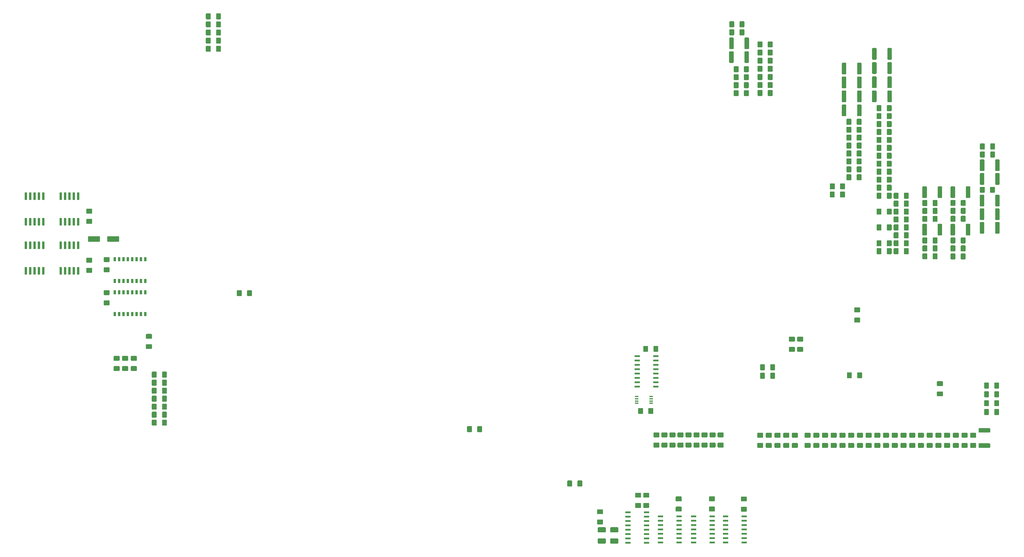
<source format=gtp>
G04 #@! TF.GenerationSoftware,KiCad,Pcbnew,(5.1.0)-1*
G04 #@! TF.CreationDate,2021-08-03T21:10:52+02:00*
G04 #@! TF.ProjectId,Atari 130XE 1MB,41746172-6920-4313-9330-584520314d42,rev?*
G04 #@! TF.SameCoordinates,Original*
G04 #@! TF.FileFunction,Paste,Top*
G04 #@! TF.FilePolarity,Positive*
%FSLAX46Y46*%
G04 Gerber Fmt 4.6, Leading zero omitted, Abs format (unit mm)*
G04 Created by KiCad (PCBNEW (5.1.0)-1) date 2021-08-03 21:10:52*
%MOMM*%
%LPD*%
G04 APERTURE LIST*
%ADD10C,0.100000*%
%ADD11C,1.425000*%
%ADD12C,1.300000*%
%ADD13R,1.100000X0.400000*%
%ADD14R,1.500000X0.600000*%
%ADD15C,1.500000*%
%ADD16C,0.700000*%
%ADD17R,0.800000X1.300000*%
%ADD18C,1.600000*%
G04 APERTURE END LIST*
D10*
G36*
X245303304Y-175275204D02*
G01*
X245327573Y-175278804D01*
X245351371Y-175284765D01*
X245374471Y-175293030D01*
X245396649Y-175303520D01*
X245417693Y-175316133D01*
X245437398Y-175330747D01*
X245455577Y-175347223D01*
X245472053Y-175365402D01*
X245486667Y-175385107D01*
X245499280Y-175406151D01*
X245509770Y-175428329D01*
X245518035Y-175451429D01*
X245523996Y-175475227D01*
X245527596Y-175499496D01*
X245528800Y-175524000D01*
X245528800Y-176774000D01*
X245527596Y-176798504D01*
X245523996Y-176822773D01*
X245518035Y-176846571D01*
X245509770Y-176869671D01*
X245499280Y-176891849D01*
X245486667Y-176912893D01*
X245472053Y-176932598D01*
X245455577Y-176950777D01*
X245437398Y-176967253D01*
X245417693Y-176981867D01*
X245396649Y-176994480D01*
X245374471Y-177004970D01*
X245351371Y-177013235D01*
X245327573Y-177019196D01*
X245303304Y-177022796D01*
X245278800Y-177024000D01*
X244353800Y-177024000D01*
X244329296Y-177022796D01*
X244305027Y-177019196D01*
X244281229Y-177013235D01*
X244258129Y-177004970D01*
X244235951Y-176994480D01*
X244214907Y-176981867D01*
X244195202Y-176967253D01*
X244177023Y-176950777D01*
X244160547Y-176932598D01*
X244145933Y-176912893D01*
X244133320Y-176891849D01*
X244122830Y-176869671D01*
X244114565Y-176846571D01*
X244108604Y-176822773D01*
X244105004Y-176798504D01*
X244103800Y-176774000D01*
X244103800Y-175524000D01*
X244105004Y-175499496D01*
X244108604Y-175475227D01*
X244114565Y-175451429D01*
X244122830Y-175428329D01*
X244133320Y-175406151D01*
X244145933Y-175385107D01*
X244160547Y-175365402D01*
X244177023Y-175347223D01*
X244195202Y-175330747D01*
X244214907Y-175316133D01*
X244235951Y-175303520D01*
X244258129Y-175293030D01*
X244281229Y-175284765D01*
X244305027Y-175278804D01*
X244329296Y-175275204D01*
X244353800Y-175274000D01*
X245278800Y-175274000D01*
X245303304Y-175275204D01*
X245303304Y-175275204D01*
G37*
D11*
X244816300Y-176149000D03*
D10*
G36*
X248278304Y-175275204D02*
G01*
X248302573Y-175278804D01*
X248326371Y-175284765D01*
X248349471Y-175293030D01*
X248371649Y-175303520D01*
X248392693Y-175316133D01*
X248412398Y-175330747D01*
X248430577Y-175347223D01*
X248447053Y-175365402D01*
X248461667Y-175385107D01*
X248474280Y-175406151D01*
X248484770Y-175428329D01*
X248493035Y-175451429D01*
X248498996Y-175475227D01*
X248502596Y-175499496D01*
X248503800Y-175524000D01*
X248503800Y-176774000D01*
X248502596Y-176798504D01*
X248498996Y-176822773D01*
X248493035Y-176846571D01*
X248484770Y-176869671D01*
X248474280Y-176891849D01*
X248461667Y-176912893D01*
X248447053Y-176932598D01*
X248430577Y-176950777D01*
X248412398Y-176967253D01*
X248392693Y-176981867D01*
X248371649Y-176994480D01*
X248349471Y-177004970D01*
X248326371Y-177013235D01*
X248302573Y-177019196D01*
X248278304Y-177022796D01*
X248253800Y-177024000D01*
X247328800Y-177024000D01*
X247304296Y-177022796D01*
X247280027Y-177019196D01*
X247256229Y-177013235D01*
X247233129Y-177004970D01*
X247210951Y-176994480D01*
X247189907Y-176981867D01*
X247170202Y-176967253D01*
X247152023Y-176950777D01*
X247135547Y-176932598D01*
X247120933Y-176912893D01*
X247108320Y-176891849D01*
X247097830Y-176869671D01*
X247089565Y-176846571D01*
X247083604Y-176822773D01*
X247080004Y-176798504D01*
X247078800Y-176774000D01*
X247078800Y-175524000D01*
X247080004Y-175499496D01*
X247083604Y-175475227D01*
X247089565Y-175451429D01*
X247097830Y-175428329D01*
X247108320Y-175406151D01*
X247120933Y-175385107D01*
X247135547Y-175365402D01*
X247152023Y-175347223D01*
X247170202Y-175330747D01*
X247189907Y-175316133D01*
X247210951Y-175303520D01*
X247233129Y-175293030D01*
X247256229Y-175284765D01*
X247280027Y-175278804D01*
X247304296Y-175275204D01*
X247328800Y-175274000D01*
X248253800Y-175274000D01*
X248278304Y-175275204D01*
X248278304Y-175275204D01*
G37*
D11*
X247791300Y-176149000D03*
D10*
G36*
X120846504Y-85359204D02*
G01*
X120870773Y-85362804D01*
X120894571Y-85368765D01*
X120917671Y-85377030D01*
X120939849Y-85387520D01*
X120960893Y-85400133D01*
X120980598Y-85414747D01*
X120998777Y-85431223D01*
X121015253Y-85449402D01*
X121029867Y-85469107D01*
X121042480Y-85490151D01*
X121052970Y-85512329D01*
X121061235Y-85535429D01*
X121067196Y-85559227D01*
X121070796Y-85583496D01*
X121072000Y-85608000D01*
X121072000Y-86858000D01*
X121070796Y-86882504D01*
X121067196Y-86906773D01*
X121061235Y-86930571D01*
X121052970Y-86953671D01*
X121042480Y-86975849D01*
X121029867Y-86996893D01*
X121015253Y-87016598D01*
X120998777Y-87034777D01*
X120980598Y-87051253D01*
X120960893Y-87065867D01*
X120939849Y-87078480D01*
X120917671Y-87088970D01*
X120894571Y-87097235D01*
X120870773Y-87103196D01*
X120846504Y-87106796D01*
X120822000Y-87108000D01*
X119897000Y-87108000D01*
X119872496Y-87106796D01*
X119848227Y-87103196D01*
X119824429Y-87097235D01*
X119801329Y-87088970D01*
X119779151Y-87078480D01*
X119758107Y-87065867D01*
X119738402Y-87051253D01*
X119720223Y-87034777D01*
X119703747Y-87016598D01*
X119689133Y-86996893D01*
X119676520Y-86975849D01*
X119666030Y-86953671D01*
X119657765Y-86930571D01*
X119651804Y-86906773D01*
X119648204Y-86882504D01*
X119647000Y-86858000D01*
X119647000Y-85608000D01*
X119648204Y-85583496D01*
X119651804Y-85559227D01*
X119657765Y-85535429D01*
X119666030Y-85512329D01*
X119676520Y-85490151D01*
X119689133Y-85469107D01*
X119703747Y-85449402D01*
X119720223Y-85431223D01*
X119738402Y-85414747D01*
X119758107Y-85400133D01*
X119779151Y-85387520D01*
X119801329Y-85377030D01*
X119824429Y-85368765D01*
X119848227Y-85362804D01*
X119872496Y-85359204D01*
X119897000Y-85358000D01*
X120822000Y-85358000D01*
X120846504Y-85359204D01*
X120846504Y-85359204D01*
G37*
D11*
X120359500Y-86233000D03*
D10*
G36*
X117871504Y-85359204D02*
G01*
X117895773Y-85362804D01*
X117919571Y-85368765D01*
X117942671Y-85377030D01*
X117964849Y-85387520D01*
X117985893Y-85400133D01*
X118005598Y-85414747D01*
X118023777Y-85431223D01*
X118040253Y-85449402D01*
X118054867Y-85469107D01*
X118067480Y-85490151D01*
X118077970Y-85512329D01*
X118086235Y-85535429D01*
X118092196Y-85559227D01*
X118095796Y-85583496D01*
X118097000Y-85608000D01*
X118097000Y-86858000D01*
X118095796Y-86882504D01*
X118092196Y-86906773D01*
X118086235Y-86930571D01*
X118077970Y-86953671D01*
X118067480Y-86975849D01*
X118054867Y-86996893D01*
X118040253Y-87016598D01*
X118023777Y-87034777D01*
X118005598Y-87051253D01*
X117985893Y-87065867D01*
X117964849Y-87078480D01*
X117942671Y-87088970D01*
X117919571Y-87097235D01*
X117895773Y-87103196D01*
X117871504Y-87106796D01*
X117847000Y-87108000D01*
X116922000Y-87108000D01*
X116897496Y-87106796D01*
X116873227Y-87103196D01*
X116849429Y-87097235D01*
X116826329Y-87088970D01*
X116804151Y-87078480D01*
X116783107Y-87065867D01*
X116763402Y-87051253D01*
X116745223Y-87034777D01*
X116728747Y-87016598D01*
X116714133Y-86996893D01*
X116701520Y-86975849D01*
X116691030Y-86953671D01*
X116682765Y-86930571D01*
X116676804Y-86906773D01*
X116673204Y-86882504D01*
X116672000Y-86858000D01*
X116672000Y-85608000D01*
X116673204Y-85583496D01*
X116676804Y-85559227D01*
X116682765Y-85535429D01*
X116691030Y-85512329D01*
X116701520Y-85490151D01*
X116714133Y-85469107D01*
X116728747Y-85449402D01*
X116745223Y-85431223D01*
X116763402Y-85414747D01*
X116783107Y-85400133D01*
X116804151Y-85387520D01*
X116826329Y-85377030D01*
X116849429Y-85368765D01*
X116873227Y-85362804D01*
X116897496Y-85359204D01*
X116922000Y-85358000D01*
X117847000Y-85358000D01*
X117871504Y-85359204D01*
X117871504Y-85359204D01*
G37*
D11*
X117384500Y-86233000D03*
D10*
G36*
X117871504Y-87721404D02*
G01*
X117895773Y-87725004D01*
X117919571Y-87730965D01*
X117942671Y-87739230D01*
X117964849Y-87749720D01*
X117985893Y-87762333D01*
X118005598Y-87776947D01*
X118023777Y-87793423D01*
X118040253Y-87811602D01*
X118054867Y-87831307D01*
X118067480Y-87852351D01*
X118077970Y-87874529D01*
X118086235Y-87897629D01*
X118092196Y-87921427D01*
X118095796Y-87945696D01*
X118097000Y-87970200D01*
X118097000Y-89220200D01*
X118095796Y-89244704D01*
X118092196Y-89268973D01*
X118086235Y-89292771D01*
X118077970Y-89315871D01*
X118067480Y-89338049D01*
X118054867Y-89359093D01*
X118040253Y-89378798D01*
X118023777Y-89396977D01*
X118005598Y-89413453D01*
X117985893Y-89428067D01*
X117964849Y-89440680D01*
X117942671Y-89451170D01*
X117919571Y-89459435D01*
X117895773Y-89465396D01*
X117871504Y-89468996D01*
X117847000Y-89470200D01*
X116922000Y-89470200D01*
X116897496Y-89468996D01*
X116873227Y-89465396D01*
X116849429Y-89459435D01*
X116826329Y-89451170D01*
X116804151Y-89440680D01*
X116783107Y-89428067D01*
X116763402Y-89413453D01*
X116745223Y-89396977D01*
X116728747Y-89378798D01*
X116714133Y-89359093D01*
X116701520Y-89338049D01*
X116691030Y-89315871D01*
X116682765Y-89292771D01*
X116676804Y-89268973D01*
X116673204Y-89244704D01*
X116672000Y-89220200D01*
X116672000Y-87970200D01*
X116673204Y-87945696D01*
X116676804Y-87921427D01*
X116682765Y-87897629D01*
X116691030Y-87874529D01*
X116701520Y-87852351D01*
X116714133Y-87831307D01*
X116728747Y-87811602D01*
X116745223Y-87793423D01*
X116763402Y-87776947D01*
X116783107Y-87762333D01*
X116804151Y-87749720D01*
X116826329Y-87739230D01*
X116849429Y-87730965D01*
X116873227Y-87725004D01*
X116897496Y-87721404D01*
X116922000Y-87720200D01*
X117847000Y-87720200D01*
X117871504Y-87721404D01*
X117871504Y-87721404D01*
G37*
D11*
X117384500Y-88595200D03*
D10*
G36*
X120846504Y-87721404D02*
G01*
X120870773Y-87725004D01*
X120894571Y-87730965D01*
X120917671Y-87739230D01*
X120939849Y-87749720D01*
X120960893Y-87762333D01*
X120980598Y-87776947D01*
X120998777Y-87793423D01*
X121015253Y-87811602D01*
X121029867Y-87831307D01*
X121042480Y-87852351D01*
X121052970Y-87874529D01*
X121061235Y-87897629D01*
X121067196Y-87921427D01*
X121070796Y-87945696D01*
X121072000Y-87970200D01*
X121072000Y-89220200D01*
X121070796Y-89244704D01*
X121067196Y-89268973D01*
X121061235Y-89292771D01*
X121052970Y-89315871D01*
X121042480Y-89338049D01*
X121029867Y-89359093D01*
X121015253Y-89378798D01*
X120998777Y-89396977D01*
X120980598Y-89413453D01*
X120960893Y-89428067D01*
X120939849Y-89440680D01*
X120917671Y-89451170D01*
X120894571Y-89459435D01*
X120870773Y-89465396D01*
X120846504Y-89468996D01*
X120822000Y-89470200D01*
X119897000Y-89470200D01*
X119872496Y-89468996D01*
X119848227Y-89465396D01*
X119824429Y-89459435D01*
X119801329Y-89451170D01*
X119779151Y-89440680D01*
X119758107Y-89428067D01*
X119738402Y-89413453D01*
X119720223Y-89396977D01*
X119703747Y-89378798D01*
X119689133Y-89359093D01*
X119676520Y-89338049D01*
X119666030Y-89315871D01*
X119657765Y-89292771D01*
X119651804Y-89268973D01*
X119648204Y-89244704D01*
X119647000Y-89220200D01*
X119647000Y-87970200D01*
X119648204Y-87945696D01*
X119651804Y-87921427D01*
X119657765Y-87897629D01*
X119666030Y-87874529D01*
X119676520Y-87852351D01*
X119689133Y-87831307D01*
X119703747Y-87811602D01*
X119720223Y-87793423D01*
X119738402Y-87776947D01*
X119758107Y-87762333D01*
X119779151Y-87749720D01*
X119801329Y-87739230D01*
X119824429Y-87730965D01*
X119848227Y-87725004D01*
X119872496Y-87721404D01*
X119897000Y-87720200D01*
X120822000Y-87720200D01*
X120846504Y-87721404D01*
X120846504Y-87721404D01*
G37*
D11*
X120359500Y-88595200D03*
D10*
G36*
X120846504Y-80634804D02*
G01*
X120870773Y-80638404D01*
X120894571Y-80644365D01*
X120917671Y-80652630D01*
X120939849Y-80663120D01*
X120960893Y-80675733D01*
X120980598Y-80690347D01*
X120998777Y-80706823D01*
X121015253Y-80725002D01*
X121029867Y-80744707D01*
X121042480Y-80765751D01*
X121052970Y-80787929D01*
X121061235Y-80811029D01*
X121067196Y-80834827D01*
X121070796Y-80859096D01*
X121072000Y-80883600D01*
X121072000Y-82133600D01*
X121070796Y-82158104D01*
X121067196Y-82182373D01*
X121061235Y-82206171D01*
X121052970Y-82229271D01*
X121042480Y-82251449D01*
X121029867Y-82272493D01*
X121015253Y-82292198D01*
X120998777Y-82310377D01*
X120980598Y-82326853D01*
X120960893Y-82341467D01*
X120939849Y-82354080D01*
X120917671Y-82364570D01*
X120894571Y-82372835D01*
X120870773Y-82378796D01*
X120846504Y-82382396D01*
X120822000Y-82383600D01*
X119897000Y-82383600D01*
X119872496Y-82382396D01*
X119848227Y-82378796D01*
X119824429Y-82372835D01*
X119801329Y-82364570D01*
X119779151Y-82354080D01*
X119758107Y-82341467D01*
X119738402Y-82326853D01*
X119720223Y-82310377D01*
X119703747Y-82292198D01*
X119689133Y-82272493D01*
X119676520Y-82251449D01*
X119666030Y-82229271D01*
X119657765Y-82206171D01*
X119651804Y-82182373D01*
X119648204Y-82158104D01*
X119647000Y-82133600D01*
X119647000Y-80883600D01*
X119648204Y-80859096D01*
X119651804Y-80834827D01*
X119657765Y-80811029D01*
X119666030Y-80787929D01*
X119676520Y-80765751D01*
X119689133Y-80744707D01*
X119703747Y-80725002D01*
X119720223Y-80706823D01*
X119738402Y-80690347D01*
X119758107Y-80675733D01*
X119779151Y-80663120D01*
X119801329Y-80652630D01*
X119824429Y-80644365D01*
X119848227Y-80638404D01*
X119872496Y-80634804D01*
X119897000Y-80633600D01*
X120822000Y-80633600D01*
X120846504Y-80634804D01*
X120846504Y-80634804D01*
G37*
D11*
X120359500Y-81508600D03*
D10*
G36*
X117871504Y-80634804D02*
G01*
X117895773Y-80638404D01*
X117919571Y-80644365D01*
X117942671Y-80652630D01*
X117964849Y-80663120D01*
X117985893Y-80675733D01*
X118005598Y-80690347D01*
X118023777Y-80706823D01*
X118040253Y-80725002D01*
X118054867Y-80744707D01*
X118067480Y-80765751D01*
X118077970Y-80787929D01*
X118086235Y-80811029D01*
X118092196Y-80834827D01*
X118095796Y-80859096D01*
X118097000Y-80883600D01*
X118097000Y-82133600D01*
X118095796Y-82158104D01*
X118092196Y-82182373D01*
X118086235Y-82206171D01*
X118077970Y-82229271D01*
X118067480Y-82251449D01*
X118054867Y-82272493D01*
X118040253Y-82292198D01*
X118023777Y-82310377D01*
X118005598Y-82326853D01*
X117985893Y-82341467D01*
X117964849Y-82354080D01*
X117942671Y-82364570D01*
X117919571Y-82372835D01*
X117895773Y-82378796D01*
X117871504Y-82382396D01*
X117847000Y-82383600D01*
X116922000Y-82383600D01*
X116897496Y-82382396D01*
X116873227Y-82378796D01*
X116849429Y-82372835D01*
X116826329Y-82364570D01*
X116804151Y-82354080D01*
X116783107Y-82341467D01*
X116763402Y-82326853D01*
X116745223Y-82310377D01*
X116728747Y-82292198D01*
X116714133Y-82272493D01*
X116701520Y-82251449D01*
X116691030Y-82229271D01*
X116682765Y-82206171D01*
X116676804Y-82182373D01*
X116673204Y-82158104D01*
X116672000Y-82133600D01*
X116672000Y-80883600D01*
X116673204Y-80859096D01*
X116676804Y-80834827D01*
X116682765Y-80811029D01*
X116691030Y-80787929D01*
X116701520Y-80765751D01*
X116714133Y-80744707D01*
X116728747Y-80725002D01*
X116745223Y-80706823D01*
X116763402Y-80690347D01*
X116783107Y-80675733D01*
X116804151Y-80663120D01*
X116826329Y-80652630D01*
X116849429Y-80644365D01*
X116873227Y-80638404D01*
X116897496Y-80634804D01*
X116922000Y-80633600D01*
X117847000Y-80633600D01*
X117871504Y-80634804D01*
X117871504Y-80634804D01*
G37*
D11*
X117384500Y-81508600D03*
D10*
G36*
X120846504Y-78272604D02*
G01*
X120870773Y-78276204D01*
X120894571Y-78282165D01*
X120917671Y-78290430D01*
X120939849Y-78300920D01*
X120960893Y-78313533D01*
X120980598Y-78328147D01*
X120998777Y-78344623D01*
X121015253Y-78362802D01*
X121029867Y-78382507D01*
X121042480Y-78403551D01*
X121052970Y-78425729D01*
X121061235Y-78448829D01*
X121067196Y-78472627D01*
X121070796Y-78496896D01*
X121072000Y-78521400D01*
X121072000Y-79771400D01*
X121070796Y-79795904D01*
X121067196Y-79820173D01*
X121061235Y-79843971D01*
X121052970Y-79867071D01*
X121042480Y-79889249D01*
X121029867Y-79910293D01*
X121015253Y-79929998D01*
X120998777Y-79948177D01*
X120980598Y-79964653D01*
X120960893Y-79979267D01*
X120939849Y-79991880D01*
X120917671Y-80002370D01*
X120894571Y-80010635D01*
X120870773Y-80016596D01*
X120846504Y-80020196D01*
X120822000Y-80021400D01*
X119897000Y-80021400D01*
X119872496Y-80020196D01*
X119848227Y-80016596D01*
X119824429Y-80010635D01*
X119801329Y-80002370D01*
X119779151Y-79991880D01*
X119758107Y-79979267D01*
X119738402Y-79964653D01*
X119720223Y-79948177D01*
X119703747Y-79929998D01*
X119689133Y-79910293D01*
X119676520Y-79889249D01*
X119666030Y-79867071D01*
X119657765Y-79843971D01*
X119651804Y-79820173D01*
X119648204Y-79795904D01*
X119647000Y-79771400D01*
X119647000Y-78521400D01*
X119648204Y-78496896D01*
X119651804Y-78472627D01*
X119657765Y-78448829D01*
X119666030Y-78425729D01*
X119676520Y-78403551D01*
X119689133Y-78382507D01*
X119703747Y-78362802D01*
X119720223Y-78344623D01*
X119738402Y-78328147D01*
X119758107Y-78313533D01*
X119779151Y-78300920D01*
X119801329Y-78290430D01*
X119824429Y-78282165D01*
X119848227Y-78276204D01*
X119872496Y-78272604D01*
X119897000Y-78271400D01*
X120822000Y-78271400D01*
X120846504Y-78272604D01*
X120846504Y-78272604D01*
G37*
D11*
X120359500Y-79146400D03*
D10*
G36*
X117871504Y-78272604D02*
G01*
X117895773Y-78276204D01*
X117919571Y-78282165D01*
X117942671Y-78290430D01*
X117964849Y-78300920D01*
X117985893Y-78313533D01*
X118005598Y-78328147D01*
X118023777Y-78344623D01*
X118040253Y-78362802D01*
X118054867Y-78382507D01*
X118067480Y-78403551D01*
X118077970Y-78425729D01*
X118086235Y-78448829D01*
X118092196Y-78472627D01*
X118095796Y-78496896D01*
X118097000Y-78521400D01*
X118097000Y-79771400D01*
X118095796Y-79795904D01*
X118092196Y-79820173D01*
X118086235Y-79843971D01*
X118077970Y-79867071D01*
X118067480Y-79889249D01*
X118054867Y-79910293D01*
X118040253Y-79929998D01*
X118023777Y-79948177D01*
X118005598Y-79964653D01*
X117985893Y-79979267D01*
X117964849Y-79991880D01*
X117942671Y-80002370D01*
X117919571Y-80010635D01*
X117895773Y-80016596D01*
X117871504Y-80020196D01*
X117847000Y-80021400D01*
X116922000Y-80021400D01*
X116897496Y-80020196D01*
X116873227Y-80016596D01*
X116849429Y-80010635D01*
X116826329Y-80002370D01*
X116804151Y-79991880D01*
X116783107Y-79979267D01*
X116763402Y-79964653D01*
X116745223Y-79948177D01*
X116728747Y-79929998D01*
X116714133Y-79910293D01*
X116701520Y-79889249D01*
X116691030Y-79867071D01*
X116682765Y-79843971D01*
X116676804Y-79820173D01*
X116673204Y-79795904D01*
X116672000Y-79771400D01*
X116672000Y-78521400D01*
X116673204Y-78496896D01*
X116676804Y-78472627D01*
X116682765Y-78448829D01*
X116691030Y-78425729D01*
X116701520Y-78403551D01*
X116714133Y-78382507D01*
X116728747Y-78362802D01*
X116745223Y-78344623D01*
X116763402Y-78328147D01*
X116783107Y-78313533D01*
X116804151Y-78300920D01*
X116826329Y-78290430D01*
X116849429Y-78282165D01*
X116873227Y-78276204D01*
X116897496Y-78272604D01*
X116922000Y-78271400D01*
X117847000Y-78271400D01*
X117871504Y-78272604D01*
X117871504Y-78272604D01*
G37*
D11*
X117384500Y-79146400D03*
D10*
G36*
X120846504Y-82997004D02*
G01*
X120870773Y-83000604D01*
X120894571Y-83006565D01*
X120917671Y-83014830D01*
X120939849Y-83025320D01*
X120960893Y-83037933D01*
X120980598Y-83052547D01*
X120998777Y-83069023D01*
X121015253Y-83087202D01*
X121029867Y-83106907D01*
X121042480Y-83127951D01*
X121052970Y-83150129D01*
X121061235Y-83173229D01*
X121067196Y-83197027D01*
X121070796Y-83221296D01*
X121072000Y-83245800D01*
X121072000Y-84495800D01*
X121070796Y-84520304D01*
X121067196Y-84544573D01*
X121061235Y-84568371D01*
X121052970Y-84591471D01*
X121042480Y-84613649D01*
X121029867Y-84634693D01*
X121015253Y-84654398D01*
X120998777Y-84672577D01*
X120980598Y-84689053D01*
X120960893Y-84703667D01*
X120939849Y-84716280D01*
X120917671Y-84726770D01*
X120894571Y-84735035D01*
X120870773Y-84740996D01*
X120846504Y-84744596D01*
X120822000Y-84745800D01*
X119897000Y-84745800D01*
X119872496Y-84744596D01*
X119848227Y-84740996D01*
X119824429Y-84735035D01*
X119801329Y-84726770D01*
X119779151Y-84716280D01*
X119758107Y-84703667D01*
X119738402Y-84689053D01*
X119720223Y-84672577D01*
X119703747Y-84654398D01*
X119689133Y-84634693D01*
X119676520Y-84613649D01*
X119666030Y-84591471D01*
X119657765Y-84568371D01*
X119651804Y-84544573D01*
X119648204Y-84520304D01*
X119647000Y-84495800D01*
X119647000Y-83245800D01*
X119648204Y-83221296D01*
X119651804Y-83197027D01*
X119657765Y-83173229D01*
X119666030Y-83150129D01*
X119676520Y-83127951D01*
X119689133Y-83106907D01*
X119703747Y-83087202D01*
X119720223Y-83069023D01*
X119738402Y-83052547D01*
X119758107Y-83037933D01*
X119779151Y-83025320D01*
X119801329Y-83014830D01*
X119824429Y-83006565D01*
X119848227Y-83000604D01*
X119872496Y-82997004D01*
X119897000Y-82995800D01*
X120822000Y-82995800D01*
X120846504Y-82997004D01*
X120846504Y-82997004D01*
G37*
D11*
X120359500Y-83870800D03*
D10*
G36*
X117871504Y-82997004D02*
G01*
X117895773Y-83000604D01*
X117919571Y-83006565D01*
X117942671Y-83014830D01*
X117964849Y-83025320D01*
X117985893Y-83037933D01*
X118005598Y-83052547D01*
X118023777Y-83069023D01*
X118040253Y-83087202D01*
X118054867Y-83106907D01*
X118067480Y-83127951D01*
X118077970Y-83150129D01*
X118086235Y-83173229D01*
X118092196Y-83197027D01*
X118095796Y-83221296D01*
X118097000Y-83245800D01*
X118097000Y-84495800D01*
X118095796Y-84520304D01*
X118092196Y-84544573D01*
X118086235Y-84568371D01*
X118077970Y-84591471D01*
X118067480Y-84613649D01*
X118054867Y-84634693D01*
X118040253Y-84654398D01*
X118023777Y-84672577D01*
X118005598Y-84689053D01*
X117985893Y-84703667D01*
X117964849Y-84716280D01*
X117942671Y-84726770D01*
X117919571Y-84735035D01*
X117895773Y-84740996D01*
X117871504Y-84744596D01*
X117847000Y-84745800D01*
X116922000Y-84745800D01*
X116897496Y-84744596D01*
X116873227Y-84740996D01*
X116849429Y-84735035D01*
X116826329Y-84726770D01*
X116804151Y-84716280D01*
X116783107Y-84703667D01*
X116763402Y-84689053D01*
X116745223Y-84672577D01*
X116728747Y-84654398D01*
X116714133Y-84634693D01*
X116701520Y-84613649D01*
X116691030Y-84591471D01*
X116682765Y-84568371D01*
X116676804Y-84544573D01*
X116673204Y-84520304D01*
X116672000Y-84495800D01*
X116672000Y-83245800D01*
X116673204Y-83221296D01*
X116676804Y-83197027D01*
X116682765Y-83173229D01*
X116691030Y-83150129D01*
X116701520Y-83127951D01*
X116714133Y-83106907D01*
X116728747Y-83087202D01*
X116745223Y-83069023D01*
X116763402Y-83052547D01*
X116783107Y-83037933D01*
X116804151Y-83025320D01*
X116826329Y-83014830D01*
X116849429Y-83006565D01*
X116873227Y-83000604D01*
X116897496Y-82997004D01*
X116922000Y-82995800D01*
X117847000Y-82995800D01*
X117871504Y-82997004D01*
X117871504Y-82997004D01*
G37*
D11*
X117384500Y-83870800D03*
D10*
G36*
X270233504Y-89334804D02*
G01*
X270257773Y-89338404D01*
X270281571Y-89344365D01*
X270304671Y-89352630D01*
X270326849Y-89363120D01*
X270347893Y-89375733D01*
X270367598Y-89390347D01*
X270385777Y-89406823D01*
X270402253Y-89425002D01*
X270416867Y-89444707D01*
X270429480Y-89465751D01*
X270439970Y-89487929D01*
X270448235Y-89511029D01*
X270454196Y-89534827D01*
X270457796Y-89559096D01*
X270459000Y-89583600D01*
X270459000Y-92483600D01*
X270457796Y-92508104D01*
X270454196Y-92532373D01*
X270448235Y-92556171D01*
X270439970Y-92579271D01*
X270429480Y-92601449D01*
X270416867Y-92622493D01*
X270402253Y-92642198D01*
X270385777Y-92660377D01*
X270367598Y-92676853D01*
X270347893Y-92691467D01*
X270326849Y-92704080D01*
X270304671Y-92714570D01*
X270281571Y-92722835D01*
X270257773Y-92728796D01*
X270233504Y-92732396D01*
X270209000Y-92733600D01*
X269409000Y-92733600D01*
X269384496Y-92732396D01*
X269360227Y-92728796D01*
X269336429Y-92722835D01*
X269313329Y-92714570D01*
X269291151Y-92704080D01*
X269270107Y-92691467D01*
X269250402Y-92676853D01*
X269232223Y-92660377D01*
X269215747Y-92642198D01*
X269201133Y-92622493D01*
X269188520Y-92601449D01*
X269178030Y-92579271D01*
X269169765Y-92556171D01*
X269163804Y-92532373D01*
X269160204Y-92508104D01*
X269159000Y-92483600D01*
X269159000Y-89583600D01*
X269160204Y-89559096D01*
X269163804Y-89534827D01*
X269169765Y-89511029D01*
X269178030Y-89487929D01*
X269188520Y-89465751D01*
X269201133Y-89444707D01*
X269215747Y-89425002D01*
X269232223Y-89406823D01*
X269250402Y-89390347D01*
X269270107Y-89375733D01*
X269291151Y-89363120D01*
X269313329Y-89352630D01*
X269336429Y-89344365D01*
X269360227Y-89338404D01*
X269384496Y-89334804D01*
X269409000Y-89333600D01*
X270209000Y-89333600D01*
X270233504Y-89334804D01*
X270233504Y-89334804D01*
G37*
D12*
X269809000Y-91033600D03*
D10*
G36*
X274683504Y-89334804D02*
G01*
X274707773Y-89338404D01*
X274731571Y-89344365D01*
X274754671Y-89352630D01*
X274776849Y-89363120D01*
X274797893Y-89375733D01*
X274817598Y-89390347D01*
X274835777Y-89406823D01*
X274852253Y-89425002D01*
X274866867Y-89444707D01*
X274879480Y-89465751D01*
X274889970Y-89487929D01*
X274898235Y-89511029D01*
X274904196Y-89534827D01*
X274907796Y-89559096D01*
X274909000Y-89583600D01*
X274909000Y-92483600D01*
X274907796Y-92508104D01*
X274904196Y-92532373D01*
X274898235Y-92556171D01*
X274889970Y-92579271D01*
X274879480Y-92601449D01*
X274866867Y-92622493D01*
X274852253Y-92642198D01*
X274835777Y-92660377D01*
X274817598Y-92676853D01*
X274797893Y-92691467D01*
X274776849Y-92704080D01*
X274754671Y-92714570D01*
X274731571Y-92722835D01*
X274707773Y-92728796D01*
X274683504Y-92732396D01*
X274659000Y-92733600D01*
X273859000Y-92733600D01*
X273834496Y-92732396D01*
X273810227Y-92728796D01*
X273786429Y-92722835D01*
X273763329Y-92714570D01*
X273741151Y-92704080D01*
X273720107Y-92691467D01*
X273700402Y-92676853D01*
X273682223Y-92660377D01*
X273665747Y-92642198D01*
X273651133Y-92622493D01*
X273638520Y-92601449D01*
X273628030Y-92579271D01*
X273619765Y-92556171D01*
X273613804Y-92532373D01*
X273610204Y-92508104D01*
X273609000Y-92483600D01*
X273609000Y-89583600D01*
X273610204Y-89559096D01*
X273613804Y-89534827D01*
X273619765Y-89511029D01*
X273628030Y-89487929D01*
X273638520Y-89465751D01*
X273651133Y-89444707D01*
X273665747Y-89425002D01*
X273682223Y-89406823D01*
X273700402Y-89390347D01*
X273720107Y-89375733D01*
X273741151Y-89363120D01*
X273763329Y-89352630D01*
X273786429Y-89344365D01*
X273810227Y-89338404D01*
X273834496Y-89334804D01*
X273859000Y-89333600D01*
X274659000Y-89333600D01*
X274683504Y-89334804D01*
X274683504Y-89334804D01*
G37*
D12*
X274259000Y-91033600D03*
D10*
G36*
X270246204Y-85321604D02*
G01*
X270270473Y-85325204D01*
X270294271Y-85331165D01*
X270317371Y-85339430D01*
X270339549Y-85349920D01*
X270360593Y-85362533D01*
X270380298Y-85377147D01*
X270398477Y-85393623D01*
X270414953Y-85411802D01*
X270429567Y-85431507D01*
X270442180Y-85452551D01*
X270452670Y-85474729D01*
X270460935Y-85497829D01*
X270466896Y-85521627D01*
X270470496Y-85545896D01*
X270471700Y-85570400D01*
X270471700Y-88470400D01*
X270470496Y-88494904D01*
X270466896Y-88519173D01*
X270460935Y-88542971D01*
X270452670Y-88566071D01*
X270442180Y-88588249D01*
X270429567Y-88609293D01*
X270414953Y-88628998D01*
X270398477Y-88647177D01*
X270380298Y-88663653D01*
X270360593Y-88678267D01*
X270339549Y-88690880D01*
X270317371Y-88701370D01*
X270294271Y-88709635D01*
X270270473Y-88715596D01*
X270246204Y-88719196D01*
X270221700Y-88720400D01*
X269421700Y-88720400D01*
X269397196Y-88719196D01*
X269372927Y-88715596D01*
X269349129Y-88709635D01*
X269326029Y-88701370D01*
X269303851Y-88690880D01*
X269282807Y-88678267D01*
X269263102Y-88663653D01*
X269244923Y-88647177D01*
X269228447Y-88628998D01*
X269213833Y-88609293D01*
X269201220Y-88588249D01*
X269190730Y-88566071D01*
X269182465Y-88542971D01*
X269176504Y-88519173D01*
X269172904Y-88494904D01*
X269171700Y-88470400D01*
X269171700Y-85570400D01*
X269172904Y-85545896D01*
X269176504Y-85521627D01*
X269182465Y-85497829D01*
X269190730Y-85474729D01*
X269201220Y-85452551D01*
X269213833Y-85431507D01*
X269228447Y-85411802D01*
X269244923Y-85393623D01*
X269263102Y-85377147D01*
X269282807Y-85362533D01*
X269303851Y-85349920D01*
X269326029Y-85339430D01*
X269349129Y-85331165D01*
X269372927Y-85325204D01*
X269397196Y-85321604D01*
X269421700Y-85320400D01*
X270221700Y-85320400D01*
X270246204Y-85321604D01*
X270246204Y-85321604D01*
G37*
D12*
X269821700Y-87020400D03*
D10*
G36*
X274696204Y-85321604D02*
G01*
X274720473Y-85325204D01*
X274744271Y-85331165D01*
X274767371Y-85339430D01*
X274789549Y-85349920D01*
X274810593Y-85362533D01*
X274830298Y-85377147D01*
X274848477Y-85393623D01*
X274864953Y-85411802D01*
X274879567Y-85431507D01*
X274892180Y-85452551D01*
X274902670Y-85474729D01*
X274910935Y-85497829D01*
X274916896Y-85521627D01*
X274920496Y-85545896D01*
X274921700Y-85570400D01*
X274921700Y-88470400D01*
X274920496Y-88494904D01*
X274916896Y-88519173D01*
X274910935Y-88542971D01*
X274902670Y-88566071D01*
X274892180Y-88588249D01*
X274879567Y-88609293D01*
X274864953Y-88628998D01*
X274848477Y-88647177D01*
X274830298Y-88663653D01*
X274810593Y-88678267D01*
X274789549Y-88690880D01*
X274767371Y-88701370D01*
X274744271Y-88709635D01*
X274720473Y-88715596D01*
X274696204Y-88719196D01*
X274671700Y-88720400D01*
X273871700Y-88720400D01*
X273847196Y-88719196D01*
X273822927Y-88715596D01*
X273799129Y-88709635D01*
X273776029Y-88701370D01*
X273753851Y-88690880D01*
X273732807Y-88678267D01*
X273713102Y-88663653D01*
X273694923Y-88647177D01*
X273678447Y-88628998D01*
X273663833Y-88609293D01*
X273651220Y-88588249D01*
X273640730Y-88566071D01*
X273632465Y-88542971D01*
X273626504Y-88519173D01*
X273622904Y-88494904D01*
X273621700Y-88470400D01*
X273621700Y-85570400D01*
X273622904Y-85545896D01*
X273626504Y-85521627D01*
X273632465Y-85497829D01*
X273640730Y-85474729D01*
X273651220Y-85452551D01*
X273663833Y-85431507D01*
X273678447Y-85411802D01*
X273694923Y-85393623D01*
X273713102Y-85377147D01*
X273732807Y-85362533D01*
X273753851Y-85349920D01*
X273776029Y-85339430D01*
X273799129Y-85331165D01*
X273822927Y-85325204D01*
X273847196Y-85321604D01*
X273871700Y-85320400D01*
X274671700Y-85320400D01*
X274696204Y-85321604D01*
X274696204Y-85321604D01*
G37*
D12*
X274271700Y-87020400D03*
D10*
G36*
X281603104Y-86476804D02*
G01*
X281627373Y-86480404D01*
X281651171Y-86486365D01*
X281674271Y-86494630D01*
X281696449Y-86505120D01*
X281717493Y-86517733D01*
X281737198Y-86532347D01*
X281755377Y-86548823D01*
X281771853Y-86567002D01*
X281786467Y-86586707D01*
X281799080Y-86607751D01*
X281809570Y-86629929D01*
X281817835Y-86653029D01*
X281823796Y-86676827D01*
X281827396Y-86701096D01*
X281828600Y-86725600D01*
X281828600Y-87975600D01*
X281827396Y-88000104D01*
X281823796Y-88024373D01*
X281817835Y-88048171D01*
X281809570Y-88071271D01*
X281799080Y-88093449D01*
X281786467Y-88114493D01*
X281771853Y-88134198D01*
X281755377Y-88152377D01*
X281737198Y-88168853D01*
X281717493Y-88183467D01*
X281696449Y-88196080D01*
X281674271Y-88206570D01*
X281651171Y-88214835D01*
X281627373Y-88220796D01*
X281603104Y-88224396D01*
X281578600Y-88225600D01*
X280653600Y-88225600D01*
X280629096Y-88224396D01*
X280604827Y-88220796D01*
X280581029Y-88214835D01*
X280557929Y-88206570D01*
X280535751Y-88196080D01*
X280514707Y-88183467D01*
X280495002Y-88168853D01*
X280476823Y-88152377D01*
X280460347Y-88134198D01*
X280445733Y-88114493D01*
X280433120Y-88093449D01*
X280422630Y-88071271D01*
X280414365Y-88048171D01*
X280408404Y-88024373D01*
X280404804Y-88000104D01*
X280403600Y-87975600D01*
X280403600Y-86725600D01*
X280404804Y-86701096D01*
X280408404Y-86676827D01*
X280414365Y-86653029D01*
X280422630Y-86629929D01*
X280433120Y-86607751D01*
X280445733Y-86586707D01*
X280460347Y-86567002D01*
X280476823Y-86548823D01*
X280495002Y-86532347D01*
X280514707Y-86517733D01*
X280535751Y-86505120D01*
X280557929Y-86494630D01*
X280581029Y-86486365D01*
X280604827Y-86480404D01*
X280629096Y-86476804D01*
X280653600Y-86475600D01*
X281578600Y-86475600D01*
X281603104Y-86476804D01*
X281603104Y-86476804D01*
G37*
D11*
X281116100Y-87350600D03*
D10*
G36*
X278628104Y-86476804D02*
G01*
X278652373Y-86480404D01*
X278676171Y-86486365D01*
X278699271Y-86494630D01*
X278721449Y-86505120D01*
X278742493Y-86517733D01*
X278762198Y-86532347D01*
X278780377Y-86548823D01*
X278796853Y-86567002D01*
X278811467Y-86586707D01*
X278824080Y-86607751D01*
X278834570Y-86629929D01*
X278842835Y-86653029D01*
X278848796Y-86676827D01*
X278852396Y-86701096D01*
X278853600Y-86725600D01*
X278853600Y-87975600D01*
X278852396Y-88000104D01*
X278848796Y-88024373D01*
X278842835Y-88048171D01*
X278834570Y-88071271D01*
X278824080Y-88093449D01*
X278811467Y-88114493D01*
X278796853Y-88134198D01*
X278780377Y-88152377D01*
X278762198Y-88168853D01*
X278742493Y-88183467D01*
X278721449Y-88196080D01*
X278699271Y-88206570D01*
X278676171Y-88214835D01*
X278652373Y-88220796D01*
X278628104Y-88224396D01*
X278603600Y-88225600D01*
X277678600Y-88225600D01*
X277654096Y-88224396D01*
X277629827Y-88220796D01*
X277606029Y-88214835D01*
X277582929Y-88206570D01*
X277560751Y-88196080D01*
X277539707Y-88183467D01*
X277520002Y-88168853D01*
X277501823Y-88152377D01*
X277485347Y-88134198D01*
X277470733Y-88114493D01*
X277458120Y-88093449D01*
X277447630Y-88071271D01*
X277439365Y-88048171D01*
X277433404Y-88024373D01*
X277429804Y-88000104D01*
X277428600Y-87975600D01*
X277428600Y-86725600D01*
X277429804Y-86701096D01*
X277433404Y-86676827D01*
X277439365Y-86653029D01*
X277447630Y-86629929D01*
X277458120Y-86607751D01*
X277470733Y-86586707D01*
X277485347Y-86567002D01*
X277501823Y-86548823D01*
X277520002Y-86532347D01*
X277539707Y-86517733D01*
X277560751Y-86505120D01*
X277582929Y-86494630D01*
X277606029Y-86486365D01*
X277629827Y-86480404D01*
X277654096Y-86476804D01*
X277678600Y-86475600D01*
X278603600Y-86475600D01*
X278628104Y-86476804D01*
X278628104Y-86476804D01*
G37*
D11*
X278141100Y-87350600D03*
D10*
G36*
X270385804Y-80596704D02*
G01*
X270410073Y-80600304D01*
X270433871Y-80606265D01*
X270456971Y-80614530D01*
X270479149Y-80625020D01*
X270500193Y-80637633D01*
X270519898Y-80652247D01*
X270538077Y-80668723D01*
X270554553Y-80686902D01*
X270569167Y-80706607D01*
X270581780Y-80727651D01*
X270592270Y-80749829D01*
X270600535Y-80772929D01*
X270606496Y-80796727D01*
X270610096Y-80820996D01*
X270611300Y-80845500D01*
X270611300Y-82095500D01*
X270610096Y-82120004D01*
X270606496Y-82144273D01*
X270600535Y-82168071D01*
X270592270Y-82191171D01*
X270581780Y-82213349D01*
X270569167Y-82234393D01*
X270554553Y-82254098D01*
X270538077Y-82272277D01*
X270519898Y-82288753D01*
X270500193Y-82303367D01*
X270479149Y-82315980D01*
X270456971Y-82326470D01*
X270433871Y-82334735D01*
X270410073Y-82340696D01*
X270385804Y-82344296D01*
X270361300Y-82345500D01*
X269436300Y-82345500D01*
X269411796Y-82344296D01*
X269387527Y-82340696D01*
X269363729Y-82334735D01*
X269340629Y-82326470D01*
X269318451Y-82315980D01*
X269297407Y-82303367D01*
X269277702Y-82288753D01*
X269259523Y-82272277D01*
X269243047Y-82254098D01*
X269228433Y-82234393D01*
X269215820Y-82213349D01*
X269205330Y-82191171D01*
X269197065Y-82168071D01*
X269191104Y-82144273D01*
X269187504Y-82120004D01*
X269186300Y-82095500D01*
X269186300Y-80845500D01*
X269187504Y-80820996D01*
X269191104Y-80796727D01*
X269197065Y-80772929D01*
X269205330Y-80749829D01*
X269215820Y-80727651D01*
X269228433Y-80706607D01*
X269243047Y-80686902D01*
X269259523Y-80668723D01*
X269277702Y-80652247D01*
X269297407Y-80637633D01*
X269318451Y-80625020D01*
X269340629Y-80614530D01*
X269363729Y-80606265D01*
X269387527Y-80600304D01*
X269411796Y-80596704D01*
X269436300Y-80595500D01*
X270361300Y-80595500D01*
X270385804Y-80596704D01*
X270385804Y-80596704D01*
G37*
D11*
X269898800Y-81470500D03*
D10*
G36*
X273360804Y-80596704D02*
G01*
X273385073Y-80600304D01*
X273408871Y-80606265D01*
X273431971Y-80614530D01*
X273454149Y-80625020D01*
X273475193Y-80637633D01*
X273494898Y-80652247D01*
X273513077Y-80668723D01*
X273529553Y-80686902D01*
X273544167Y-80706607D01*
X273556780Y-80727651D01*
X273567270Y-80749829D01*
X273575535Y-80772929D01*
X273581496Y-80796727D01*
X273585096Y-80820996D01*
X273586300Y-80845500D01*
X273586300Y-82095500D01*
X273585096Y-82120004D01*
X273581496Y-82144273D01*
X273575535Y-82168071D01*
X273567270Y-82191171D01*
X273556780Y-82213349D01*
X273544167Y-82234393D01*
X273529553Y-82254098D01*
X273513077Y-82272277D01*
X273494898Y-82288753D01*
X273475193Y-82303367D01*
X273454149Y-82315980D01*
X273431971Y-82326470D01*
X273408871Y-82334735D01*
X273385073Y-82340696D01*
X273360804Y-82344296D01*
X273336300Y-82345500D01*
X272411300Y-82345500D01*
X272386796Y-82344296D01*
X272362527Y-82340696D01*
X272338729Y-82334735D01*
X272315629Y-82326470D01*
X272293451Y-82315980D01*
X272272407Y-82303367D01*
X272252702Y-82288753D01*
X272234523Y-82272277D01*
X272218047Y-82254098D01*
X272203433Y-82234393D01*
X272190820Y-82213349D01*
X272180330Y-82191171D01*
X272172065Y-82168071D01*
X272166104Y-82144273D01*
X272162504Y-82120004D01*
X272161300Y-82095500D01*
X272161300Y-80845500D01*
X272162504Y-80820996D01*
X272166104Y-80796727D01*
X272172065Y-80772929D01*
X272180330Y-80749829D01*
X272190820Y-80727651D01*
X272203433Y-80706607D01*
X272218047Y-80686902D01*
X272234523Y-80668723D01*
X272252702Y-80652247D01*
X272272407Y-80637633D01*
X272293451Y-80625020D01*
X272315629Y-80614530D01*
X272338729Y-80606265D01*
X272362527Y-80600304D01*
X272386796Y-80596704D01*
X272411300Y-80595500D01*
X273336300Y-80595500D01*
X273360804Y-80596704D01*
X273360804Y-80596704D01*
G37*
D11*
X272873800Y-81470500D03*
D10*
G36*
X281603104Y-91201204D02*
G01*
X281627373Y-91204804D01*
X281651171Y-91210765D01*
X281674271Y-91219030D01*
X281696449Y-91229520D01*
X281717493Y-91242133D01*
X281737198Y-91256747D01*
X281755377Y-91273223D01*
X281771853Y-91291402D01*
X281786467Y-91311107D01*
X281799080Y-91332151D01*
X281809570Y-91354329D01*
X281817835Y-91377429D01*
X281823796Y-91401227D01*
X281827396Y-91425496D01*
X281828600Y-91450000D01*
X281828600Y-92700000D01*
X281827396Y-92724504D01*
X281823796Y-92748773D01*
X281817835Y-92772571D01*
X281809570Y-92795671D01*
X281799080Y-92817849D01*
X281786467Y-92838893D01*
X281771853Y-92858598D01*
X281755377Y-92876777D01*
X281737198Y-92893253D01*
X281717493Y-92907867D01*
X281696449Y-92920480D01*
X281674271Y-92930970D01*
X281651171Y-92939235D01*
X281627373Y-92945196D01*
X281603104Y-92948796D01*
X281578600Y-92950000D01*
X280653600Y-92950000D01*
X280629096Y-92948796D01*
X280604827Y-92945196D01*
X280581029Y-92939235D01*
X280557929Y-92930970D01*
X280535751Y-92920480D01*
X280514707Y-92907867D01*
X280495002Y-92893253D01*
X280476823Y-92876777D01*
X280460347Y-92858598D01*
X280445733Y-92838893D01*
X280433120Y-92817849D01*
X280422630Y-92795671D01*
X280414365Y-92772571D01*
X280408404Y-92748773D01*
X280404804Y-92724504D01*
X280403600Y-92700000D01*
X280403600Y-91450000D01*
X280404804Y-91425496D01*
X280408404Y-91401227D01*
X280414365Y-91377429D01*
X280422630Y-91354329D01*
X280433120Y-91332151D01*
X280445733Y-91311107D01*
X280460347Y-91291402D01*
X280476823Y-91273223D01*
X280495002Y-91256747D01*
X280514707Y-91242133D01*
X280535751Y-91229520D01*
X280557929Y-91219030D01*
X280581029Y-91210765D01*
X280604827Y-91204804D01*
X280629096Y-91201204D01*
X280653600Y-91200000D01*
X281578600Y-91200000D01*
X281603104Y-91201204D01*
X281603104Y-91201204D01*
G37*
D11*
X281116100Y-92075000D03*
D10*
G36*
X278628104Y-91201204D02*
G01*
X278652373Y-91204804D01*
X278676171Y-91210765D01*
X278699271Y-91219030D01*
X278721449Y-91229520D01*
X278742493Y-91242133D01*
X278762198Y-91256747D01*
X278780377Y-91273223D01*
X278796853Y-91291402D01*
X278811467Y-91311107D01*
X278824080Y-91332151D01*
X278834570Y-91354329D01*
X278842835Y-91377429D01*
X278848796Y-91401227D01*
X278852396Y-91425496D01*
X278853600Y-91450000D01*
X278853600Y-92700000D01*
X278852396Y-92724504D01*
X278848796Y-92748773D01*
X278842835Y-92772571D01*
X278834570Y-92795671D01*
X278824080Y-92817849D01*
X278811467Y-92838893D01*
X278796853Y-92858598D01*
X278780377Y-92876777D01*
X278762198Y-92893253D01*
X278742493Y-92907867D01*
X278721449Y-92920480D01*
X278699271Y-92930970D01*
X278676171Y-92939235D01*
X278652373Y-92945196D01*
X278628104Y-92948796D01*
X278603600Y-92950000D01*
X277678600Y-92950000D01*
X277654096Y-92948796D01*
X277629827Y-92945196D01*
X277606029Y-92939235D01*
X277582929Y-92930970D01*
X277560751Y-92920480D01*
X277539707Y-92907867D01*
X277520002Y-92893253D01*
X277501823Y-92876777D01*
X277485347Y-92858598D01*
X277470733Y-92838893D01*
X277458120Y-92817849D01*
X277447630Y-92795671D01*
X277439365Y-92772571D01*
X277433404Y-92748773D01*
X277429804Y-92724504D01*
X277428600Y-92700000D01*
X277428600Y-91450000D01*
X277429804Y-91425496D01*
X277433404Y-91401227D01*
X277439365Y-91377429D01*
X277447630Y-91354329D01*
X277458120Y-91332151D01*
X277470733Y-91311107D01*
X277485347Y-91291402D01*
X277501823Y-91273223D01*
X277520002Y-91256747D01*
X277539707Y-91242133D01*
X277560751Y-91229520D01*
X277582929Y-91219030D01*
X277606029Y-91210765D01*
X277629827Y-91204804D01*
X277654096Y-91201204D01*
X277678600Y-91200000D01*
X278603600Y-91200000D01*
X278628104Y-91201204D01*
X278628104Y-91201204D01*
G37*
D11*
X278141100Y-92075000D03*
D10*
G36*
X278628104Y-98313204D02*
G01*
X278652373Y-98316804D01*
X278676171Y-98322765D01*
X278699271Y-98331030D01*
X278721449Y-98341520D01*
X278742493Y-98354133D01*
X278762198Y-98368747D01*
X278780377Y-98385223D01*
X278796853Y-98403402D01*
X278811467Y-98423107D01*
X278824080Y-98444151D01*
X278834570Y-98466329D01*
X278842835Y-98489429D01*
X278848796Y-98513227D01*
X278852396Y-98537496D01*
X278853600Y-98562000D01*
X278853600Y-99812000D01*
X278852396Y-99836504D01*
X278848796Y-99860773D01*
X278842835Y-99884571D01*
X278834570Y-99907671D01*
X278824080Y-99929849D01*
X278811467Y-99950893D01*
X278796853Y-99970598D01*
X278780377Y-99988777D01*
X278762198Y-100005253D01*
X278742493Y-100019867D01*
X278721449Y-100032480D01*
X278699271Y-100042970D01*
X278676171Y-100051235D01*
X278652373Y-100057196D01*
X278628104Y-100060796D01*
X278603600Y-100062000D01*
X277678600Y-100062000D01*
X277654096Y-100060796D01*
X277629827Y-100057196D01*
X277606029Y-100051235D01*
X277582929Y-100042970D01*
X277560751Y-100032480D01*
X277539707Y-100019867D01*
X277520002Y-100005253D01*
X277501823Y-99988777D01*
X277485347Y-99970598D01*
X277470733Y-99950893D01*
X277458120Y-99929849D01*
X277447630Y-99907671D01*
X277439365Y-99884571D01*
X277433404Y-99860773D01*
X277429804Y-99836504D01*
X277428600Y-99812000D01*
X277428600Y-98562000D01*
X277429804Y-98537496D01*
X277433404Y-98513227D01*
X277439365Y-98489429D01*
X277447630Y-98466329D01*
X277458120Y-98444151D01*
X277470733Y-98423107D01*
X277485347Y-98403402D01*
X277501823Y-98385223D01*
X277520002Y-98368747D01*
X277539707Y-98354133D01*
X277560751Y-98341520D01*
X277582929Y-98331030D01*
X277606029Y-98322765D01*
X277629827Y-98316804D01*
X277654096Y-98313204D01*
X277678600Y-98312000D01*
X278603600Y-98312000D01*
X278628104Y-98313204D01*
X278628104Y-98313204D01*
G37*
D11*
X278141100Y-99187000D03*
D10*
G36*
X281603104Y-98313204D02*
G01*
X281627373Y-98316804D01*
X281651171Y-98322765D01*
X281674271Y-98331030D01*
X281696449Y-98341520D01*
X281717493Y-98354133D01*
X281737198Y-98368747D01*
X281755377Y-98385223D01*
X281771853Y-98403402D01*
X281786467Y-98423107D01*
X281799080Y-98444151D01*
X281809570Y-98466329D01*
X281817835Y-98489429D01*
X281823796Y-98513227D01*
X281827396Y-98537496D01*
X281828600Y-98562000D01*
X281828600Y-99812000D01*
X281827396Y-99836504D01*
X281823796Y-99860773D01*
X281817835Y-99884571D01*
X281809570Y-99907671D01*
X281799080Y-99929849D01*
X281786467Y-99950893D01*
X281771853Y-99970598D01*
X281755377Y-99988777D01*
X281737198Y-100005253D01*
X281717493Y-100019867D01*
X281696449Y-100032480D01*
X281674271Y-100042970D01*
X281651171Y-100051235D01*
X281627373Y-100057196D01*
X281603104Y-100060796D01*
X281578600Y-100062000D01*
X280653600Y-100062000D01*
X280629096Y-100060796D01*
X280604827Y-100057196D01*
X280581029Y-100051235D01*
X280557929Y-100042970D01*
X280535751Y-100032480D01*
X280514707Y-100019867D01*
X280495002Y-100005253D01*
X280476823Y-99988777D01*
X280460347Y-99970598D01*
X280445733Y-99950893D01*
X280433120Y-99929849D01*
X280422630Y-99907671D01*
X280414365Y-99884571D01*
X280408404Y-99860773D01*
X280404804Y-99836504D01*
X280403600Y-99812000D01*
X280403600Y-98562000D01*
X280404804Y-98537496D01*
X280408404Y-98513227D01*
X280414365Y-98489429D01*
X280422630Y-98466329D01*
X280433120Y-98444151D01*
X280445733Y-98423107D01*
X280460347Y-98403402D01*
X280476823Y-98385223D01*
X280495002Y-98368747D01*
X280514707Y-98354133D01*
X280535751Y-98341520D01*
X280557929Y-98331030D01*
X280581029Y-98322765D01*
X280604827Y-98316804D01*
X280629096Y-98313204D01*
X280653600Y-98312000D01*
X281578600Y-98312000D01*
X281603104Y-98313204D01*
X281603104Y-98313204D01*
G37*
D11*
X281116100Y-99187000D03*
D10*
G36*
X271665904Y-98351304D02*
G01*
X271690173Y-98354904D01*
X271713971Y-98360865D01*
X271737071Y-98369130D01*
X271759249Y-98379620D01*
X271780293Y-98392233D01*
X271799998Y-98406847D01*
X271818177Y-98423323D01*
X271834653Y-98441502D01*
X271849267Y-98461207D01*
X271861880Y-98482251D01*
X271872370Y-98504429D01*
X271880635Y-98527529D01*
X271886596Y-98551327D01*
X271890196Y-98575596D01*
X271891400Y-98600100D01*
X271891400Y-99850100D01*
X271890196Y-99874604D01*
X271886596Y-99898873D01*
X271880635Y-99922671D01*
X271872370Y-99945771D01*
X271861880Y-99967949D01*
X271849267Y-99988993D01*
X271834653Y-100008698D01*
X271818177Y-100026877D01*
X271799998Y-100043353D01*
X271780293Y-100057967D01*
X271759249Y-100070580D01*
X271737071Y-100081070D01*
X271713971Y-100089335D01*
X271690173Y-100095296D01*
X271665904Y-100098896D01*
X271641400Y-100100100D01*
X270716400Y-100100100D01*
X270691896Y-100098896D01*
X270667627Y-100095296D01*
X270643829Y-100089335D01*
X270620729Y-100081070D01*
X270598551Y-100070580D01*
X270577507Y-100057967D01*
X270557802Y-100043353D01*
X270539623Y-100026877D01*
X270523147Y-100008698D01*
X270508533Y-99988993D01*
X270495920Y-99967949D01*
X270485430Y-99945771D01*
X270477165Y-99922671D01*
X270471204Y-99898873D01*
X270467604Y-99874604D01*
X270466400Y-99850100D01*
X270466400Y-98600100D01*
X270467604Y-98575596D01*
X270471204Y-98551327D01*
X270477165Y-98527529D01*
X270485430Y-98504429D01*
X270495920Y-98482251D01*
X270508533Y-98461207D01*
X270523147Y-98441502D01*
X270539623Y-98423323D01*
X270557802Y-98406847D01*
X270577507Y-98392233D01*
X270598551Y-98379620D01*
X270620729Y-98369130D01*
X270643829Y-98360865D01*
X270667627Y-98354904D01*
X270691896Y-98351304D01*
X270716400Y-98350100D01*
X271641400Y-98350100D01*
X271665904Y-98351304D01*
X271665904Y-98351304D01*
G37*
D11*
X271178900Y-99225100D03*
D10*
G36*
X274640904Y-98351304D02*
G01*
X274665173Y-98354904D01*
X274688971Y-98360865D01*
X274712071Y-98369130D01*
X274734249Y-98379620D01*
X274755293Y-98392233D01*
X274774998Y-98406847D01*
X274793177Y-98423323D01*
X274809653Y-98441502D01*
X274824267Y-98461207D01*
X274836880Y-98482251D01*
X274847370Y-98504429D01*
X274855635Y-98527529D01*
X274861596Y-98551327D01*
X274865196Y-98575596D01*
X274866400Y-98600100D01*
X274866400Y-99850100D01*
X274865196Y-99874604D01*
X274861596Y-99898873D01*
X274855635Y-99922671D01*
X274847370Y-99945771D01*
X274836880Y-99967949D01*
X274824267Y-99988993D01*
X274809653Y-100008698D01*
X274793177Y-100026877D01*
X274774998Y-100043353D01*
X274755293Y-100057967D01*
X274734249Y-100070580D01*
X274712071Y-100081070D01*
X274688971Y-100089335D01*
X274665173Y-100095296D01*
X274640904Y-100098896D01*
X274616400Y-100100100D01*
X273691400Y-100100100D01*
X273666896Y-100098896D01*
X273642627Y-100095296D01*
X273618829Y-100089335D01*
X273595729Y-100081070D01*
X273573551Y-100070580D01*
X273552507Y-100057967D01*
X273532802Y-100043353D01*
X273514623Y-100026877D01*
X273498147Y-100008698D01*
X273483533Y-99988993D01*
X273470920Y-99967949D01*
X273460430Y-99945771D01*
X273452165Y-99922671D01*
X273446204Y-99898873D01*
X273442604Y-99874604D01*
X273441400Y-99850100D01*
X273441400Y-98600100D01*
X273442604Y-98575596D01*
X273446204Y-98551327D01*
X273452165Y-98527529D01*
X273460430Y-98504429D01*
X273470920Y-98482251D01*
X273483533Y-98461207D01*
X273498147Y-98441502D01*
X273514623Y-98423323D01*
X273532802Y-98406847D01*
X273552507Y-98392233D01*
X273573551Y-98379620D01*
X273595729Y-98369130D01*
X273618829Y-98360865D01*
X273642627Y-98354904D01*
X273666896Y-98351304D01*
X273691400Y-98350100D01*
X274616400Y-98350100D01*
X274640904Y-98351304D01*
X274640904Y-98351304D01*
G37*
D11*
X274153900Y-99225100D03*
D10*
G36*
X278628104Y-93576104D02*
G01*
X278652373Y-93579704D01*
X278676171Y-93585665D01*
X278699271Y-93593930D01*
X278721449Y-93604420D01*
X278742493Y-93617033D01*
X278762198Y-93631647D01*
X278780377Y-93648123D01*
X278796853Y-93666302D01*
X278811467Y-93686007D01*
X278824080Y-93707051D01*
X278834570Y-93729229D01*
X278842835Y-93752329D01*
X278848796Y-93776127D01*
X278852396Y-93800396D01*
X278853600Y-93824900D01*
X278853600Y-95074900D01*
X278852396Y-95099404D01*
X278848796Y-95123673D01*
X278842835Y-95147471D01*
X278834570Y-95170571D01*
X278824080Y-95192749D01*
X278811467Y-95213793D01*
X278796853Y-95233498D01*
X278780377Y-95251677D01*
X278762198Y-95268153D01*
X278742493Y-95282767D01*
X278721449Y-95295380D01*
X278699271Y-95305870D01*
X278676171Y-95314135D01*
X278652373Y-95320096D01*
X278628104Y-95323696D01*
X278603600Y-95324900D01*
X277678600Y-95324900D01*
X277654096Y-95323696D01*
X277629827Y-95320096D01*
X277606029Y-95314135D01*
X277582929Y-95305870D01*
X277560751Y-95295380D01*
X277539707Y-95282767D01*
X277520002Y-95268153D01*
X277501823Y-95251677D01*
X277485347Y-95233498D01*
X277470733Y-95213793D01*
X277458120Y-95192749D01*
X277447630Y-95170571D01*
X277439365Y-95147471D01*
X277433404Y-95123673D01*
X277429804Y-95099404D01*
X277428600Y-95074900D01*
X277428600Y-93824900D01*
X277429804Y-93800396D01*
X277433404Y-93776127D01*
X277439365Y-93752329D01*
X277447630Y-93729229D01*
X277458120Y-93707051D01*
X277470733Y-93686007D01*
X277485347Y-93666302D01*
X277501823Y-93648123D01*
X277520002Y-93631647D01*
X277539707Y-93617033D01*
X277560751Y-93604420D01*
X277582929Y-93593930D01*
X277606029Y-93585665D01*
X277629827Y-93579704D01*
X277654096Y-93576104D01*
X277678600Y-93574900D01*
X278603600Y-93574900D01*
X278628104Y-93576104D01*
X278628104Y-93576104D01*
G37*
D11*
X278141100Y-94449900D03*
D10*
G36*
X281603104Y-93576104D02*
G01*
X281627373Y-93579704D01*
X281651171Y-93585665D01*
X281674271Y-93593930D01*
X281696449Y-93604420D01*
X281717493Y-93617033D01*
X281737198Y-93631647D01*
X281755377Y-93648123D01*
X281771853Y-93666302D01*
X281786467Y-93686007D01*
X281799080Y-93707051D01*
X281809570Y-93729229D01*
X281817835Y-93752329D01*
X281823796Y-93776127D01*
X281827396Y-93800396D01*
X281828600Y-93824900D01*
X281828600Y-95074900D01*
X281827396Y-95099404D01*
X281823796Y-95123673D01*
X281817835Y-95147471D01*
X281809570Y-95170571D01*
X281799080Y-95192749D01*
X281786467Y-95213793D01*
X281771853Y-95233498D01*
X281755377Y-95251677D01*
X281737198Y-95268153D01*
X281717493Y-95282767D01*
X281696449Y-95295380D01*
X281674271Y-95305870D01*
X281651171Y-95314135D01*
X281627373Y-95320096D01*
X281603104Y-95323696D01*
X281578600Y-95324900D01*
X280653600Y-95324900D01*
X280629096Y-95323696D01*
X280604827Y-95320096D01*
X280581029Y-95314135D01*
X280557929Y-95305870D01*
X280535751Y-95295380D01*
X280514707Y-95282767D01*
X280495002Y-95268153D01*
X280476823Y-95251677D01*
X280460347Y-95233498D01*
X280445733Y-95213793D01*
X280433120Y-95192749D01*
X280422630Y-95170571D01*
X280414365Y-95147471D01*
X280408404Y-95123673D01*
X280404804Y-95099404D01*
X280403600Y-95074900D01*
X280403600Y-93824900D01*
X280404804Y-93800396D01*
X280408404Y-93776127D01*
X280414365Y-93752329D01*
X280422630Y-93729229D01*
X280433120Y-93707051D01*
X280445733Y-93686007D01*
X280460347Y-93666302D01*
X280476823Y-93648123D01*
X280495002Y-93631647D01*
X280514707Y-93617033D01*
X280535751Y-93604420D01*
X280557929Y-93593930D01*
X280581029Y-93585665D01*
X280604827Y-93579704D01*
X280629096Y-93576104D01*
X280653600Y-93574900D01*
X281578600Y-93574900D01*
X281603104Y-93576104D01*
X281603104Y-93576104D01*
G37*
D11*
X281116100Y-94449900D03*
D10*
G36*
X278628104Y-95963704D02*
G01*
X278652373Y-95967304D01*
X278676171Y-95973265D01*
X278699271Y-95981530D01*
X278721449Y-95992020D01*
X278742493Y-96004633D01*
X278762198Y-96019247D01*
X278780377Y-96035723D01*
X278796853Y-96053902D01*
X278811467Y-96073607D01*
X278824080Y-96094651D01*
X278834570Y-96116829D01*
X278842835Y-96139929D01*
X278848796Y-96163727D01*
X278852396Y-96187996D01*
X278853600Y-96212500D01*
X278853600Y-97462500D01*
X278852396Y-97487004D01*
X278848796Y-97511273D01*
X278842835Y-97535071D01*
X278834570Y-97558171D01*
X278824080Y-97580349D01*
X278811467Y-97601393D01*
X278796853Y-97621098D01*
X278780377Y-97639277D01*
X278762198Y-97655753D01*
X278742493Y-97670367D01*
X278721449Y-97682980D01*
X278699271Y-97693470D01*
X278676171Y-97701735D01*
X278652373Y-97707696D01*
X278628104Y-97711296D01*
X278603600Y-97712500D01*
X277678600Y-97712500D01*
X277654096Y-97711296D01*
X277629827Y-97707696D01*
X277606029Y-97701735D01*
X277582929Y-97693470D01*
X277560751Y-97682980D01*
X277539707Y-97670367D01*
X277520002Y-97655753D01*
X277501823Y-97639277D01*
X277485347Y-97621098D01*
X277470733Y-97601393D01*
X277458120Y-97580349D01*
X277447630Y-97558171D01*
X277439365Y-97535071D01*
X277433404Y-97511273D01*
X277429804Y-97487004D01*
X277428600Y-97462500D01*
X277428600Y-96212500D01*
X277429804Y-96187996D01*
X277433404Y-96163727D01*
X277439365Y-96139929D01*
X277447630Y-96116829D01*
X277458120Y-96094651D01*
X277470733Y-96073607D01*
X277485347Y-96053902D01*
X277501823Y-96035723D01*
X277520002Y-96019247D01*
X277539707Y-96004633D01*
X277560751Y-95992020D01*
X277582929Y-95981530D01*
X277606029Y-95973265D01*
X277629827Y-95967304D01*
X277654096Y-95963704D01*
X277678600Y-95962500D01*
X278603600Y-95962500D01*
X278628104Y-95963704D01*
X278628104Y-95963704D01*
G37*
D11*
X278141100Y-96837500D03*
D10*
G36*
X281603104Y-95963704D02*
G01*
X281627373Y-95967304D01*
X281651171Y-95973265D01*
X281674271Y-95981530D01*
X281696449Y-95992020D01*
X281717493Y-96004633D01*
X281737198Y-96019247D01*
X281755377Y-96035723D01*
X281771853Y-96053902D01*
X281786467Y-96073607D01*
X281799080Y-96094651D01*
X281809570Y-96116829D01*
X281817835Y-96139929D01*
X281823796Y-96163727D01*
X281827396Y-96187996D01*
X281828600Y-96212500D01*
X281828600Y-97462500D01*
X281827396Y-97487004D01*
X281823796Y-97511273D01*
X281817835Y-97535071D01*
X281809570Y-97558171D01*
X281799080Y-97580349D01*
X281786467Y-97601393D01*
X281771853Y-97621098D01*
X281755377Y-97639277D01*
X281737198Y-97655753D01*
X281717493Y-97670367D01*
X281696449Y-97682980D01*
X281674271Y-97693470D01*
X281651171Y-97701735D01*
X281627373Y-97707696D01*
X281603104Y-97711296D01*
X281578600Y-97712500D01*
X280653600Y-97712500D01*
X280629096Y-97711296D01*
X280604827Y-97707696D01*
X280581029Y-97701735D01*
X280557929Y-97693470D01*
X280535751Y-97682980D01*
X280514707Y-97670367D01*
X280495002Y-97655753D01*
X280476823Y-97639277D01*
X280460347Y-97621098D01*
X280445733Y-97601393D01*
X280433120Y-97580349D01*
X280422630Y-97558171D01*
X280414365Y-97535071D01*
X280408404Y-97511273D01*
X280404804Y-97487004D01*
X280403600Y-97462500D01*
X280403600Y-96212500D01*
X280404804Y-96187996D01*
X280408404Y-96163727D01*
X280414365Y-96139929D01*
X280422630Y-96116829D01*
X280433120Y-96094651D01*
X280445733Y-96073607D01*
X280460347Y-96053902D01*
X280476823Y-96035723D01*
X280495002Y-96019247D01*
X280514707Y-96004633D01*
X280535751Y-95992020D01*
X280557929Y-95981530D01*
X280581029Y-95973265D01*
X280604827Y-95967304D01*
X280629096Y-95963704D01*
X280653600Y-95962500D01*
X281578600Y-95962500D01*
X281603104Y-95963704D01*
X281603104Y-95963704D01*
G37*
D11*
X281116100Y-96837500D03*
D10*
G36*
X271655804Y-100675404D02*
G01*
X271680073Y-100679004D01*
X271703871Y-100684965D01*
X271726971Y-100693230D01*
X271749149Y-100703720D01*
X271770193Y-100716333D01*
X271789898Y-100730947D01*
X271808077Y-100747423D01*
X271824553Y-100765602D01*
X271839167Y-100785307D01*
X271851780Y-100806351D01*
X271862270Y-100828529D01*
X271870535Y-100851629D01*
X271876496Y-100875427D01*
X271880096Y-100899696D01*
X271881300Y-100924200D01*
X271881300Y-102174200D01*
X271880096Y-102198704D01*
X271876496Y-102222973D01*
X271870535Y-102246771D01*
X271862270Y-102269871D01*
X271851780Y-102292049D01*
X271839167Y-102313093D01*
X271824553Y-102332798D01*
X271808077Y-102350977D01*
X271789898Y-102367453D01*
X271770193Y-102382067D01*
X271749149Y-102394680D01*
X271726971Y-102405170D01*
X271703871Y-102413435D01*
X271680073Y-102419396D01*
X271655804Y-102422996D01*
X271631300Y-102424200D01*
X270706300Y-102424200D01*
X270681796Y-102422996D01*
X270657527Y-102419396D01*
X270633729Y-102413435D01*
X270610629Y-102405170D01*
X270588451Y-102394680D01*
X270567407Y-102382067D01*
X270547702Y-102367453D01*
X270529523Y-102350977D01*
X270513047Y-102332798D01*
X270498433Y-102313093D01*
X270485820Y-102292049D01*
X270475330Y-102269871D01*
X270467065Y-102246771D01*
X270461104Y-102222973D01*
X270457504Y-102198704D01*
X270456300Y-102174200D01*
X270456300Y-100924200D01*
X270457504Y-100899696D01*
X270461104Y-100875427D01*
X270467065Y-100851629D01*
X270475330Y-100828529D01*
X270485820Y-100806351D01*
X270498433Y-100785307D01*
X270513047Y-100765602D01*
X270529523Y-100747423D01*
X270547702Y-100730947D01*
X270567407Y-100716333D01*
X270588451Y-100703720D01*
X270610629Y-100693230D01*
X270633729Y-100684965D01*
X270657527Y-100679004D01*
X270681796Y-100675404D01*
X270706300Y-100674200D01*
X271631300Y-100674200D01*
X271655804Y-100675404D01*
X271655804Y-100675404D01*
G37*
D11*
X271168800Y-101549200D03*
D10*
G36*
X274630804Y-100675404D02*
G01*
X274655073Y-100679004D01*
X274678871Y-100684965D01*
X274701971Y-100693230D01*
X274724149Y-100703720D01*
X274745193Y-100716333D01*
X274764898Y-100730947D01*
X274783077Y-100747423D01*
X274799553Y-100765602D01*
X274814167Y-100785307D01*
X274826780Y-100806351D01*
X274837270Y-100828529D01*
X274845535Y-100851629D01*
X274851496Y-100875427D01*
X274855096Y-100899696D01*
X274856300Y-100924200D01*
X274856300Y-102174200D01*
X274855096Y-102198704D01*
X274851496Y-102222973D01*
X274845535Y-102246771D01*
X274837270Y-102269871D01*
X274826780Y-102292049D01*
X274814167Y-102313093D01*
X274799553Y-102332798D01*
X274783077Y-102350977D01*
X274764898Y-102367453D01*
X274745193Y-102382067D01*
X274724149Y-102394680D01*
X274701971Y-102405170D01*
X274678871Y-102413435D01*
X274655073Y-102419396D01*
X274630804Y-102422996D01*
X274606300Y-102424200D01*
X273681300Y-102424200D01*
X273656796Y-102422996D01*
X273632527Y-102419396D01*
X273608729Y-102413435D01*
X273585629Y-102405170D01*
X273563451Y-102394680D01*
X273542407Y-102382067D01*
X273522702Y-102367453D01*
X273504523Y-102350977D01*
X273488047Y-102332798D01*
X273473433Y-102313093D01*
X273460820Y-102292049D01*
X273450330Y-102269871D01*
X273442065Y-102246771D01*
X273436104Y-102222973D01*
X273432504Y-102198704D01*
X273431300Y-102174200D01*
X273431300Y-100924200D01*
X273432504Y-100899696D01*
X273436104Y-100875427D01*
X273442065Y-100851629D01*
X273450330Y-100828529D01*
X273460820Y-100806351D01*
X273473433Y-100785307D01*
X273488047Y-100765602D01*
X273504523Y-100747423D01*
X273522702Y-100730947D01*
X273542407Y-100716333D01*
X273563451Y-100703720D01*
X273585629Y-100693230D01*
X273608729Y-100684965D01*
X273632527Y-100679004D01*
X273656796Y-100675404D01*
X273681300Y-100674200D01*
X274606300Y-100674200D01*
X274630804Y-100675404D01*
X274630804Y-100675404D01*
G37*
D11*
X274143800Y-101549200D03*
D10*
G36*
X271681204Y-93690404D02*
G01*
X271705473Y-93694004D01*
X271729271Y-93699965D01*
X271752371Y-93708230D01*
X271774549Y-93718720D01*
X271795593Y-93731333D01*
X271815298Y-93745947D01*
X271833477Y-93762423D01*
X271849953Y-93780602D01*
X271864567Y-93800307D01*
X271877180Y-93821351D01*
X271887670Y-93843529D01*
X271895935Y-93866629D01*
X271901896Y-93890427D01*
X271905496Y-93914696D01*
X271906700Y-93939200D01*
X271906700Y-95189200D01*
X271905496Y-95213704D01*
X271901896Y-95237973D01*
X271895935Y-95261771D01*
X271887670Y-95284871D01*
X271877180Y-95307049D01*
X271864567Y-95328093D01*
X271849953Y-95347798D01*
X271833477Y-95365977D01*
X271815298Y-95382453D01*
X271795593Y-95397067D01*
X271774549Y-95409680D01*
X271752371Y-95420170D01*
X271729271Y-95428435D01*
X271705473Y-95434396D01*
X271681204Y-95437996D01*
X271656700Y-95439200D01*
X270731700Y-95439200D01*
X270707196Y-95437996D01*
X270682927Y-95434396D01*
X270659129Y-95428435D01*
X270636029Y-95420170D01*
X270613851Y-95409680D01*
X270592807Y-95397067D01*
X270573102Y-95382453D01*
X270554923Y-95365977D01*
X270538447Y-95347798D01*
X270523833Y-95328093D01*
X270511220Y-95307049D01*
X270500730Y-95284871D01*
X270492465Y-95261771D01*
X270486504Y-95237973D01*
X270482904Y-95213704D01*
X270481700Y-95189200D01*
X270481700Y-93939200D01*
X270482904Y-93914696D01*
X270486504Y-93890427D01*
X270492465Y-93866629D01*
X270500730Y-93843529D01*
X270511220Y-93821351D01*
X270523833Y-93800307D01*
X270538447Y-93780602D01*
X270554923Y-93762423D01*
X270573102Y-93745947D01*
X270592807Y-93731333D01*
X270613851Y-93718720D01*
X270636029Y-93708230D01*
X270659129Y-93699965D01*
X270682927Y-93694004D01*
X270707196Y-93690404D01*
X270731700Y-93689200D01*
X271656700Y-93689200D01*
X271681204Y-93690404D01*
X271681204Y-93690404D01*
G37*
D11*
X271194200Y-94564200D03*
D10*
G36*
X274656204Y-93690404D02*
G01*
X274680473Y-93694004D01*
X274704271Y-93699965D01*
X274727371Y-93708230D01*
X274749549Y-93718720D01*
X274770593Y-93731333D01*
X274790298Y-93745947D01*
X274808477Y-93762423D01*
X274824953Y-93780602D01*
X274839567Y-93800307D01*
X274852180Y-93821351D01*
X274862670Y-93843529D01*
X274870935Y-93866629D01*
X274876896Y-93890427D01*
X274880496Y-93914696D01*
X274881700Y-93939200D01*
X274881700Y-95189200D01*
X274880496Y-95213704D01*
X274876896Y-95237973D01*
X274870935Y-95261771D01*
X274862670Y-95284871D01*
X274852180Y-95307049D01*
X274839567Y-95328093D01*
X274824953Y-95347798D01*
X274808477Y-95365977D01*
X274790298Y-95382453D01*
X274770593Y-95397067D01*
X274749549Y-95409680D01*
X274727371Y-95420170D01*
X274704271Y-95428435D01*
X274680473Y-95434396D01*
X274656204Y-95437996D01*
X274631700Y-95439200D01*
X273706700Y-95439200D01*
X273682196Y-95437996D01*
X273657927Y-95434396D01*
X273634129Y-95428435D01*
X273611029Y-95420170D01*
X273588851Y-95409680D01*
X273567807Y-95397067D01*
X273548102Y-95382453D01*
X273529923Y-95365977D01*
X273513447Y-95347798D01*
X273498833Y-95328093D01*
X273486220Y-95307049D01*
X273475730Y-95284871D01*
X273467465Y-95261771D01*
X273461504Y-95237973D01*
X273457904Y-95213704D01*
X273456700Y-95189200D01*
X273456700Y-93939200D01*
X273457904Y-93914696D01*
X273461504Y-93890427D01*
X273467465Y-93866629D01*
X273475730Y-93843529D01*
X273486220Y-93821351D01*
X273498833Y-93800307D01*
X273513447Y-93780602D01*
X273529923Y-93762423D01*
X273548102Y-93745947D01*
X273567807Y-93731333D01*
X273588851Y-93718720D01*
X273611029Y-93708230D01*
X273634129Y-93699965D01*
X273657927Y-93694004D01*
X273682196Y-93690404D01*
X273706700Y-93689200D01*
X274631700Y-93689200D01*
X274656204Y-93690404D01*
X274656204Y-93690404D01*
G37*
D11*
X274169200Y-94564200D03*
D10*
G36*
X281603104Y-88826304D02*
G01*
X281627373Y-88829904D01*
X281651171Y-88835865D01*
X281674271Y-88844130D01*
X281696449Y-88854620D01*
X281717493Y-88867233D01*
X281737198Y-88881847D01*
X281755377Y-88898323D01*
X281771853Y-88916502D01*
X281786467Y-88936207D01*
X281799080Y-88957251D01*
X281809570Y-88979429D01*
X281817835Y-89002529D01*
X281823796Y-89026327D01*
X281827396Y-89050596D01*
X281828600Y-89075100D01*
X281828600Y-90325100D01*
X281827396Y-90349604D01*
X281823796Y-90373873D01*
X281817835Y-90397671D01*
X281809570Y-90420771D01*
X281799080Y-90442949D01*
X281786467Y-90463993D01*
X281771853Y-90483698D01*
X281755377Y-90501877D01*
X281737198Y-90518353D01*
X281717493Y-90532967D01*
X281696449Y-90545580D01*
X281674271Y-90556070D01*
X281651171Y-90564335D01*
X281627373Y-90570296D01*
X281603104Y-90573896D01*
X281578600Y-90575100D01*
X280653600Y-90575100D01*
X280629096Y-90573896D01*
X280604827Y-90570296D01*
X280581029Y-90564335D01*
X280557929Y-90556070D01*
X280535751Y-90545580D01*
X280514707Y-90532967D01*
X280495002Y-90518353D01*
X280476823Y-90501877D01*
X280460347Y-90483698D01*
X280445733Y-90463993D01*
X280433120Y-90442949D01*
X280422630Y-90420771D01*
X280414365Y-90397671D01*
X280408404Y-90373873D01*
X280404804Y-90349604D01*
X280403600Y-90325100D01*
X280403600Y-89075100D01*
X280404804Y-89050596D01*
X280408404Y-89026327D01*
X280414365Y-89002529D01*
X280422630Y-88979429D01*
X280433120Y-88957251D01*
X280445733Y-88936207D01*
X280460347Y-88916502D01*
X280476823Y-88898323D01*
X280495002Y-88881847D01*
X280514707Y-88867233D01*
X280535751Y-88854620D01*
X280557929Y-88844130D01*
X280581029Y-88835865D01*
X280604827Y-88829904D01*
X280629096Y-88826304D01*
X280653600Y-88825100D01*
X281578600Y-88825100D01*
X281603104Y-88826304D01*
X281603104Y-88826304D01*
G37*
D11*
X281116100Y-89700100D03*
D10*
G36*
X278628104Y-88826304D02*
G01*
X278652373Y-88829904D01*
X278676171Y-88835865D01*
X278699271Y-88844130D01*
X278721449Y-88854620D01*
X278742493Y-88867233D01*
X278762198Y-88881847D01*
X278780377Y-88898323D01*
X278796853Y-88916502D01*
X278811467Y-88936207D01*
X278824080Y-88957251D01*
X278834570Y-88979429D01*
X278842835Y-89002529D01*
X278848796Y-89026327D01*
X278852396Y-89050596D01*
X278853600Y-89075100D01*
X278853600Y-90325100D01*
X278852396Y-90349604D01*
X278848796Y-90373873D01*
X278842835Y-90397671D01*
X278834570Y-90420771D01*
X278824080Y-90442949D01*
X278811467Y-90463993D01*
X278796853Y-90483698D01*
X278780377Y-90501877D01*
X278762198Y-90518353D01*
X278742493Y-90532967D01*
X278721449Y-90545580D01*
X278699271Y-90556070D01*
X278676171Y-90564335D01*
X278652373Y-90570296D01*
X278628104Y-90573896D01*
X278603600Y-90575100D01*
X277678600Y-90575100D01*
X277654096Y-90573896D01*
X277629827Y-90570296D01*
X277606029Y-90564335D01*
X277582929Y-90556070D01*
X277560751Y-90545580D01*
X277539707Y-90532967D01*
X277520002Y-90518353D01*
X277501823Y-90501877D01*
X277485347Y-90483698D01*
X277470733Y-90463993D01*
X277458120Y-90442949D01*
X277447630Y-90420771D01*
X277439365Y-90397671D01*
X277433404Y-90373873D01*
X277429804Y-90349604D01*
X277428600Y-90325100D01*
X277428600Y-89075100D01*
X277429804Y-89050596D01*
X277433404Y-89026327D01*
X277439365Y-89002529D01*
X277447630Y-88979429D01*
X277458120Y-88957251D01*
X277470733Y-88936207D01*
X277485347Y-88916502D01*
X277501823Y-88898323D01*
X277520002Y-88881847D01*
X277539707Y-88867233D01*
X277560751Y-88854620D01*
X277582929Y-88844130D01*
X277606029Y-88835865D01*
X277629827Y-88829904D01*
X277654096Y-88826304D01*
X277678600Y-88825100D01*
X278603600Y-88825100D01*
X278628104Y-88826304D01*
X278628104Y-88826304D01*
G37*
D11*
X278141100Y-89700100D03*
D10*
G36*
X278628104Y-100624604D02*
G01*
X278652373Y-100628204D01*
X278676171Y-100634165D01*
X278699271Y-100642430D01*
X278721449Y-100652920D01*
X278742493Y-100665533D01*
X278762198Y-100680147D01*
X278780377Y-100696623D01*
X278796853Y-100714802D01*
X278811467Y-100734507D01*
X278824080Y-100755551D01*
X278834570Y-100777729D01*
X278842835Y-100800829D01*
X278848796Y-100824627D01*
X278852396Y-100848896D01*
X278853600Y-100873400D01*
X278853600Y-102123400D01*
X278852396Y-102147904D01*
X278848796Y-102172173D01*
X278842835Y-102195971D01*
X278834570Y-102219071D01*
X278824080Y-102241249D01*
X278811467Y-102262293D01*
X278796853Y-102281998D01*
X278780377Y-102300177D01*
X278762198Y-102316653D01*
X278742493Y-102331267D01*
X278721449Y-102343880D01*
X278699271Y-102354370D01*
X278676171Y-102362635D01*
X278652373Y-102368596D01*
X278628104Y-102372196D01*
X278603600Y-102373400D01*
X277678600Y-102373400D01*
X277654096Y-102372196D01*
X277629827Y-102368596D01*
X277606029Y-102362635D01*
X277582929Y-102354370D01*
X277560751Y-102343880D01*
X277539707Y-102331267D01*
X277520002Y-102316653D01*
X277501823Y-102300177D01*
X277485347Y-102281998D01*
X277470733Y-102262293D01*
X277458120Y-102241249D01*
X277447630Y-102219071D01*
X277439365Y-102195971D01*
X277433404Y-102172173D01*
X277429804Y-102147904D01*
X277428600Y-102123400D01*
X277428600Y-100873400D01*
X277429804Y-100848896D01*
X277433404Y-100824627D01*
X277439365Y-100800829D01*
X277447630Y-100777729D01*
X277458120Y-100755551D01*
X277470733Y-100734507D01*
X277485347Y-100714802D01*
X277501823Y-100696623D01*
X277520002Y-100680147D01*
X277539707Y-100665533D01*
X277560751Y-100652920D01*
X277582929Y-100642430D01*
X277606029Y-100634165D01*
X277629827Y-100628204D01*
X277654096Y-100624604D01*
X277678600Y-100623400D01*
X278603600Y-100623400D01*
X278628104Y-100624604D01*
X278628104Y-100624604D01*
G37*
D11*
X278141100Y-101498400D03*
D10*
G36*
X281603104Y-100624604D02*
G01*
X281627373Y-100628204D01*
X281651171Y-100634165D01*
X281674271Y-100642430D01*
X281696449Y-100652920D01*
X281717493Y-100665533D01*
X281737198Y-100680147D01*
X281755377Y-100696623D01*
X281771853Y-100714802D01*
X281786467Y-100734507D01*
X281799080Y-100755551D01*
X281809570Y-100777729D01*
X281817835Y-100800829D01*
X281823796Y-100824627D01*
X281827396Y-100848896D01*
X281828600Y-100873400D01*
X281828600Y-102123400D01*
X281827396Y-102147904D01*
X281823796Y-102172173D01*
X281817835Y-102195971D01*
X281809570Y-102219071D01*
X281799080Y-102241249D01*
X281786467Y-102262293D01*
X281771853Y-102281998D01*
X281755377Y-102300177D01*
X281737198Y-102316653D01*
X281717493Y-102331267D01*
X281696449Y-102343880D01*
X281674271Y-102354370D01*
X281651171Y-102362635D01*
X281627373Y-102368596D01*
X281603104Y-102372196D01*
X281578600Y-102373400D01*
X280653600Y-102373400D01*
X280629096Y-102372196D01*
X280604827Y-102368596D01*
X280581029Y-102362635D01*
X280557929Y-102354370D01*
X280535751Y-102343880D01*
X280514707Y-102331267D01*
X280495002Y-102316653D01*
X280476823Y-102300177D01*
X280460347Y-102281998D01*
X280445733Y-102262293D01*
X280433120Y-102241249D01*
X280422630Y-102219071D01*
X280414365Y-102195971D01*
X280408404Y-102172173D01*
X280404804Y-102147904D01*
X280403600Y-102123400D01*
X280403600Y-100873400D01*
X280404804Y-100848896D01*
X280408404Y-100824627D01*
X280414365Y-100800829D01*
X280422630Y-100777729D01*
X280433120Y-100755551D01*
X280445733Y-100734507D01*
X280460347Y-100714802D01*
X280476823Y-100696623D01*
X280495002Y-100680147D01*
X280514707Y-100665533D01*
X280535751Y-100652920D01*
X280557929Y-100642430D01*
X280581029Y-100634165D01*
X280604827Y-100628204D01*
X280629096Y-100624604D01*
X280653600Y-100623400D01*
X281578600Y-100623400D01*
X281603104Y-100624604D01*
X281603104Y-100624604D01*
G37*
D11*
X281116100Y-101498400D03*
D10*
G36*
X271668504Y-96027204D02*
G01*
X271692773Y-96030804D01*
X271716571Y-96036765D01*
X271739671Y-96045030D01*
X271761849Y-96055520D01*
X271782893Y-96068133D01*
X271802598Y-96082747D01*
X271820777Y-96099223D01*
X271837253Y-96117402D01*
X271851867Y-96137107D01*
X271864480Y-96158151D01*
X271874970Y-96180329D01*
X271883235Y-96203429D01*
X271889196Y-96227227D01*
X271892796Y-96251496D01*
X271894000Y-96276000D01*
X271894000Y-97526000D01*
X271892796Y-97550504D01*
X271889196Y-97574773D01*
X271883235Y-97598571D01*
X271874970Y-97621671D01*
X271864480Y-97643849D01*
X271851867Y-97664893D01*
X271837253Y-97684598D01*
X271820777Y-97702777D01*
X271802598Y-97719253D01*
X271782893Y-97733867D01*
X271761849Y-97746480D01*
X271739671Y-97756970D01*
X271716571Y-97765235D01*
X271692773Y-97771196D01*
X271668504Y-97774796D01*
X271644000Y-97776000D01*
X270719000Y-97776000D01*
X270694496Y-97774796D01*
X270670227Y-97771196D01*
X270646429Y-97765235D01*
X270623329Y-97756970D01*
X270601151Y-97746480D01*
X270580107Y-97733867D01*
X270560402Y-97719253D01*
X270542223Y-97702777D01*
X270525747Y-97684598D01*
X270511133Y-97664893D01*
X270498520Y-97643849D01*
X270488030Y-97621671D01*
X270479765Y-97598571D01*
X270473804Y-97574773D01*
X270470204Y-97550504D01*
X270469000Y-97526000D01*
X270469000Y-96276000D01*
X270470204Y-96251496D01*
X270473804Y-96227227D01*
X270479765Y-96203429D01*
X270488030Y-96180329D01*
X270498520Y-96158151D01*
X270511133Y-96137107D01*
X270525747Y-96117402D01*
X270542223Y-96099223D01*
X270560402Y-96082747D01*
X270580107Y-96068133D01*
X270601151Y-96055520D01*
X270623329Y-96045030D01*
X270646429Y-96036765D01*
X270670227Y-96030804D01*
X270694496Y-96027204D01*
X270719000Y-96026000D01*
X271644000Y-96026000D01*
X271668504Y-96027204D01*
X271668504Y-96027204D01*
G37*
D11*
X271181500Y-96901000D03*
D10*
G36*
X274643504Y-96027204D02*
G01*
X274667773Y-96030804D01*
X274691571Y-96036765D01*
X274714671Y-96045030D01*
X274736849Y-96055520D01*
X274757893Y-96068133D01*
X274777598Y-96082747D01*
X274795777Y-96099223D01*
X274812253Y-96117402D01*
X274826867Y-96137107D01*
X274839480Y-96158151D01*
X274849970Y-96180329D01*
X274858235Y-96203429D01*
X274864196Y-96227227D01*
X274867796Y-96251496D01*
X274869000Y-96276000D01*
X274869000Y-97526000D01*
X274867796Y-97550504D01*
X274864196Y-97574773D01*
X274858235Y-97598571D01*
X274849970Y-97621671D01*
X274839480Y-97643849D01*
X274826867Y-97664893D01*
X274812253Y-97684598D01*
X274795777Y-97702777D01*
X274777598Y-97719253D01*
X274757893Y-97733867D01*
X274736849Y-97746480D01*
X274714671Y-97756970D01*
X274691571Y-97765235D01*
X274667773Y-97771196D01*
X274643504Y-97774796D01*
X274619000Y-97776000D01*
X273694000Y-97776000D01*
X273669496Y-97774796D01*
X273645227Y-97771196D01*
X273621429Y-97765235D01*
X273598329Y-97756970D01*
X273576151Y-97746480D01*
X273555107Y-97733867D01*
X273535402Y-97719253D01*
X273517223Y-97702777D01*
X273500747Y-97684598D01*
X273486133Y-97664893D01*
X273473520Y-97643849D01*
X273463030Y-97621671D01*
X273454765Y-97598571D01*
X273448804Y-97574773D01*
X273445204Y-97550504D01*
X273444000Y-97526000D01*
X273444000Y-96276000D01*
X273445204Y-96251496D01*
X273448804Y-96227227D01*
X273454765Y-96203429D01*
X273463030Y-96180329D01*
X273473520Y-96158151D01*
X273486133Y-96137107D01*
X273500747Y-96117402D01*
X273517223Y-96099223D01*
X273535402Y-96082747D01*
X273555107Y-96068133D01*
X273576151Y-96055520D01*
X273598329Y-96045030D01*
X273621429Y-96036765D01*
X273645227Y-96030804D01*
X273669496Y-96027204D01*
X273694000Y-96026000D01*
X274619000Y-96026000D01*
X274643504Y-96027204D01*
X274643504Y-96027204D01*
G37*
D11*
X274156500Y-96901000D03*
D10*
G36*
X270385804Y-82933504D02*
G01*
X270410073Y-82937104D01*
X270433871Y-82943065D01*
X270456971Y-82951330D01*
X270479149Y-82961820D01*
X270500193Y-82974433D01*
X270519898Y-82989047D01*
X270538077Y-83005523D01*
X270554553Y-83023702D01*
X270569167Y-83043407D01*
X270581780Y-83064451D01*
X270592270Y-83086629D01*
X270600535Y-83109729D01*
X270606496Y-83133527D01*
X270610096Y-83157796D01*
X270611300Y-83182300D01*
X270611300Y-84432300D01*
X270610096Y-84456804D01*
X270606496Y-84481073D01*
X270600535Y-84504871D01*
X270592270Y-84527971D01*
X270581780Y-84550149D01*
X270569167Y-84571193D01*
X270554553Y-84590898D01*
X270538077Y-84609077D01*
X270519898Y-84625553D01*
X270500193Y-84640167D01*
X270479149Y-84652780D01*
X270456971Y-84663270D01*
X270433871Y-84671535D01*
X270410073Y-84677496D01*
X270385804Y-84681096D01*
X270361300Y-84682300D01*
X269436300Y-84682300D01*
X269411796Y-84681096D01*
X269387527Y-84677496D01*
X269363729Y-84671535D01*
X269340629Y-84663270D01*
X269318451Y-84652780D01*
X269297407Y-84640167D01*
X269277702Y-84625553D01*
X269259523Y-84609077D01*
X269243047Y-84590898D01*
X269228433Y-84571193D01*
X269215820Y-84550149D01*
X269205330Y-84527971D01*
X269197065Y-84504871D01*
X269191104Y-84481073D01*
X269187504Y-84456804D01*
X269186300Y-84432300D01*
X269186300Y-83182300D01*
X269187504Y-83157796D01*
X269191104Y-83133527D01*
X269197065Y-83109729D01*
X269205330Y-83086629D01*
X269215820Y-83064451D01*
X269228433Y-83043407D01*
X269243047Y-83023702D01*
X269259523Y-83005523D01*
X269277702Y-82989047D01*
X269297407Y-82974433D01*
X269318451Y-82961820D01*
X269340629Y-82951330D01*
X269363729Y-82943065D01*
X269387527Y-82937104D01*
X269411796Y-82933504D01*
X269436300Y-82932300D01*
X270361300Y-82932300D01*
X270385804Y-82933504D01*
X270385804Y-82933504D01*
G37*
D11*
X269898800Y-83807300D03*
D10*
G36*
X273360804Y-82933504D02*
G01*
X273385073Y-82937104D01*
X273408871Y-82943065D01*
X273431971Y-82951330D01*
X273454149Y-82961820D01*
X273475193Y-82974433D01*
X273494898Y-82989047D01*
X273513077Y-83005523D01*
X273529553Y-83023702D01*
X273544167Y-83043407D01*
X273556780Y-83064451D01*
X273567270Y-83086629D01*
X273575535Y-83109729D01*
X273581496Y-83133527D01*
X273585096Y-83157796D01*
X273586300Y-83182300D01*
X273586300Y-84432300D01*
X273585096Y-84456804D01*
X273581496Y-84481073D01*
X273575535Y-84504871D01*
X273567270Y-84527971D01*
X273556780Y-84550149D01*
X273544167Y-84571193D01*
X273529553Y-84590898D01*
X273513077Y-84609077D01*
X273494898Y-84625553D01*
X273475193Y-84640167D01*
X273454149Y-84652780D01*
X273431971Y-84663270D01*
X273408871Y-84671535D01*
X273385073Y-84677496D01*
X273360804Y-84681096D01*
X273336300Y-84682300D01*
X272411300Y-84682300D01*
X272386796Y-84681096D01*
X272362527Y-84677496D01*
X272338729Y-84671535D01*
X272315629Y-84663270D01*
X272293451Y-84652780D01*
X272272407Y-84640167D01*
X272252702Y-84625553D01*
X272234523Y-84609077D01*
X272218047Y-84590898D01*
X272203433Y-84571193D01*
X272190820Y-84550149D01*
X272180330Y-84527971D01*
X272172065Y-84504871D01*
X272166104Y-84481073D01*
X272162504Y-84456804D01*
X272161300Y-84432300D01*
X272161300Y-83182300D01*
X272162504Y-83157796D01*
X272166104Y-83133527D01*
X272172065Y-83109729D01*
X272180330Y-83086629D01*
X272190820Y-83064451D01*
X272203433Y-83043407D01*
X272218047Y-83023702D01*
X272234523Y-83005523D01*
X272252702Y-82989047D01*
X272272407Y-82974433D01*
X272293451Y-82961820D01*
X272315629Y-82951330D01*
X272338729Y-82943065D01*
X272362527Y-82937104D01*
X272386796Y-82933504D01*
X272411300Y-82932300D01*
X273336300Y-82932300D01*
X273360804Y-82933504D01*
X273360804Y-82933504D01*
G37*
D11*
X272873800Y-83807300D03*
D10*
G36*
X313299104Y-123586204D02*
G01*
X313323373Y-123589804D01*
X313347171Y-123595765D01*
X313370271Y-123604030D01*
X313392449Y-123614520D01*
X313413493Y-123627133D01*
X313433198Y-123641747D01*
X313451377Y-123658223D01*
X313467853Y-123676402D01*
X313482467Y-123696107D01*
X313495080Y-123717151D01*
X313505570Y-123739329D01*
X313513835Y-123762429D01*
X313519796Y-123786227D01*
X313523396Y-123810496D01*
X313524600Y-123835000D01*
X313524600Y-125085000D01*
X313523396Y-125109504D01*
X313519796Y-125133773D01*
X313513835Y-125157571D01*
X313505570Y-125180671D01*
X313495080Y-125202849D01*
X313482467Y-125223893D01*
X313467853Y-125243598D01*
X313451377Y-125261777D01*
X313433198Y-125278253D01*
X313413493Y-125292867D01*
X313392449Y-125305480D01*
X313370271Y-125315970D01*
X313347171Y-125324235D01*
X313323373Y-125330196D01*
X313299104Y-125333796D01*
X313274600Y-125335000D01*
X312349600Y-125335000D01*
X312325096Y-125333796D01*
X312300827Y-125330196D01*
X312277029Y-125324235D01*
X312253929Y-125315970D01*
X312231751Y-125305480D01*
X312210707Y-125292867D01*
X312191002Y-125278253D01*
X312172823Y-125261777D01*
X312156347Y-125243598D01*
X312141733Y-125223893D01*
X312129120Y-125202849D01*
X312118630Y-125180671D01*
X312110365Y-125157571D01*
X312104404Y-125133773D01*
X312100804Y-125109504D01*
X312099600Y-125085000D01*
X312099600Y-123835000D01*
X312100804Y-123810496D01*
X312104404Y-123786227D01*
X312110365Y-123762429D01*
X312118630Y-123739329D01*
X312129120Y-123717151D01*
X312141733Y-123696107D01*
X312156347Y-123676402D01*
X312172823Y-123658223D01*
X312191002Y-123641747D01*
X312210707Y-123627133D01*
X312231751Y-123614520D01*
X312253929Y-123604030D01*
X312277029Y-123595765D01*
X312300827Y-123589804D01*
X312325096Y-123586204D01*
X312349600Y-123585000D01*
X313274600Y-123585000D01*
X313299104Y-123586204D01*
X313299104Y-123586204D01*
G37*
D11*
X312812100Y-124460000D03*
D10*
G36*
X316274104Y-123586204D02*
G01*
X316298373Y-123589804D01*
X316322171Y-123595765D01*
X316345271Y-123604030D01*
X316367449Y-123614520D01*
X316388493Y-123627133D01*
X316408198Y-123641747D01*
X316426377Y-123658223D01*
X316442853Y-123676402D01*
X316457467Y-123696107D01*
X316470080Y-123717151D01*
X316480570Y-123739329D01*
X316488835Y-123762429D01*
X316494796Y-123786227D01*
X316498396Y-123810496D01*
X316499600Y-123835000D01*
X316499600Y-125085000D01*
X316498396Y-125109504D01*
X316494796Y-125133773D01*
X316488835Y-125157571D01*
X316480570Y-125180671D01*
X316470080Y-125202849D01*
X316457467Y-125223893D01*
X316442853Y-125243598D01*
X316426377Y-125261777D01*
X316408198Y-125278253D01*
X316388493Y-125292867D01*
X316367449Y-125305480D01*
X316345271Y-125315970D01*
X316322171Y-125324235D01*
X316298373Y-125330196D01*
X316274104Y-125333796D01*
X316249600Y-125335000D01*
X315324600Y-125335000D01*
X315300096Y-125333796D01*
X315275827Y-125330196D01*
X315252029Y-125324235D01*
X315228929Y-125315970D01*
X315206751Y-125305480D01*
X315185707Y-125292867D01*
X315166002Y-125278253D01*
X315147823Y-125261777D01*
X315131347Y-125243598D01*
X315116733Y-125223893D01*
X315104120Y-125202849D01*
X315093630Y-125180671D01*
X315085365Y-125157571D01*
X315079404Y-125133773D01*
X315075804Y-125109504D01*
X315074600Y-125085000D01*
X315074600Y-123835000D01*
X315075804Y-123810496D01*
X315079404Y-123786227D01*
X315085365Y-123762429D01*
X315093630Y-123739329D01*
X315104120Y-123717151D01*
X315116733Y-123696107D01*
X315131347Y-123676402D01*
X315147823Y-123658223D01*
X315166002Y-123641747D01*
X315185707Y-123627133D01*
X315206751Y-123614520D01*
X315228929Y-123604030D01*
X315252029Y-123595765D01*
X315275827Y-123589804D01*
X315300096Y-123586204D01*
X315324600Y-123585000D01*
X316249600Y-123585000D01*
X316274104Y-123586204D01*
X316274104Y-123586204D01*
G37*
D11*
X315787100Y-124460000D03*
D10*
G36*
X313299104Y-125923004D02*
G01*
X313323373Y-125926604D01*
X313347171Y-125932565D01*
X313370271Y-125940830D01*
X313392449Y-125951320D01*
X313413493Y-125963933D01*
X313433198Y-125978547D01*
X313451377Y-125995023D01*
X313467853Y-126013202D01*
X313482467Y-126032907D01*
X313495080Y-126053951D01*
X313505570Y-126076129D01*
X313513835Y-126099229D01*
X313519796Y-126123027D01*
X313523396Y-126147296D01*
X313524600Y-126171800D01*
X313524600Y-127421800D01*
X313523396Y-127446304D01*
X313519796Y-127470573D01*
X313513835Y-127494371D01*
X313505570Y-127517471D01*
X313495080Y-127539649D01*
X313482467Y-127560693D01*
X313467853Y-127580398D01*
X313451377Y-127598577D01*
X313433198Y-127615053D01*
X313413493Y-127629667D01*
X313392449Y-127642280D01*
X313370271Y-127652770D01*
X313347171Y-127661035D01*
X313323373Y-127666996D01*
X313299104Y-127670596D01*
X313274600Y-127671800D01*
X312349600Y-127671800D01*
X312325096Y-127670596D01*
X312300827Y-127666996D01*
X312277029Y-127661035D01*
X312253929Y-127652770D01*
X312231751Y-127642280D01*
X312210707Y-127629667D01*
X312191002Y-127615053D01*
X312172823Y-127598577D01*
X312156347Y-127580398D01*
X312141733Y-127560693D01*
X312129120Y-127539649D01*
X312118630Y-127517471D01*
X312110365Y-127494371D01*
X312104404Y-127470573D01*
X312100804Y-127446304D01*
X312099600Y-127421800D01*
X312099600Y-126171800D01*
X312100804Y-126147296D01*
X312104404Y-126123027D01*
X312110365Y-126099229D01*
X312118630Y-126076129D01*
X312129120Y-126053951D01*
X312141733Y-126032907D01*
X312156347Y-126013202D01*
X312172823Y-125995023D01*
X312191002Y-125978547D01*
X312210707Y-125963933D01*
X312231751Y-125951320D01*
X312253929Y-125940830D01*
X312277029Y-125932565D01*
X312300827Y-125926604D01*
X312325096Y-125923004D01*
X312349600Y-125921800D01*
X313274600Y-125921800D01*
X313299104Y-125923004D01*
X313299104Y-125923004D01*
G37*
D11*
X312812100Y-126796800D03*
D10*
G36*
X316274104Y-125923004D02*
G01*
X316298373Y-125926604D01*
X316322171Y-125932565D01*
X316345271Y-125940830D01*
X316367449Y-125951320D01*
X316388493Y-125963933D01*
X316408198Y-125978547D01*
X316426377Y-125995023D01*
X316442853Y-126013202D01*
X316457467Y-126032907D01*
X316470080Y-126053951D01*
X316480570Y-126076129D01*
X316488835Y-126099229D01*
X316494796Y-126123027D01*
X316498396Y-126147296D01*
X316499600Y-126171800D01*
X316499600Y-127421800D01*
X316498396Y-127446304D01*
X316494796Y-127470573D01*
X316488835Y-127494371D01*
X316480570Y-127517471D01*
X316470080Y-127539649D01*
X316457467Y-127560693D01*
X316442853Y-127580398D01*
X316426377Y-127598577D01*
X316408198Y-127615053D01*
X316388493Y-127629667D01*
X316367449Y-127642280D01*
X316345271Y-127652770D01*
X316322171Y-127661035D01*
X316298373Y-127666996D01*
X316274104Y-127670596D01*
X316249600Y-127671800D01*
X315324600Y-127671800D01*
X315300096Y-127670596D01*
X315275827Y-127666996D01*
X315252029Y-127661035D01*
X315228929Y-127652770D01*
X315206751Y-127642280D01*
X315185707Y-127629667D01*
X315166002Y-127615053D01*
X315147823Y-127598577D01*
X315131347Y-127580398D01*
X315116733Y-127560693D01*
X315104120Y-127539649D01*
X315093630Y-127517471D01*
X315085365Y-127494371D01*
X315079404Y-127470573D01*
X315075804Y-127446304D01*
X315074600Y-127421800D01*
X315074600Y-126171800D01*
X315075804Y-126147296D01*
X315079404Y-126123027D01*
X315085365Y-126099229D01*
X315093630Y-126076129D01*
X315104120Y-126053951D01*
X315116733Y-126032907D01*
X315131347Y-126013202D01*
X315147823Y-125995023D01*
X315166002Y-125978547D01*
X315185707Y-125963933D01*
X315206751Y-125951320D01*
X315228929Y-125940830D01*
X315252029Y-125932565D01*
X315275827Y-125926604D01*
X315300096Y-125923004D01*
X315324600Y-125921800D01*
X316249600Y-125921800D01*
X316274104Y-125923004D01*
X316274104Y-125923004D01*
G37*
D11*
X315787100Y-126796800D03*
D10*
G36*
X343273704Y-124882104D02*
G01*
X343297973Y-124885704D01*
X343321771Y-124891665D01*
X343344871Y-124899930D01*
X343367049Y-124910420D01*
X343388093Y-124923033D01*
X343407798Y-124937647D01*
X343425977Y-124954123D01*
X343442453Y-124972302D01*
X343457067Y-124992007D01*
X343469680Y-125013051D01*
X343480170Y-125035229D01*
X343488435Y-125058329D01*
X343494396Y-125082127D01*
X343497996Y-125106396D01*
X343499200Y-125130900D01*
X343499200Y-128030900D01*
X343497996Y-128055404D01*
X343494396Y-128079673D01*
X343488435Y-128103471D01*
X343480170Y-128126571D01*
X343469680Y-128148749D01*
X343457067Y-128169793D01*
X343442453Y-128189498D01*
X343425977Y-128207677D01*
X343407798Y-128224153D01*
X343388093Y-128238767D01*
X343367049Y-128251380D01*
X343344871Y-128261870D01*
X343321771Y-128270135D01*
X343297973Y-128276096D01*
X343273704Y-128279696D01*
X343249200Y-128280900D01*
X342449200Y-128280900D01*
X342424696Y-128279696D01*
X342400427Y-128276096D01*
X342376629Y-128270135D01*
X342353529Y-128261870D01*
X342331351Y-128251380D01*
X342310307Y-128238767D01*
X342290602Y-128224153D01*
X342272423Y-128207677D01*
X342255947Y-128189498D01*
X342241333Y-128169793D01*
X342228720Y-128148749D01*
X342218230Y-128126571D01*
X342209965Y-128103471D01*
X342204004Y-128079673D01*
X342200404Y-128055404D01*
X342199200Y-128030900D01*
X342199200Y-125130900D01*
X342200404Y-125106396D01*
X342204004Y-125082127D01*
X342209965Y-125058329D01*
X342218230Y-125035229D01*
X342228720Y-125013051D01*
X342241333Y-124992007D01*
X342255947Y-124972302D01*
X342272423Y-124954123D01*
X342290602Y-124937647D01*
X342310307Y-124923033D01*
X342331351Y-124910420D01*
X342353529Y-124899930D01*
X342376629Y-124891665D01*
X342400427Y-124885704D01*
X342424696Y-124882104D01*
X342449200Y-124880900D01*
X343249200Y-124880900D01*
X343273704Y-124882104D01*
X343273704Y-124882104D01*
G37*
D12*
X342849200Y-126580900D03*
D10*
G36*
X347723704Y-124882104D02*
G01*
X347747973Y-124885704D01*
X347771771Y-124891665D01*
X347794871Y-124899930D01*
X347817049Y-124910420D01*
X347838093Y-124923033D01*
X347857798Y-124937647D01*
X347875977Y-124954123D01*
X347892453Y-124972302D01*
X347907067Y-124992007D01*
X347919680Y-125013051D01*
X347930170Y-125035229D01*
X347938435Y-125058329D01*
X347944396Y-125082127D01*
X347947996Y-125106396D01*
X347949200Y-125130900D01*
X347949200Y-128030900D01*
X347947996Y-128055404D01*
X347944396Y-128079673D01*
X347938435Y-128103471D01*
X347930170Y-128126571D01*
X347919680Y-128148749D01*
X347907067Y-128169793D01*
X347892453Y-128189498D01*
X347875977Y-128207677D01*
X347857798Y-128224153D01*
X347838093Y-128238767D01*
X347817049Y-128251380D01*
X347794871Y-128261870D01*
X347771771Y-128270135D01*
X347747973Y-128276096D01*
X347723704Y-128279696D01*
X347699200Y-128280900D01*
X346899200Y-128280900D01*
X346874696Y-128279696D01*
X346850427Y-128276096D01*
X346826629Y-128270135D01*
X346803529Y-128261870D01*
X346781351Y-128251380D01*
X346760307Y-128238767D01*
X346740602Y-128224153D01*
X346722423Y-128207677D01*
X346705947Y-128189498D01*
X346691333Y-128169793D01*
X346678720Y-128148749D01*
X346668230Y-128126571D01*
X346659965Y-128103471D01*
X346654004Y-128079673D01*
X346650404Y-128055404D01*
X346649200Y-128030900D01*
X346649200Y-125130900D01*
X346650404Y-125106396D01*
X346654004Y-125082127D01*
X346659965Y-125058329D01*
X346668230Y-125035229D01*
X346678720Y-125013051D01*
X346691333Y-124992007D01*
X346705947Y-124972302D01*
X346722423Y-124954123D01*
X346740602Y-124937647D01*
X346760307Y-124923033D01*
X346781351Y-124910420D01*
X346803529Y-124899930D01*
X346826629Y-124891665D01*
X346850427Y-124885704D01*
X346874696Y-124882104D01*
X346899200Y-124880900D01*
X347699200Y-124880900D01*
X347723704Y-124882104D01*
X347723704Y-124882104D01*
G37*
D12*
X347299200Y-126580900D03*
D10*
G36*
X343283904Y-120894304D02*
G01*
X343308173Y-120897904D01*
X343331971Y-120903865D01*
X343355071Y-120912130D01*
X343377249Y-120922620D01*
X343398293Y-120935233D01*
X343417998Y-120949847D01*
X343436177Y-120966323D01*
X343452653Y-120984502D01*
X343467267Y-121004207D01*
X343479880Y-121025251D01*
X343490370Y-121047429D01*
X343498635Y-121070529D01*
X343504596Y-121094327D01*
X343508196Y-121118596D01*
X343509400Y-121143100D01*
X343509400Y-124043100D01*
X343508196Y-124067604D01*
X343504596Y-124091873D01*
X343498635Y-124115671D01*
X343490370Y-124138771D01*
X343479880Y-124160949D01*
X343467267Y-124181993D01*
X343452653Y-124201698D01*
X343436177Y-124219877D01*
X343417998Y-124236353D01*
X343398293Y-124250967D01*
X343377249Y-124263580D01*
X343355071Y-124274070D01*
X343331971Y-124282335D01*
X343308173Y-124288296D01*
X343283904Y-124291896D01*
X343259400Y-124293100D01*
X342459400Y-124293100D01*
X342434896Y-124291896D01*
X342410627Y-124288296D01*
X342386829Y-124282335D01*
X342363729Y-124274070D01*
X342341551Y-124263580D01*
X342320507Y-124250967D01*
X342300802Y-124236353D01*
X342282623Y-124219877D01*
X342266147Y-124201698D01*
X342251533Y-124181993D01*
X342238920Y-124160949D01*
X342228430Y-124138771D01*
X342220165Y-124115671D01*
X342214204Y-124091873D01*
X342210604Y-124067604D01*
X342209400Y-124043100D01*
X342209400Y-121143100D01*
X342210604Y-121118596D01*
X342214204Y-121094327D01*
X342220165Y-121070529D01*
X342228430Y-121047429D01*
X342238920Y-121025251D01*
X342251533Y-121004207D01*
X342266147Y-120984502D01*
X342282623Y-120966323D01*
X342300802Y-120949847D01*
X342320507Y-120935233D01*
X342341551Y-120922620D01*
X342363729Y-120912130D01*
X342386829Y-120903865D01*
X342410627Y-120897904D01*
X342434896Y-120894304D01*
X342459400Y-120893100D01*
X343259400Y-120893100D01*
X343283904Y-120894304D01*
X343283904Y-120894304D01*
G37*
D12*
X342859400Y-122593100D03*
D10*
G36*
X347733904Y-120894304D02*
G01*
X347758173Y-120897904D01*
X347781971Y-120903865D01*
X347805071Y-120912130D01*
X347827249Y-120922620D01*
X347848293Y-120935233D01*
X347867998Y-120949847D01*
X347886177Y-120966323D01*
X347902653Y-120984502D01*
X347917267Y-121004207D01*
X347929880Y-121025251D01*
X347940370Y-121047429D01*
X347948635Y-121070529D01*
X347954596Y-121094327D01*
X347958196Y-121118596D01*
X347959400Y-121143100D01*
X347959400Y-124043100D01*
X347958196Y-124067604D01*
X347954596Y-124091873D01*
X347948635Y-124115671D01*
X347940370Y-124138771D01*
X347929880Y-124160949D01*
X347917267Y-124181993D01*
X347902653Y-124201698D01*
X347886177Y-124219877D01*
X347867998Y-124236353D01*
X347848293Y-124250967D01*
X347827249Y-124263580D01*
X347805071Y-124274070D01*
X347781971Y-124282335D01*
X347758173Y-124288296D01*
X347733904Y-124291896D01*
X347709400Y-124293100D01*
X346909400Y-124293100D01*
X346884896Y-124291896D01*
X346860627Y-124288296D01*
X346836829Y-124282335D01*
X346813729Y-124274070D01*
X346791551Y-124263580D01*
X346770507Y-124250967D01*
X346750802Y-124236353D01*
X346732623Y-124219877D01*
X346716147Y-124201698D01*
X346701533Y-124181993D01*
X346688920Y-124160949D01*
X346678430Y-124138771D01*
X346670165Y-124115671D01*
X346664204Y-124091873D01*
X346660604Y-124067604D01*
X346659400Y-124043100D01*
X346659400Y-121143100D01*
X346660604Y-121118596D01*
X346664204Y-121094327D01*
X346670165Y-121070529D01*
X346678430Y-121047429D01*
X346688920Y-121025251D01*
X346701533Y-121004207D01*
X346716147Y-120984502D01*
X346732623Y-120966323D01*
X346750802Y-120949847D01*
X346770507Y-120935233D01*
X346791551Y-120922620D01*
X346813729Y-120912130D01*
X346836829Y-120903865D01*
X346860627Y-120897904D01*
X346884896Y-120894304D01*
X346909400Y-120893100D01*
X347709400Y-120893100D01*
X347733904Y-120894304D01*
X347733904Y-120894304D01*
G37*
D12*
X347309400Y-122593100D03*
D10*
G36*
X343423504Y-116232904D02*
G01*
X343447773Y-116236504D01*
X343471571Y-116242465D01*
X343494671Y-116250730D01*
X343516849Y-116261220D01*
X343537893Y-116273833D01*
X343557598Y-116288447D01*
X343575777Y-116304923D01*
X343592253Y-116323102D01*
X343606867Y-116342807D01*
X343619480Y-116363851D01*
X343629970Y-116386029D01*
X343638235Y-116409129D01*
X343644196Y-116432927D01*
X343647796Y-116457196D01*
X343649000Y-116481700D01*
X343649000Y-117731700D01*
X343647796Y-117756204D01*
X343644196Y-117780473D01*
X343638235Y-117804271D01*
X343629970Y-117827371D01*
X343619480Y-117849549D01*
X343606867Y-117870593D01*
X343592253Y-117890298D01*
X343575777Y-117908477D01*
X343557598Y-117924953D01*
X343537893Y-117939567D01*
X343516849Y-117952180D01*
X343494671Y-117962670D01*
X343471571Y-117970935D01*
X343447773Y-117976896D01*
X343423504Y-117980496D01*
X343399000Y-117981700D01*
X342474000Y-117981700D01*
X342449496Y-117980496D01*
X342425227Y-117976896D01*
X342401429Y-117970935D01*
X342378329Y-117962670D01*
X342356151Y-117952180D01*
X342335107Y-117939567D01*
X342315402Y-117924953D01*
X342297223Y-117908477D01*
X342280747Y-117890298D01*
X342266133Y-117870593D01*
X342253520Y-117849549D01*
X342243030Y-117827371D01*
X342234765Y-117804271D01*
X342228804Y-117780473D01*
X342225204Y-117756204D01*
X342224000Y-117731700D01*
X342224000Y-116481700D01*
X342225204Y-116457196D01*
X342228804Y-116432927D01*
X342234765Y-116409129D01*
X342243030Y-116386029D01*
X342253520Y-116363851D01*
X342266133Y-116342807D01*
X342280747Y-116323102D01*
X342297223Y-116304923D01*
X342315402Y-116288447D01*
X342335107Y-116273833D01*
X342356151Y-116261220D01*
X342378329Y-116250730D01*
X342401429Y-116242465D01*
X342425227Y-116236504D01*
X342449496Y-116232904D01*
X342474000Y-116231700D01*
X343399000Y-116231700D01*
X343423504Y-116232904D01*
X343423504Y-116232904D01*
G37*
D11*
X342936500Y-117106700D03*
D10*
G36*
X346398504Y-116232904D02*
G01*
X346422773Y-116236504D01*
X346446571Y-116242465D01*
X346469671Y-116250730D01*
X346491849Y-116261220D01*
X346512893Y-116273833D01*
X346532598Y-116288447D01*
X346550777Y-116304923D01*
X346567253Y-116323102D01*
X346581867Y-116342807D01*
X346594480Y-116363851D01*
X346604970Y-116386029D01*
X346613235Y-116409129D01*
X346619196Y-116432927D01*
X346622796Y-116457196D01*
X346624000Y-116481700D01*
X346624000Y-117731700D01*
X346622796Y-117756204D01*
X346619196Y-117780473D01*
X346613235Y-117804271D01*
X346604970Y-117827371D01*
X346594480Y-117849549D01*
X346581867Y-117870593D01*
X346567253Y-117890298D01*
X346550777Y-117908477D01*
X346532598Y-117924953D01*
X346512893Y-117939567D01*
X346491849Y-117952180D01*
X346469671Y-117962670D01*
X346446571Y-117970935D01*
X346422773Y-117976896D01*
X346398504Y-117980496D01*
X346374000Y-117981700D01*
X345449000Y-117981700D01*
X345424496Y-117980496D01*
X345400227Y-117976896D01*
X345376429Y-117970935D01*
X345353329Y-117962670D01*
X345331151Y-117952180D01*
X345310107Y-117939567D01*
X345290402Y-117924953D01*
X345272223Y-117908477D01*
X345255747Y-117890298D01*
X345241133Y-117870593D01*
X345228520Y-117849549D01*
X345218030Y-117827371D01*
X345209765Y-117804271D01*
X345203804Y-117780473D01*
X345200204Y-117756204D01*
X345199000Y-117731700D01*
X345199000Y-116481700D01*
X345200204Y-116457196D01*
X345203804Y-116432927D01*
X345209765Y-116409129D01*
X345218030Y-116386029D01*
X345228520Y-116363851D01*
X345241133Y-116342807D01*
X345255747Y-116323102D01*
X345272223Y-116304923D01*
X345290402Y-116288447D01*
X345310107Y-116273833D01*
X345331151Y-116261220D01*
X345353329Y-116250730D01*
X345376429Y-116242465D01*
X345400227Y-116236504D01*
X345424496Y-116232904D01*
X345449000Y-116231700D01*
X346374000Y-116231700D01*
X346398504Y-116232904D01*
X346398504Y-116232904D01*
G37*
D11*
X345911500Y-117106700D03*
D10*
G36*
X343423504Y-118569704D02*
G01*
X343447773Y-118573304D01*
X343471571Y-118579265D01*
X343494671Y-118587530D01*
X343516849Y-118598020D01*
X343537893Y-118610633D01*
X343557598Y-118625247D01*
X343575777Y-118641723D01*
X343592253Y-118659902D01*
X343606867Y-118679607D01*
X343619480Y-118700651D01*
X343629970Y-118722829D01*
X343638235Y-118745929D01*
X343644196Y-118769727D01*
X343647796Y-118793996D01*
X343649000Y-118818500D01*
X343649000Y-120068500D01*
X343647796Y-120093004D01*
X343644196Y-120117273D01*
X343638235Y-120141071D01*
X343629970Y-120164171D01*
X343619480Y-120186349D01*
X343606867Y-120207393D01*
X343592253Y-120227098D01*
X343575777Y-120245277D01*
X343557598Y-120261753D01*
X343537893Y-120276367D01*
X343516849Y-120288980D01*
X343494671Y-120299470D01*
X343471571Y-120307735D01*
X343447773Y-120313696D01*
X343423504Y-120317296D01*
X343399000Y-120318500D01*
X342474000Y-120318500D01*
X342449496Y-120317296D01*
X342425227Y-120313696D01*
X342401429Y-120307735D01*
X342378329Y-120299470D01*
X342356151Y-120288980D01*
X342335107Y-120276367D01*
X342315402Y-120261753D01*
X342297223Y-120245277D01*
X342280747Y-120227098D01*
X342266133Y-120207393D01*
X342253520Y-120186349D01*
X342243030Y-120164171D01*
X342234765Y-120141071D01*
X342228804Y-120117273D01*
X342225204Y-120093004D01*
X342224000Y-120068500D01*
X342224000Y-118818500D01*
X342225204Y-118793996D01*
X342228804Y-118769727D01*
X342234765Y-118745929D01*
X342243030Y-118722829D01*
X342253520Y-118700651D01*
X342266133Y-118679607D01*
X342280747Y-118659902D01*
X342297223Y-118641723D01*
X342315402Y-118625247D01*
X342335107Y-118610633D01*
X342356151Y-118598020D01*
X342378329Y-118587530D01*
X342401429Y-118579265D01*
X342425227Y-118573304D01*
X342449496Y-118569704D01*
X342474000Y-118568500D01*
X343399000Y-118568500D01*
X343423504Y-118569704D01*
X343423504Y-118569704D01*
G37*
D11*
X342936500Y-119443500D03*
D10*
G36*
X346398504Y-118569704D02*
G01*
X346422773Y-118573304D01*
X346446571Y-118579265D01*
X346469671Y-118587530D01*
X346491849Y-118598020D01*
X346512893Y-118610633D01*
X346532598Y-118625247D01*
X346550777Y-118641723D01*
X346567253Y-118659902D01*
X346581867Y-118679607D01*
X346594480Y-118700651D01*
X346604970Y-118722829D01*
X346613235Y-118745929D01*
X346619196Y-118769727D01*
X346622796Y-118793996D01*
X346624000Y-118818500D01*
X346624000Y-120068500D01*
X346622796Y-120093004D01*
X346619196Y-120117273D01*
X346613235Y-120141071D01*
X346604970Y-120164171D01*
X346594480Y-120186349D01*
X346581867Y-120207393D01*
X346567253Y-120227098D01*
X346550777Y-120245277D01*
X346532598Y-120261753D01*
X346512893Y-120276367D01*
X346491849Y-120288980D01*
X346469671Y-120299470D01*
X346446571Y-120307735D01*
X346422773Y-120313696D01*
X346398504Y-120317296D01*
X346374000Y-120318500D01*
X345449000Y-120318500D01*
X345424496Y-120317296D01*
X345400227Y-120313696D01*
X345376429Y-120307735D01*
X345353329Y-120299470D01*
X345331151Y-120288980D01*
X345310107Y-120276367D01*
X345290402Y-120261753D01*
X345272223Y-120245277D01*
X345255747Y-120227098D01*
X345241133Y-120207393D01*
X345228520Y-120186349D01*
X345218030Y-120164171D01*
X345209765Y-120141071D01*
X345203804Y-120117273D01*
X345200204Y-120093004D01*
X345199000Y-120068500D01*
X345199000Y-118818500D01*
X345200204Y-118793996D01*
X345203804Y-118769727D01*
X345209765Y-118745929D01*
X345218030Y-118722829D01*
X345228520Y-118700651D01*
X345241133Y-118679607D01*
X345255747Y-118659902D01*
X345272223Y-118641723D01*
X345290402Y-118625247D01*
X345310107Y-118610633D01*
X345331151Y-118598020D01*
X345353329Y-118587530D01*
X345376429Y-118579265D01*
X345400227Y-118573304D01*
X345424496Y-118569704D01*
X345449000Y-118568500D01*
X346374000Y-118568500D01*
X346398504Y-118569704D01*
X346398504Y-118569704D01*
G37*
D11*
X345911500Y-119443500D03*
D10*
G36*
X347708504Y-135181804D02*
G01*
X347732773Y-135185404D01*
X347756571Y-135191365D01*
X347779671Y-135199630D01*
X347801849Y-135210120D01*
X347822893Y-135222733D01*
X347842598Y-135237347D01*
X347860777Y-135253823D01*
X347877253Y-135272002D01*
X347891867Y-135291707D01*
X347904480Y-135312751D01*
X347914970Y-135334929D01*
X347923235Y-135358029D01*
X347929196Y-135381827D01*
X347932796Y-135406096D01*
X347934000Y-135430600D01*
X347934000Y-138330600D01*
X347932796Y-138355104D01*
X347929196Y-138379373D01*
X347923235Y-138403171D01*
X347914970Y-138426271D01*
X347904480Y-138448449D01*
X347891867Y-138469493D01*
X347877253Y-138489198D01*
X347860777Y-138507377D01*
X347842598Y-138523853D01*
X347822893Y-138538467D01*
X347801849Y-138551080D01*
X347779671Y-138561570D01*
X347756571Y-138569835D01*
X347732773Y-138575796D01*
X347708504Y-138579396D01*
X347684000Y-138580600D01*
X346884000Y-138580600D01*
X346859496Y-138579396D01*
X346835227Y-138575796D01*
X346811429Y-138569835D01*
X346788329Y-138561570D01*
X346766151Y-138551080D01*
X346745107Y-138538467D01*
X346725402Y-138523853D01*
X346707223Y-138507377D01*
X346690747Y-138489198D01*
X346676133Y-138469493D01*
X346663520Y-138448449D01*
X346653030Y-138426271D01*
X346644765Y-138403171D01*
X346638804Y-138379373D01*
X346635204Y-138355104D01*
X346634000Y-138330600D01*
X346634000Y-135430600D01*
X346635204Y-135406096D01*
X346638804Y-135381827D01*
X346644765Y-135358029D01*
X346653030Y-135334929D01*
X346663520Y-135312751D01*
X346676133Y-135291707D01*
X346690747Y-135272002D01*
X346707223Y-135253823D01*
X346725402Y-135237347D01*
X346745107Y-135222733D01*
X346766151Y-135210120D01*
X346788329Y-135199630D01*
X346811429Y-135191365D01*
X346835227Y-135185404D01*
X346859496Y-135181804D01*
X346884000Y-135180600D01*
X347684000Y-135180600D01*
X347708504Y-135181804D01*
X347708504Y-135181804D01*
G37*
D12*
X347284000Y-136880600D03*
D10*
G36*
X343258504Y-135181804D02*
G01*
X343282773Y-135185404D01*
X343306571Y-135191365D01*
X343329671Y-135199630D01*
X343351849Y-135210120D01*
X343372893Y-135222733D01*
X343392598Y-135237347D01*
X343410777Y-135253823D01*
X343427253Y-135272002D01*
X343441867Y-135291707D01*
X343454480Y-135312751D01*
X343464970Y-135334929D01*
X343473235Y-135358029D01*
X343479196Y-135381827D01*
X343482796Y-135406096D01*
X343484000Y-135430600D01*
X343484000Y-138330600D01*
X343482796Y-138355104D01*
X343479196Y-138379373D01*
X343473235Y-138403171D01*
X343464970Y-138426271D01*
X343454480Y-138448449D01*
X343441867Y-138469493D01*
X343427253Y-138489198D01*
X343410777Y-138507377D01*
X343392598Y-138523853D01*
X343372893Y-138538467D01*
X343351849Y-138551080D01*
X343329671Y-138561570D01*
X343306571Y-138569835D01*
X343282773Y-138575796D01*
X343258504Y-138579396D01*
X343234000Y-138580600D01*
X342434000Y-138580600D01*
X342409496Y-138579396D01*
X342385227Y-138575796D01*
X342361429Y-138569835D01*
X342338329Y-138561570D01*
X342316151Y-138551080D01*
X342295107Y-138538467D01*
X342275402Y-138523853D01*
X342257223Y-138507377D01*
X342240747Y-138489198D01*
X342226133Y-138469493D01*
X342213520Y-138448449D01*
X342203030Y-138426271D01*
X342194765Y-138403171D01*
X342188804Y-138379373D01*
X342185204Y-138355104D01*
X342184000Y-138330600D01*
X342184000Y-135430600D01*
X342185204Y-135406096D01*
X342188804Y-135381827D01*
X342194765Y-135358029D01*
X342203030Y-135334929D01*
X342213520Y-135312751D01*
X342226133Y-135291707D01*
X342240747Y-135272002D01*
X342257223Y-135253823D01*
X342275402Y-135237347D01*
X342295107Y-135222733D01*
X342316151Y-135210120D01*
X342338329Y-135199630D01*
X342361429Y-135191365D01*
X342385227Y-135185404D01*
X342409496Y-135181804D01*
X342434000Y-135180600D01*
X343234000Y-135180600D01*
X343258504Y-135181804D01*
X343258504Y-135181804D01*
G37*
D12*
X342834000Y-136880600D03*
D13*
X246472600Y-190058400D03*
X246472600Y-190708400D03*
X246472600Y-191358400D03*
X246472600Y-192008400D03*
X242172600Y-192008400D03*
X242172600Y-191358400D03*
X242172600Y-190708400D03*
X242172600Y-190058400D03*
D14*
X247759200Y-178308000D03*
X247759200Y-179578000D03*
X247759200Y-180848000D03*
X247759200Y-182118000D03*
X247759200Y-183388000D03*
X247759200Y-184658000D03*
X247759200Y-185928000D03*
X247759200Y-187198000D03*
X242359200Y-187198000D03*
X242359200Y-185928000D03*
X242359200Y-184658000D03*
X242359200Y-183388000D03*
X242359200Y-182118000D03*
X242359200Y-180848000D03*
X242359200Y-179578000D03*
X242359200Y-178308000D03*
D10*
G36*
X262625104Y-200518604D02*
G01*
X262649373Y-200522204D01*
X262673171Y-200528165D01*
X262696271Y-200536430D01*
X262718449Y-200546920D01*
X262739493Y-200559533D01*
X262759198Y-200574147D01*
X262777377Y-200590623D01*
X262793853Y-200608802D01*
X262808467Y-200628507D01*
X262821080Y-200649551D01*
X262831570Y-200671729D01*
X262839835Y-200694829D01*
X262845796Y-200718627D01*
X262849396Y-200742896D01*
X262850600Y-200767400D01*
X262850600Y-201692400D01*
X262849396Y-201716904D01*
X262845796Y-201741173D01*
X262839835Y-201764971D01*
X262831570Y-201788071D01*
X262821080Y-201810249D01*
X262808467Y-201831293D01*
X262793853Y-201850998D01*
X262777377Y-201869177D01*
X262759198Y-201885653D01*
X262739493Y-201900267D01*
X262718449Y-201912880D01*
X262696271Y-201923370D01*
X262673171Y-201931635D01*
X262649373Y-201937596D01*
X262625104Y-201941196D01*
X262600600Y-201942400D01*
X261350600Y-201942400D01*
X261326096Y-201941196D01*
X261301827Y-201937596D01*
X261278029Y-201931635D01*
X261254929Y-201923370D01*
X261232751Y-201912880D01*
X261211707Y-201900267D01*
X261192002Y-201885653D01*
X261173823Y-201869177D01*
X261157347Y-201850998D01*
X261142733Y-201831293D01*
X261130120Y-201810249D01*
X261119630Y-201788071D01*
X261111365Y-201764971D01*
X261105404Y-201741173D01*
X261101804Y-201716904D01*
X261100600Y-201692400D01*
X261100600Y-200767400D01*
X261101804Y-200742896D01*
X261105404Y-200718627D01*
X261111365Y-200694829D01*
X261119630Y-200671729D01*
X261130120Y-200649551D01*
X261142733Y-200628507D01*
X261157347Y-200608802D01*
X261173823Y-200590623D01*
X261192002Y-200574147D01*
X261211707Y-200559533D01*
X261232751Y-200546920D01*
X261254929Y-200536430D01*
X261278029Y-200528165D01*
X261301827Y-200522204D01*
X261326096Y-200518604D01*
X261350600Y-200517400D01*
X262600600Y-200517400D01*
X262625104Y-200518604D01*
X262625104Y-200518604D01*
G37*
D11*
X261975600Y-201229900D03*
D10*
G36*
X262625104Y-203493604D02*
G01*
X262649373Y-203497204D01*
X262673171Y-203503165D01*
X262696271Y-203511430D01*
X262718449Y-203521920D01*
X262739493Y-203534533D01*
X262759198Y-203549147D01*
X262777377Y-203565623D01*
X262793853Y-203583802D01*
X262808467Y-203603507D01*
X262821080Y-203624551D01*
X262831570Y-203646729D01*
X262839835Y-203669829D01*
X262845796Y-203693627D01*
X262849396Y-203717896D01*
X262850600Y-203742400D01*
X262850600Y-204667400D01*
X262849396Y-204691904D01*
X262845796Y-204716173D01*
X262839835Y-204739971D01*
X262831570Y-204763071D01*
X262821080Y-204785249D01*
X262808467Y-204806293D01*
X262793853Y-204825998D01*
X262777377Y-204844177D01*
X262759198Y-204860653D01*
X262739493Y-204875267D01*
X262718449Y-204887880D01*
X262696271Y-204898370D01*
X262673171Y-204906635D01*
X262649373Y-204912596D01*
X262625104Y-204916196D01*
X262600600Y-204917400D01*
X261350600Y-204917400D01*
X261326096Y-204916196D01*
X261301827Y-204912596D01*
X261278029Y-204906635D01*
X261254929Y-204898370D01*
X261232751Y-204887880D01*
X261211707Y-204875267D01*
X261192002Y-204860653D01*
X261173823Y-204844177D01*
X261157347Y-204825998D01*
X261142733Y-204806293D01*
X261130120Y-204785249D01*
X261119630Y-204763071D01*
X261111365Y-204739971D01*
X261105404Y-204716173D01*
X261101804Y-204691904D01*
X261100600Y-204667400D01*
X261100600Y-203742400D01*
X261101804Y-203717896D01*
X261105404Y-203693627D01*
X261111365Y-203669829D01*
X261119630Y-203646729D01*
X261130120Y-203624551D01*
X261142733Y-203603507D01*
X261157347Y-203583802D01*
X261173823Y-203565623D01*
X261192002Y-203549147D01*
X261211707Y-203534533D01*
X261232751Y-203521920D01*
X261254929Y-203511430D01*
X261278029Y-203503165D01*
X261301827Y-203497204D01*
X261326096Y-203493604D01*
X261350600Y-203492400D01*
X262600600Y-203492400D01*
X262625104Y-203493604D01*
X262625104Y-203493604D01*
G37*
D11*
X261975600Y-204204900D03*
D10*
G36*
X264961904Y-200518604D02*
G01*
X264986173Y-200522204D01*
X265009971Y-200528165D01*
X265033071Y-200536430D01*
X265055249Y-200546920D01*
X265076293Y-200559533D01*
X265095998Y-200574147D01*
X265114177Y-200590623D01*
X265130653Y-200608802D01*
X265145267Y-200628507D01*
X265157880Y-200649551D01*
X265168370Y-200671729D01*
X265176635Y-200694829D01*
X265182596Y-200718627D01*
X265186196Y-200742896D01*
X265187400Y-200767400D01*
X265187400Y-201692400D01*
X265186196Y-201716904D01*
X265182596Y-201741173D01*
X265176635Y-201764971D01*
X265168370Y-201788071D01*
X265157880Y-201810249D01*
X265145267Y-201831293D01*
X265130653Y-201850998D01*
X265114177Y-201869177D01*
X265095998Y-201885653D01*
X265076293Y-201900267D01*
X265055249Y-201912880D01*
X265033071Y-201923370D01*
X265009971Y-201931635D01*
X264986173Y-201937596D01*
X264961904Y-201941196D01*
X264937400Y-201942400D01*
X263687400Y-201942400D01*
X263662896Y-201941196D01*
X263638627Y-201937596D01*
X263614829Y-201931635D01*
X263591729Y-201923370D01*
X263569551Y-201912880D01*
X263548507Y-201900267D01*
X263528802Y-201885653D01*
X263510623Y-201869177D01*
X263494147Y-201850998D01*
X263479533Y-201831293D01*
X263466920Y-201810249D01*
X263456430Y-201788071D01*
X263448165Y-201764971D01*
X263442204Y-201741173D01*
X263438604Y-201716904D01*
X263437400Y-201692400D01*
X263437400Y-200767400D01*
X263438604Y-200742896D01*
X263442204Y-200718627D01*
X263448165Y-200694829D01*
X263456430Y-200671729D01*
X263466920Y-200649551D01*
X263479533Y-200628507D01*
X263494147Y-200608802D01*
X263510623Y-200590623D01*
X263528802Y-200574147D01*
X263548507Y-200559533D01*
X263569551Y-200546920D01*
X263591729Y-200536430D01*
X263614829Y-200528165D01*
X263638627Y-200522204D01*
X263662896Y-200518604D01*
X263687400Y-200517400D01*
X264937400Y-200517400D01*
X264961904Y-200518604D01*
X264961904Y-200518604D01*
G37*
D11*
X264312400Y-201229900D03*
D10*
G36*
X264961904Y-203493604D02*
G01*
X264986173Y-203497204D01*
X265009971Y-203503165D01*
X265033071Y-203511430D01*
X265055249Y-203521920D01*
X265076293Y-203534533D01*
X265095998Y-203549147D01*
X265114177Y-203565623D01*
X265130653Y-203583802D01*
X265145267Y-203603507D01*
X265157880Y-203624551D01*
X265168370Y-203646729D01*
X265176635Y-203669829D01*
X265182596Y-203693627D01*
X265186196Y-203717896D01*
X265187400Y-203742400D01*
X265187400Y-204667400D01*
X265186196Y-204691904D01*
X265182596Y-204716173D01*
X265176635Y-204739971D01*
X265168370Y-204763071D01*
X265157880Y-204785249D01*
X265145267Y-204806293D01*
X265130653Y-204825998D01*
X265114177Y-204844177D01*
X265095998Y-204860653D01*
X265076293Y-204875267D01*
X265055249Y-204887880D01*
X265033071Y-204898370D01*
X265009971Y-204906635D01*
X264986173Y-204912596D01*
X264961904Y-204916196D01*
X264937400Y-204917400D01*
X263687400Y-204917400D01*
X263662896Y-204916196D01*
X263638627Y-204912596D01*
X263614829Y-204906635D01*
X263591729Y-204898370D01*
X263569551Y-204887880D01*
X263548507Y-204875267D01*
X263528802Y-204860653D01*
X263510623Y-204844177D01*
X263494147Y-204825998D01*
X263479533Y-204806293D01*
X263466920Y-204785249D01*
X263456430Y-204763071D01*
X263448165Y-204739971D01*
X263442204Y-204716173D01*
X263438604Y-204691904D01*
X263437400Y-204667400D01*
X263437400Y-203742400D01*
X263438604Y-203717896D01*
X263442204Y-203693627D01*
X263448165Y-203669829D01*
X263456430Y-203646729D01*
X263466920Y-203624551D01*
X263479533Y-203603507D01*
X263494147Y-203583802D01*
X263510623Y-203565623D01*
X263528802Y-203549147D01*
X263548507Y-203534533D01*
X263569551Y-203521920D01*
X263591729Y-203511430D01*
X263614829Y-203503165D01*
X263638627Y-203497204D01*
X263662896Y-203493604D01*
X263687400Y-203492400D01*
X264937400Y-203492400D01*
X264961904Y-203493604D01*
X264961904Y-203493604D01*
G37*
D11*
X264312400Y-204204900D03*
D10*
G36*
X248604304Y-203493604D02*
G01*
X248628573Y-203497204D01*
X248652371Y-203503165D01*
X248675471Y-203511430D01*
X248697649Y-203521920D01*
X248718693Y-203534533D01*
X248738398Y-203549147D01*
X248756577Y-203565623D01*
X248773053Y-203583802D01*
X248787667Y-203603507D01*
X248800280Y-203624551D01*
X248810770Y-203646729D01*
X248819035Y-203669829D01*
X248824996Y-203693627D01*
X248828596Y-203717896D01*
X248829800Y-203742400D01*
X248829800Y-204667400D01*
X248828596Y-204691904D01*
X248824996Y-204716173D01*
X248819035Y-204739971D01*
X248810770Y-204763071D01*
X248800280Y-204785249D01*
X248787667Y-204806293D01*
X248773053Y-204825998D01*
X248756577Y-204844177D01*
X248738398Y-204860653D01*
X248718693Y-204875267D01*
X248697649Y-204887880D01*
X248675471Y-204898370D01*
X248652371Y-204906635D01*
X248628573Y-204912596D01*
X248604304Y-204916196D01*
X248579800Y-204917400D01*
X247329800Y-204917400D01*
X247305296Y-204916196D01*
X247281027Y-204912596D01*
X247257229Y-204906635D01*
X247234129Y-204898370D01*
X247211951Y-204887880D01*
X247190907Y-204875267D01*
X247171202Y-204860653D01*
X247153023Y-204844177D01*
X247136547Y-204825998D01*
X247121933Y-204806293D01*
X247109320Y-204785249D01*
X247098830Y-204763071D01*
X247090565Y-204739971D01*
X247084604Y-204716173D01*
X247081004Y-204691904D01*
X247079800Y-204667400D01*
X247079800Y-203742400D01*
X247081004Y-203717896D01*
X247084604Y-203693627D01*
X247090565Y-203669829D01*
X247098830Y-203646729D01*
X247109320Y-203624551D01*
X247121933Y-203603507D01*
X247136547Y-203583802D01*
X247153023Y-203565623D01*
X247171202Y-203549147D01*
X247190907Y-203534533D01*
X247211951Y-203521920D01*
X247234129Y-203511430D01*
X247257229Y-203503165D01*
X247281027Y-203497204D01*
X247305296Y-203493604D01*
X247329800Y-203492400D01*
X248579800Y-203492400D01*
X248604304Y-203493604D01*
X248604304Y-203493604D01*
G37*
D11*
X247954800Y-204204900D03*
D10*
G36*
X248604304Y-200518604D02*
G01*
X248628573Y-200522204D01*
X248652371Y-200528165D01*
X248675471Y-200536430D01*
X248697649Y-200546920D01*
X248718693Y-200559533D01*
X248738398Y-200574147D01*
X248756577Y-200590623D01*
X248773053Y-200608802D01*
X248787667Y-200628507D01*
X248800280Y-200649551D01*
X248810770Y-200671729D01*
X248819035Y-200694829D01*
X248824996Y-200718627D01*
X248828596Y-200742896D01*
X248829800Y-200767400D01*
X248829800Y-201692400D01*
X248828596Y-201716904D01*
X248824996Y-201741173D01*
X248819035Y-201764971D01*
X248810770Y-201788071D01*
X248800280Y-201810249D01*
X248787667Y-201831293D01*
X248773053Y-201850998D01*
X248756577Y-201869177D01*
X248738398Y-201885653D01*
X248718693Y-201900267D01*
X248697649Y-201912880D01*
X248675471Y-201923370D01*
X248652371Y-201931635D01*
X248628573Y-201937596D01*
X248604304Y-201941196D01*
X248579800Y-201942400D01*
X247329800Y-201942400D01*
X247305296Y-201941196D01*
X247281027Y-201937596D01*
X247257229Y-201931635D01*
X247234129Y-201923370D01*
X247211951Y-201912880D01*
X247190907Y-201900267D01*
X247171202Y-201885653D01*
X247153023Y-201869177D01*
X247136547Y-201850998D01*
X247121933Y-201831293D01*
X247109320Y-201810249D01*
X247098830Y-201788071D01*
X247090565Y-201764971D01*
X247084604Y-201741173D01*
X247081004Y-201716904D01*
X247079800Y-201692400D01*
X247079800Y-200767400D01*
X247081004Y-200742896D01*
X247084604Y-200718627D01*
X247090565Y-200694829D01*
X247098830Y-200671729D01*
X247109320Y-200649551D01*
X247121933Y-200628507D01*
X247136547Y-200608802D01*
X247153023Y-200590623D01*
X247171202Y-200574147D01*
X247190907Y-200559533D01*
X247211951Y-200546920D01*
X247234129Y-200536430D01*
X247257229Y-200528165D01*
X247281027Y-200522204D01*
X247305296Y-200518604D01*
X247329800Y-200517400D01*
X248579800Y-200517400D01*
X248604304Y-200518604D01*
X248604304Y-200518604D01*
G37*
D11*
X247954800Y-201229900D03*
D10*
G36*
X267298704Y-200518604D02*
G01*
X267322973Y-200522204D01*
X267346771Y-200528165D01*
X267369871Y-200536430D01*
X267392049Y-200546920D01*
X267413093Y-200559533D01*
X267432798Y-200574147D01*
X267450977Y-200590623D01*
X267467453Y-200608802D01*
X267482067Y-200628507D01*
X267494680Y-200649551D01*
X267505170Y-200671729D01*
X267513435Y-200694829D01*
X267519396Y-200718627D01*
X267522996Y-200742896D01*
X267524200Y-200767400D01*
X267524200Y-201692400D01*
X267522996Y-201716904D01*
X267519396Y-201741173D01*
X267513435Y-201764971D01*
X267505170Y-201788071D01*
X267494680Y-201810249D01*
X267482067Y-201831293D01*
X267467453Y-201850998D01*
X267450977Y-201869177D01*
X267432798Y-201885653D01*
X267413093Y-201900267D01*
X267392049Y-201912880D01*
X267369871Y-201923370D01*
X267346771Y-201931635D01*
X267322973Y-201937596D01*
X267298704Y-201941196D01*
X267274200Y-201942400D01*
X266024200Y-201942400D01*
X265999696Y-201941196D01*
X265975427Y-201937596D01*
X265951629Y-201931635D01*
X265928529Y-201923370D01*
X265906351Y-201912880D01*
X265885307Y-201900267D01*
X265865602Y-201885653D01*
X265847423Y-201869177D01*
X265830947Y-201850998D01*
X265816333Y-201831293D01*
X265803720Y-201810249D01*
X265793230Y-201788071D01*
X265784965Y-201764971D01*
X265779004Y-201741173D01*
X265775404Y-201716904D01*
X265774200Y-201692400D01*
X265774200Y-200767400D01*
X265775404Y-200742896D01*
X265779004Y-200718627D01*
X265784965Y-200694829D01*
X265793230Y-200671729D01*
X265803720Y-200649551D01*
X265816333Y-200628507D01*
X265830947Y-200608802D01*
X265847423Y-200590623D01*
X265865602Y-200574147D01*
X265885307Y-200559533D01*
X265906351Y-200546920D01*
X265928529Y-200536430D01*
X265951629Y-200528165D01*
X265975427Y-200522204D01*
X265999696Y-200518604D01*
X266024200Y-200517400D01*
X267274200Y-200517400D01*
X267298704Y-200518604D01*
X267298704Y-200518604D01*
G37*
D11*
X266649200Y-201229900D03*
D10*
G36*
X267298704Y-203493604D02*
G01*
X267322973Y-203497204D01*
X267346771Y-203503165D01*
X267369871Y-203511430D01*
X267392049Y-203521920D01*
X267413093Y-203534533D01*
X267432798Y-203549147D01*
X267450977Y-203565623D01*
X267467453Y-203583802D01*
X267482067Y-203603507D01*
X267494680Y-203624551D01*
X267505170Y-203646729D01*
X267513435Y-203669829D01*
X267519396Y-203693627D01*
X267522996Y-203717896D01*
X267524200Y-203742400D01*
X267524200Y-204667400D01*
X267522996Y-204691904D01*
X267519396Y-204716173D01*
X267513435Y-204739971D01*
X267505170Y-204763071D01*
X267494680Y-204785249D01*
X267482067Y-204806293D01*
X267467453Y-204825998D01*
X267450977Y-204844177D01*
X267432798Y-204860653D01*
X267413093Y-204875267D01*
X267392049Y-204887880D01*
X267369871Y-204898370D01*
X267346771Y-204906635D01*
X267322973Y-204912596D01*
X267298704Y-204916196D01*
X267274200Y-204917400D01*
X266024200Y-204917400D01*
X265999696Y-204916196D01*
X265975427Y-204912596D01*
X265951629Y-204906635D01*
X265928529Y-204898370D01*
X265906351Y-204887880D01*
X265885307Y-204875267D01*
X265865602Y-204860653D01*
X265847423Y-204844177D01*
X265830947Y-204825998D01*
X265816333Y-204806293D01*
X265803720Y-204785249D01*
X265793230Y-204763071D01*
X265784965Y-204739971D01*
X265779004Y-204716173D01*
X265775404Y-204691904D01*
X265774200Y-204667400D01*
X265774200Y-203742400D01*
X265775404Y-203717896D01*
X265779004Y-203693627D01*
X265784965Y-203669829D01*
X265793230Y-203646729D01*
X265803720Y-203624551D01*
X265816333Y-203603507D01*
X265830947Y-203583802D01*
X265847423Y-203565623D01*
X265865602Y-203549147D01*
X265885307Y-203534533D01*
X265906351Y-203521920D01*
X265928529Y-203511430D01*
X265951629Y-203503165D01*
X265975427Y-203497204D01*
X265999696Y-203493604D01*
X266024200Y-203492400D01*
X267274200Y-203492400D01*
X267298704Y-203493604D01*
X267298704Y-203493604D01*
G37*
D11*
X266649200Y-204204900D03*
D10*
G36*
X250941104Y-203493604D02*
G01*
X250965373Y-203497204D01*
X250989171Y-203503165D01*
X251012271Y-203511430D01*
X251034449Y-203521920D01*
X251055493Y-203534533D01*
X251075198Y-203549147D01*
X251093377Y-203565623D01*
X251109853Y-203583802D01*
X251124467Y-203603507D01*
X251137080Y-203624551D01*
X251147570Y-203646729D01*
X251155835Y-203669829D01*
X251161796Y-203693627D01*
X251165396Y-203717896D01*
X251166600Y-203742400D01*
X251166600Y-204667400D01*
X251165396Y-204691904D01*
X251161796Y-204716173D01*
X251155835Y-204739971D01*
X251147570Y-204763071D01*
X251137080Y-204785249D01*
X251124467Y-204806293D01*
X251109853Y-204825998D01*
X251093377Y-204844177D01*
X251075198Y-204860653D01*
X251055493Y-204875267D01*
X251034449Y-204887880D01*
X251012271Y-204898370D01*
X250989171Y-204906635D01*
X250965373Y-204912596D01*
X250941104Y-204916196D01*
X250916600Y-204917400D01*
X249666600Y-204917400D01*
X249642096Y-204916196D01*
X249617827Y-204912596D01*
X249594029Y-204906635D01*
X249570929Y-204898370D01*
X249548751Y-204887880D01*
X249527707Y-204875267D01*
X249508002Y-204860653D01*
X249489823Y-204844177D01*
X249473347Y-204825998D01*
X249458733Y-204806293D01*
X249446120Y-204785249D01*
X249435630Y-204763071D01*
X249427365Y-204739971D01*
X249421404Y-204716173D01*
X249417804Y-204691904D01*
X249416600Y-204667400D01*
X249416600Y-203742400D01*
X249417804Y-203717896D01*
X249421404Y-203693627D01*
X249427365Y-203669829D01*
X249435630Y-203646729D01*
X249446120Y-203624551D01*
X249458733Y-203603507D01*
X249473347Y-203583802D01*
X249489823Y-203565623D01*
X249508002Y-203549147D01*
X249527707Y-203534533D01*
X249548751Y-203521920D01*
X249570929Y-203511430D01*
X249594029Y-203503165D01*
X249617827Y-203497204D01*
X249642096Y-203493604D01*
X249666600Y-203492400D01*
X250916600Y-203492400D01*
X250941104Y-203493604D01*
X250941104Y-203493604D01*
G37*
D11*
X250291600Y-204204900D03*
D10*
G36*
X250941104Y-200518604D02*
G01*
X250965373Y-200522204D01*
X250989171Y-200528165D01*
X251012271Y-200536430D01*
X251034449Y-200546920D01*
X251055493Y-200559533D01*
X251075198Y-200574147D01*
X251093377Y-200590623D01*
X251109853Y-200608802D01*
X251124467Y-200628507D01*
X251137080Y-200649551D01*
X251147570Y-200671729D01*
X251155835Y-200694829D01*
X251161796Y-200718627D01*
X251165396Y-200742896D01*
X251166600Y-200767400D01*
X251166600Y-201692400D01*
X251165396Y-201716904D01*
X251161796Y-201741173D01*
X251155835Y-201764971D01*
X251147570Y-201788071D01*
X251137080Y-201810249D01*
X251124467Y-201831293D01*
X251109853Y-201850998D01*
X251093377Y-201869177D01*
X251075198Y-201885653D01*
X251055493Y-201900267D01*
X251034449Y-201912880D01*
X251012271Y-201923370D01*
X250989171Y-201931635D01*
X250965373Y-201937596D01*
X250941104Y-201941196D01*
X250916600Y-201942400D01*
X249666600Y-201942400D01*
X249642096Y-201941196D01*
X249617827Y-201937596D01*
X249594029Y-201931635D01*
X249570929Y-201923370D01*
X249548751Y-201912880D01*
X249527707Y-201900267D01*
X249508002Y-201885653D01*
X249489823Y-201869177D01*
X249473347Y-201850998D01*
X249458733Y-201831293D01*
X249446120Y-201810249D01*
X249435630Y-201788071D01*
X249427365Y-201764971D01*
X249421404Y-201741173D01*
X249417804Y-201716904D01*
X249416600Y-201692400D01*
X249416600Y-200767400D01*
X249417804Y-200742896D01*
X249421404Y-200718627D01*
X249427365Y-200694829D01*
X249435630Y-200671729D01*
X249446120Y-200649551D01*
X249458733Y-200628507D01*
X249473347Y-200608802D01*
X249489823Y-200590623D01*
X249508002Y-200574147D01*
X249527707Y-200559533D01*
X249548751Y-200546920D01*
X249570929Y-200536430D01*
X249594029Y-200528165D01*
X249617827Y-200522204D01*
X249642096Y-200518604D01*
X249666600Y-200517400D01*
X250916600Y-200517400D01*
X250941104Y-200518604D01*
X250941104Y-200518604D01*
G37*
D11*
X250291600Y-201229900D03*
D10*
G36*
X243830104Y-193385404D02*
G01*
X243854373Y-193389004D01*
X243878171Y-193394965D01*
X243901271Y-193403230D01*
X243923449Y-193413720D01*
X243944493Y-193426333D01*
X243964198Y-193440947D01*
X243982377Y-193457423D01*
X243998853Y-193475602D01*
X244013467Y-193495307D01*
X244026080Y-193516351D01*
X244036570Y-193538529D01*
X244044835Y-193561629D01*
X244050796Y-193585427D01*
X244054396Y-193609696D01*
X244055600Y-193634200D01*
X244055600Y-194884200D01*
X244054396Y-194908704D01*
X244050796Y-194932973D01*
X244044835Y-194956771D01*
X244036570Y-194979871D01*
X244026080Y-195002049D01*
X244013467Y-195023093D01*
X243998853Y-195042798D01*
X243982377Y-195060977D01*
X243964198Y-195077453D01*
X243944493Y-195092067D01*
X243923449Y-195104680D01*
X243901271Y-195115170D01*
X243878171Y-195123435D01*
X243854373Y-195129396D01*
X243830104Y-195132996D01*
X243805600Y-195134200D01*
X242880600Y-195134200D01*
X242856096Y-195132996D01*
X242831827Y-195129396D01*
X242808029Y-195123435D01*
X242784929Y-195115170D01*
X242762751Y-195104680D01*
X242741707Y-195092067D01*
X242722002Y-195077453D01*
X242703823Y-195060977D01*
X242687347Y-195042798D01*
X242672733Y-195023093D01*
X242660120Y-195002049D01*
X242649630Y-194979871D01*
X242641365Y-194956771D01*
X242635404Y-194932973D01*
X242631804Y-194908704D01*
X242630600Y-194884200D01*
X242630600Y-193634200D01*
X242631804Y-193609696D01*
X242635404Y-193585427D01*
X242641365Y-193561629D01*
X242649630Y-193538529D01*
X242660120Y-193516351D01*
X242672733Y-193495307D01*
X242687347Y-193475602D01*
X242703823Y-193457423D01*
X242722002Y-193440947D01*
X242741707Y-193426333D01*
X242762751Y-193413720D01*
X242784929Y-193403230D01*
X242808029Y-193394965D01*
X242831827Y-193389004D01*
X242856096Y-193385404D01*
X242880600Y-193384200D01*
X243805600Y-193384200D01*
X243830104Y-193385404D01*
X243830104Y-193385404D01*
G37*
D11*
X243343100Y-194259200D03*
D10*
G36*
X246805104Y-193385404D02*
G01*
X246829373Y-193389004D01*
X246853171Y-193394965D01*
X246876271Y-193403230D01*
X246898449Y-193413720D01*
X246919493Y-193426333D01*
X246939198Y-193440947D01*
X246957377Y-193457423D01*
X246973853Y-193475602D01*
X246988467Y-193495307D01*
X247001080Y-193516351D01*
X247011570Y-193538529D01*
X247019835Y-193561629D01*
X247025796Y-193585427D01*
X247029396Y-193609696D01*
X247030600Y-193634200D01*
X247030600Y-194884200D01*
X247029396Y-194908704D01*
X247025796Y-194932973D01*
X247019835Y-194956771D01*
X247011570Y-194979871D01*
X247001080Y-195002049D01*
X246988467Y-195023093D01*
X246973853Y-195042798D01*
X246957377Y-195060977D01*
X246939198Y-195077453D01*
X246919493Y-195092067D01*
X246898449Y-195104680D01*
X246876271Y-195115170D01*
X246853171Y-195123435D01*
X246829373Y-195129396D01*
X246805104Y-195132996D01*
X246780600Y-195134200D01*
X245855600Y-195134200D01*
X245831096Y-195132996D01*
X245806827Y-195129396D01*
X245783029Y-195123435D01*
X245759929Y-195115170D01*
X245737751Y-195104680D01*
X245716707Y-195092067D01*
X245697002Y-195077453D01*
X245678823Y-195060977D01*
X245662347Y-195042798D01*
X245647733Y-195023093D01*
X245635120Y-195002049D01*
X245624630Y-194979871D01*
X245616365Y-194956771D01*
X245610404Y-194932973D01*
X245606804Y-194908704D01*
X245605600Y-194884200D01*
X245605600Y-193634200D01*
X245606804Y-193609696D01*
X245610404Y-193585427D01*
X245616365Y-193561629D01*
X245624630Y-193538529D01*
X245635120Y-193516351D01*
X245647733Y-193495307D01*
X245662347Y-193475602D01*
X245678823Y-193457423D01*
X245697002Y-193440947D01*
X245716707Y-193426333D01*
X245737751Y-193413720D01*
X245759929Y-193403230D01*
X245783029Y-193394965D01*
X245806827Y-193389004D01*
X245831096Y-193385404D01*
X245855600Y-193384200D01*
X246780600Y-193384200D01*
X246805104Y-193385404D01*
X246805104Y-193385404D01*
G37*
D11*
X246318100Y-194259200D03*
D10*
G36*
X232170504Y-225921804D02*
G01*
X232194773Y-225925404D01*
X232218571Y-225931365D01*
X232241671Y-225939630D01*
X232263849Y-225950120D01*
X232284893Y-225962733D01*
X232304598Y-225977347D01*
X232322777Y-225993823D01*
X232339253Y-226012002D01*
X232353867Y-226031707D01*
X232366480Y-226052751D01*
X232376970Y-226074929D01*
X232385235Y-226098029D01*
X232391196Y-226121827D01*
X232394796Y-226146096D01*
X232396000Y-226170600D01*
X232396000Y-227095600D01*
X232394796Y-227120104D01*
X232391196Y-227144373D01*
X232385235Y-227168171D01*
X232376970Y-227191271D01*
X232366480Y-227213449D01*
X232353867Y-227234493D01*
X232339253Y-227254198D01*
X232322777Y-227272377D01*
X232304598Y-227288853D01*
X232284893Y-227303467D01*
X232263849Y-227316080D01*
X232241671Y-227326570D01*
X232218571Y-227334835D01*
X232194773Y-227340796D01*
X232170504Y-227344396D01*
X232146000Y-227345600D01*
X230896000Y-227345600D01*
X230871496Y-227344396D01*
X230847227Y-227340796D01*
X230823429Y-227334835D01*
X230800329Y-227326570D01*
X230778151Y-227316080D01*
X230757107Y-227303467D01*
X230737402Y-227288853D01*
X230719223Y-227272377D01*
X230702747Y-227254198D01*
X230688133Y-227234493D01*
X230675520Y-227213449D01*
X230665030Y-227191271D01*
X230656765Y-227168171D01*
X230650804Y-227144373D01*
X230647204Y-227120104D01*
X230646000Y-227095600D01*
X230646000Y-226170600D01*
X230647204Y-226146096D01*
X230650804Y-226121827D01*
X230656765Y-226098029D01*
X230665030Y-226074929D01*
X230675520Y-226052751D01*
X230688133Y-226031707D01*
X230702747Y-226012002D01*
X230719223Y-225993823D01*
X230737402Y-225977347D01*
X230757107Y-225962733D01*
X230778151Y-225950120D01*
X230800329Y-225939630D01*
X230823429Y-225931365D01*
X230847227Y-225925404D01*
X230871496Y-225921804D01*
X230896000Y-225920600D01*
X232146000Y-225920600D01*
X232170504Y-225921804D01*
X232170504Y-225921804D01*
G37*
D11*
X231521000Y-226633100D03*
D10*
G36*
X232170504Y-222946804D02*
G01*
X232194773Y-222950404D01*
X232218571Y-222956365D01*
X232241671Y-222964630D01*
X232263849Y-222975120D01*
X232284893Y-222987733D01*
X232304598Y-223002347D01*
X232322777Y-223018823D01*
X232339253Y-223037002D01*
X232353867Y-223056707D01*
X232366480Y-223077751D01*
X232376970Y-223099929D01*
X232385235Y-223123029D01*
X232391196Y-223146827D01*
X232394796Y-223171096D01*
X232396000Y-223195600D01*
X232396000Y-224120600D01*
X232394796Y-224145104D01*
X232391196Y-224169373D01*
X232385235Y-224193171D01*
X232376970Y-224216271D01*
X232366480Y-224238449D01*
X232353867Y-224259493D01*
X232339253Y-224279198D01*
X232322777Y-224297377D01*
X232304598Y-224313853D01*
X232284893Y-224328467D01*
X232263849Y-224341080D01*
X232241671Y-224351570D01*
X232218571Y-224359835D01*
X232194773Y-224365796D01*
X232170504Y-224369396D01*
X232146000Y-224370600D01*
X230896000Y-224370600D01*
X230871496Y-224369396D01*
X230847227Y-224365796D01*
X230823429Y-224359835D01*
X230800329Y-224351570D01*
X230778151Y-224341080D01*
X230757107Y-224328467D01*
X230737402Y-224313853D01*
X230719223Y-224297377D01*
X230702747Y-224279198D01*
X230688133Y-224259493D01*
X230675520Y-224238449D01*
X230665030Y-224216271D01*
X230656765Y-224193171D01*
X230650804Y-224169373D01*
X230647204Y-224145104D01*
X230646000Y-224120600D01*
X230646000Y-223195600D01*
X230647204Y-223171096D01*
X230650804Y-223146827D01*
X230656765Y-223123029D01*
X230665030Y-223099929D01*
X230675520Y-223077751D01*
X230688133Y-223056707D01*
X230702747Y-223037002D01*
X230719223Y-223018823D01*
X230737402Y-223002347D01*
X230757107Y-222987733D01*
X230778151Y-222975120D01*
X230800329Y-222964630D01*
X230823429Y-222956365D01*
X230847227Y-222950404D01*
X230871496Y-222946804D01*
X230896000Y-222945600D01*
X232146000Y-222945600D01*
X232170504Y-222946804D01*
X232170504Y-222946804D01*
G37*
D11*
X231521000Y-223658100D03*
D10*
G36*
X236610704Y-231432004D02*
G01*
X236634973Y-231435604D01*
X236658771Y-231441565D01*
X236681871Y-231449830D01*
X236704049Y-231460320D01*
X236725093Y-231472933D01*
X236744798Y-231487547D01*
X236762977Y-231504023D01*
X236779453Y-231522202D01*
X236794067Y-231541907D01*
X236806680Y-231562951D01*
X236817170Y-231585129D01*
X236825435Y-231608229D01*
X236831396Y-231632027D01*
X236834996Y-231656296D01*
X236836200Y-231680800D01*
X236836200Y-232680800D01*
X236834996Y-232705304D01*
X236831396Y-232729573D01*
X236825435Y-232753371D01*
X236817170Y-232776471D01*
X236806680Y-232798649D01*
X236794067Y-232819693D01*
X236779453Y-232839398D01*
X236762977Y-232857577D01*
X236744798Y-232874053D01*
X236725093Y-232888667D01*
X236704049Y-232901280D01*
X236681871Y-232911770D01*
X236658771Y-232920035D01*
X236634973Y-232925996D01*
X236610704Y-232929596D01*
X236586200Y-232930800D01*
X234736200Y-232930800D01*
X234711696Y-232929596D01*
X234687427Y-232925996D01*
X234663629Y-232920035D01*
X234640529Y-232911770D01*
X234618351Y-232901280D01*
X234597307Y-232888667D01*
X234577602Y-232874053D01*
X234559423Y-232857577D01*
X234542947Y-232839398D01*
X234528333Y-232819693D01*
X234515720Y-232798649D01*
X234505230Y-232776471D01*
X234496965Y-232753371D01*
X234491004Y-232729573D01*
X234487404Y-232705304D01*
X234486200Y-232680800D01*
X234486200Y-231680800D01*
X234487404Y-231656296D01*
X234491004Y-231632027D01*
X234496965Y-231608229D01*
X234505230Y-231585129D01*
X234515720Y-231562951D01*
X234528333Y-231541907D01*
X234542947Y-231522202D01*
X234559423Y-231504023D01*
X234577602Y-231487547D01*
X234597307Y-231472933D01*
X234618351Y-231460320D01*
X234640529Y-231449830D01*
X234663629Y-231441565D01*
X234687427Y-231435604D01*
X234711696Y-231432004D01*
X234736200Y-231430800D01*
X236586200Y-231430800D01*
X236610704Y-231432004D01*
X236610704Y-231432004D01*
G37*
D15*
X235661200Y-232180800D03*
D10*
G36*
X236610704Y-228182004D02*
G01*
X236634973Y-228185604D01*
X236658771Y-228191565D01*
X236681871Y-228199830D01*
X236704049Y-228210320D01*
X236725093Y-228222933D01*
X236744798Y-228237547D01*
X236762977Y-228254023D01*
X236779453Y-228272202D01*
X236794067Y-228291907D01*
X236806680Y-228312951D01*
X236817170Y-228335129D01*
X236825435Y-228358229D01*
X236831396Y-228382027D01*
X236834996Y-228406296D01*
X236836200Y-228430800D01*
X236836200Y-229430800D01*
X236834996Y-229455304D01*
X236831396Y-229479573D01*
X236825435Y-229503371D01*
X236817170Y-229526471D01*
X236806680Y-229548649D01*
X236794067Y-229569693D01*
X236779453Y-229589398D01*
X236762977Y-229607577D01*
X236744798Y-229624053D01*
X236725093Y-229638667D01*
X236704049Y-229651280D01*
X236681871Y-229661770D01*
X236658771Y-229670035D01*
X236634973Y-229675996D01*
X236610704Y-229679596D01*
X236586200Y-229680800D01*
X234736200Y-229680800D01*
X234711696Y-229679596D01*
X234687427Y-229675996D01*
X234663629Y-229670035D01*
X234640529Y-229661770D01*
X234618351Y-229651280D01*
X234597307Y-229638667D01*
X234577602Y-229624053D01*
X234559423Y-229607577D01*
X234542947Y-229589398D01*
X234528333Y-229569693D01*
X234515720Y-229548649D01*
X234505230Y-229526471D01*
X234496965Y-229503371D01*
X234491004Y-229479573D01*
X234487404Y-229455304D01*
X234486200Y-229430800D01*
X234486200Y-228430800D01*
X234487404Y-228406296D01*
X234491004Y-228382027D01*
X234496965Y-228358229D01*
X234505230Y-228335129D01*
X234515720Y-228312951D01*
X234528333Y-228291907D01*
X234542947Y-228272202D01*
X234559423Y-228254023D01*
X234577602Y-228237547D01*
X234597307Y-228222933D01*
X234618351Y-228210320D01*
X234640529Y-228199830D01*
X234663629Y-228191565D01*
X234687427Y-228185604D01*
X234711696Y-228182004D01*
X234736200Y-228180800D01*
X236586200Y-228180800D01*
X236610704Y-228182004D01*
X236610704Y-228182004D01*
G37*
D15*
X235661200Y-228930800D03*
D10*
G36*
X232978504Y-231432004D02*
G01*
X233002773Y-231435604D01*
X233026571Y-231441565D01*
X233049671Y-231449830D01*
X233071849Y-231460320D01*
X233092893Y-231472933D01*
X233112598Y-231487547D01*
X233130777Y-231504023D01*
X233147253Y-231522202D01*
X233161867Y-231541907D01*
X233174480Y-231562951D01*
X233184970Y-231585129D01*
X233193235Y-231608229D01*
X233199196Y-231632027D01*
X233202796Y-231656296D01*
X233204000Y-231680800D01*
X233204000Y-232680800D01*
X233202796Y-232705304D01*
X233199196Y-232729573D01*
X233193235Y-232753371D01*
X233184970Y-232776471D01*
X233174480Y-232798649D01*
X233161867Y-232819693D01*
X233147253Y-232839398D01*
X233130777Y-232857577D01*
X233112598Y-232874053D01*
X233092893Y-232888667D01*
X233071849Y-232901280D01*
X233049671Y-232911770D01*
X233026571Y-232920035D01*
X233002773Y-232925996D01*
X232978504Y-232929596D01*
X232954000Y-232930800D01*
X231104000Y-232930800D01*
X231079496Y-232929596D01*
X231055227Y-232925996D01*
X231031429Y-232920035D01*
X231008329Y-232911770D01*
X230986151Y-232901280D01*
X230965107Y-232888667D01*
X230945402Y-232874053D01*
X230927223Y-232857577D01*
X230910747Y-232839398D01*
X230896133Y-232819693D01*
X230883520Y-232798649D01*
X230873030Y-232776471D01*
X230864765Y-232753371D01*
X230858804Y-232729573D01*
X230855204Y-232705304D01*
X230854000Y-232680800D01*
X230854000Y-231680800D01*
X230855204Y-231656296D01*
X230858804Y-231632027D01*
X230864765Y-231608229D01*
X230873030Y-231585129D01*
X230883520Y-231562951D01*
X230896133Y-231541907D01*
X230910747Y-231522202D01*
X230927223Y-231504023D01*
X230945402Y-231487547D01*
X230965107Y-231472933D01*
X230986151Y-231460320D01*
X231008329Y-231449830D01*
X231031429Y-231441565D01*
X231055227Y-231435604D01*
X231079496Y-231432004D01*
X231104000Y-231430800D01*
X232954000Y-231430800D01*
X232978504Y-231432004D01*
X232978504Y-231432004D01*
G37*
D15*
X232029000Y-232180800D03*
D10*
G36*
X232978504Y-228182004D02*
G01*
X233002773Y-228185604D01*
X233026571Y-228191565D01*
X233049671Y-228199830D01*
X233071849Y-228210320D01*
X233092893Y-228222933D01*
X233112598Y-228237547D01*
X233130777Y-228254023D01*
X233147253Y-228272202D01*
X233161867Y-228291907D01*
X233174480Y-228312951D01*
X233184970Y-228335129D01*
X233193235Y-228358229D01*
X233199196Y-228382027D01*
X233202796Y-228406296D01*
X233204000Y-228430800D01*
X233204000Y-229430800D01*
X233202796Y-229455304D01*
X233199196Y-229479573D01*
X233193235Y-229503371D01*
X233184970Y-229526471D01*
X233174480Y-229548649D01*
X233161867Y-229569693D01*
X233147253Y-229589398D01*
X233130777Y-229607577D01*
X233112598Y-229624053D01*
X233092893Y-229638667D01*
X233071849Y-229651280D01*
X233049671Y-229661770D01*
X233026571Y-229670035D01*
X233002773Y-229675996D01*
X232978504Y-229679596D01*
X232954000Y-229680800D01*
X231104000Y-229680800D01*
X231079496Y-229679596D01*
X231055227Y-229675996D01*
X231031429Y-229670035D01*
X231008329Y-229661770D01*
X230986151Y-229651280D01*
X230965107Y-229638667D01*
X230945402Y-229624053D01*
X230927223Y-229607577D01*
X230910747Y-229589398D01*
X230896133Y-229569693D01*
X230883520Y-229548649D01*
X230873030Y-229526471D01*
X230864765Y-229503371D01*
X230858804Y-229479573D01*
X230855204Y-229455304D01*
X230854000Y-229430800D01*
X230854000Y-228430800D01*
X230855204Y-228406296D01*
X230858804Y-228382027D01*
X230864765Y-228358229D01*
X230873030Y-228335129D01*
X230883520Y-228312951D01*
X230896133Y-228291907D01*
X230910747Y-228272202D01*
X230927223Y-228254023D01*
X230945402Y-228237547D01*
X230965107Y-228222933D01*
X230986151Y-228210320D01*
X231008329Y-228199830D01*
X231031429Y-228191565D01*
X231055227Y-228185604D01*
X231079496Y-228182004D01*
X231104000Y-228180800D01*
X232954000Y-228180800D01*
X232978504Y-228182004D01*
X232978504Y-228182004D01*
G37*
D15*
X232029000Y-228930800D03*
D14*
X273540200Y-225044000D03*
X273540200Y-226314000D03*
X273540200Y-227584000D03*
X273540200Y-228854000D03*
X273540200Y-230124000D03*
X273540200Y-231394000D03*
X273540200Y-232664000D03*
X268140200Y-232664000D03*
X268140200Y-231394000D03*
X268140200Y-230124000D03*
X268140200Y-228854000D03*
X268140200Y-227584000D03*
X268140200Y-226314000D03*
X268140200Y-225044000D03*
X264218400Y-225018600D03*
X264218400Y-226288600D03*
X264218400Y-227558600D03*
X264218400Y-228828600D03*
X264218400Y-230098600D03*
X264218400Y-231368600D03*
X264218400Y-232638600D03*
X258818400Y-232638600D03*
X258818400Y-231368600D03*
X258818400Y-230098600D03*
X258818400Y-228828600D03*
X258818400Y-227558600D03*
X258818400Y-226288600D03*
X258818400Y-225018600D03*
X254541000Y-225018600D03*
X254541000Y-226288600D03*
X254541000Y-227558600D03*
X254541000Y-228828600D03*
X254541000Y-230098600D03*
X254541000Y-231368600D03*
X254541000Y-232638600D03*
X249141000Y-232638600D03*
X249141000Y-231368600D03*
X249141000Y-230098600D03*
X249141000Y-228828600D03*
X249141000Y-227558600D03*
X249141000Y-226288600D03*
X249141000Y-225018600D03*
D10*
G36*
X257951504Y-203493604D02*
G01*
X257975773Y-203497204D01*
X257999571Y-203503165D01*
X258022671Y-203511430D01*
X258044849Y-203521920D01*
X258065893Y-203534533D01*
X258085598Y-203549147D01*
X258103777Y-203565623D01*
X258120253Y-203583802D01*
X258134867Y-203603507D01*
X258147480Y-203624551D01*
X258157970Y-203646729D01*
X258166235Y-203669829D01*
X258172196Y-203693627D01*
X258175796Y-203717896D01*
X258177000Y-203742400D01*
X258177000Y-204667400D01*
X258175796Y-204691904D01*
X258172196Y-204716173D01*
X258166235Y-204739971D01*
X258157970Y-204763071D01*
X258147480Y-204785249D01*
X258134867Y-204806293D01*
X258120253Y-204825998D01*
X258103777Y-204844177D01*
X258085598Y-204860653D01*
X258065893Y-204875267D01*
X258044849Y-204887880D01*
X258022671Y-204898370D01*
X257999571Y-204906635D01*
X257975773Y-204912596D01*
X257951504Y-204916196D01*
X257927000Y-204917400D01*
X256677000Y-204917400D01*
X256652496Y-204916196D01*
X256628227Y-204912596D01*
X256604429Y-204906635D01*
X256581329Y-204898370D01*
X256559151Y-204887880D01*
X256538107Y-204875267D01*
X256518402Y-204860653D01*
X256500223Y-204844177D01*
X256483747Y-204825998D01*
X256469133Y-204806293D01*
X256456520Y-204785249D01*
X256446030Y-204763071D01*
X256437765Y-204739971D01*
X256431804Y-204716173D01*
X256428204Y-204691904D01*
X256427000Y-204667400D01*
X256427000Y-203742400D01*
X256428204Y-203717896D01*
X256431804Y-203693627D01*
X256437765Y-203669829D01*
X256446030Y-203646729D01*
X256456520Y-203624551D01*
X256469133Y-203603507D01*
X256483747Y-203583802D01*
X256500223Y-203565623D01*
X256518402Y-203549147D01*
X256538107Y-203534533D01*
X256559151Y-203521920D01*
X256581329Y-203511430D01*
X256604429Y-203503165D01*
X256628227Y-203497204D01*
X256652496Y-203493604D01*
X256677000Y-203492400D01*
X257927000Y-203492400D01*
X257951504Y-203493604D01*
X257951504Y-203493604D01*
G37*
D11*
X257302000Y-204204900D03*
D10*
G36*
X257951504Y-200518604D02*
G01*
X257975773Y-200522204D01*
X257999571Y-200528165D01*
X258022671Y-200536430D01*
X258044849Y-200546920D01*
X258065893Y-200559533D01*
X258085598Y-200574147D01*
X258103777Y-200590623D01*
X258120253Y-200608802D01*
X258134867Y-200628507D01*
X258147480Y-200649551D01*
X258157970Y-200671729D01*
X258166235Y-200694829D01*
X258172196Y-200718627D01*
X258175796Y-200742896D01*
X258177000Y-200767400D01*
X258177000Y-201692400D01*
X258175796Y-201716904D01*
X258172196Y-201741173D01*
X258166235Y-201764971D01*
X258157970Y-201788071D01*
X258147480Y-201810249D01*
X258134867Y-201831293D01*
X258120253Y-201850998D01*
X258103777Y-201869177D01*
X258085598Y-201885653D01*
X258065893Y-201900267D01*
X258044849Y-201912880D01*
X258022671Y-201923370D01*
X257999571Y-201931635D01*
X257975773Y-201937596D01*
X257951504Y-201941196D01*
X257927000Y-201942400D01*
X256677000Y-201942400D01*
X256652496Y-201941196D01*
X256628227Y-201937596D01*
X256604429Y-201931635D01*
X256581329Y-201923370D01*
X256559151Y-201912880D01*
X256538107Y-201900267D01*
X256518402Y-201885653D01*
X256500223Y-201869177D01*
X256483747Y-201850998D01*
X256469133Y-201831293D01*
X256456520Y-201810249D01*
X256446030Y-201788071D01*
X256437765Y-201764971D01*
X256431804Y-201741173D01*
X256428204Y-201716904D01*
X256427000Y-201692400D01*
X256427000Y-200767400D01*
X256428204Y-200742896D01*
X256431804Y-200718627D01*
X256437765Y-200694829D01*
X256446030Y-200671729D01*
X256456520Y-200649551D01*
X256469133Y-200628507D01*
X256483747Y-200608802D01*
X256500223Y-200590623D01*
X256518402Y-200574147D01*
X256538107Y-200559533D01*
X256559151Y-200546920D01*
X256581329Y-200536430D01*
X256604429Y-200528165D01*
X256628227Y-200522204D01*
X256652496Y-200518604D01*
X256677000Y-200517400D01*
X257927000Y-200517400D01*
X257951504Y-200518604D01*
X257951504Y-200518604D01*
G37*
D11*
X257302000Y-201229900D03*
D10*
G36*
X255614704Y-203493604D02*
G01*
X255638973Y-203497204D01*
X255662771Y-203503165D01*
X255685871Y-203511430D01*
X255708049Y-203521920D01*
X255729093Y-203534533D01*
X255748798Y-203549147D01*
X255766977Y-203565623D01*
X255783453Y-203583802D01*
X255798067Y-203603507D01*
X255810680Y-203624551D01*
X255821170Y-203646729D01*
X255829435Y-203669829D01*
X255835396Y-203693627D01*
X255838996Y-203717896D01*
X255840200Y-203742400D01*
X255840200Y-204667400D01*
X255838996Y-204691904D01*
X255835396Y-204716173D01*
X255829435Y-204739971D01*
X255821170Y-204763071D01*
X255810680Y-204785249D01*
X255798067Y-204806293D01*
X255783453Y-204825998D01*
X255766977Y-204844177D01*
X255748798Y-204860653D01*
X255729093Y-204875267D01*
X255708049Y-204887880D01*
X255685871Y-204898370D01*
X255662771Y-204906635D01*
X255638973Y-204912596D01*
X255614704Y-204916196D01*
X255590200Y-204917400D01*
X254340200Y-204917400D01*
X254315696Y-204916196D01*
X254291427Y-204912596D01*
X254267629Y-204906635D01*
X254244529Y-204898370D01*
X254222351Y-204887880D01*
X254201307Y-204875267D01*
X254181602Y-204860653D01*
X254163423Y-204844177D01*
X254146947Y-204825998D01*
X254132333Y-204806293D01*
X254119720Y-204785249D01*
X254109230Y-204763071D01*
X254100965Y-204739971D01*
X254095004Y-204716173D01*
X254091404Y-204691904D01*
X254090200Y-204667400D01*
X254090200Y-203742400D01*
X254091404Y-203717896D01*
X254095004Y-203693627D01*
X254100965Y-203669829D01*
X254109230Y-203646729D01*
X254119720Y-203624551D01*
X254132333Y-203603507D01*
X254146947Y-203583802D01*
X254163423Y-203565623D01*
X254181602Y-203549147D01*
X254201307Y-203534533D01*
X254222351Y-203521920D01*
X254244529Y-203511430D01*
X254267629Y-203503165D01*
X254291427Y-203497204D01*
X254315696Y-203493604D01*
X254340200Y-203492400D01*
X255590200Y-203492400D01*
X255614704Y-203493604D01*
X255614704Y-203493604D01*
G37*
D11*
X254965200Y-204204900D03*
D10*
G36*
X255614704Y-200518604D02*
G01*
X255638973Y-200522204D01*
X255662771Y-200528165D01*
X255685871Y-200536430D01*
X255708049Y-200546920D01*
X255729093Y-200559533D01*
X255748798Y-200574147D01*
X255766977Y-200590623D01*
X255783453Y-200608802D01*
X255798067Y-200628507D01*
X255810680Y-200649551D01*
X255821170Y-200671729D01*
X255829435Y-200694829D01*
X255835396Y-200718627D01*
X255838996Y-200742896D01*
X255840200Y-200767400D01*
X255840200Y-201692400D01*
X255838996Y-201716904D01*
X255835396Y-201741173D01*
X255829435Y-201764971D01*
X255821170Y-201788071D01*
X255810680Y-201810249D01*
X255798067Y-201831293D01*
X255783453Y-201850998D01*
X255766977Y-201869177D01*
X255748798Y-201885653D01*
X255729093Y-201900267D01*
X255708049Y-201912880D01*
X255685871Y-201923370D01*
X255662771Y-201931635D01*
X255638973Y-201937596D01*
X255614704Y-201941196D01*
X255590200Y-201942400D01*
X254340200Y-201942400D01*
X254315696Y-201941196D01*
X254291427Y-201937596D01*
X254267629Y-201931635D01*
X254244529Y-201923370D01*
X254222351Y-201912880D01*
X254201307Y-201900267D01*
X254181602Y-201885653D01*
X254163423Y-201869177D01*
X254146947Y-201850998D01*
X254132333Y-201831293D01*
X254119720Y-201810249D01*
X254109230Y-201788071D01*
X254100965Y-201764971D01*
X254095004Y-201741173D01*
X254091404Y-201716904D01*
X254090200Y-201692400D01*
X254090200Y-200767400D01*
X254091404Y-200742896D01*
X254095004Y-200718627D01*
X254100965Y-200694829D01*
X254109230Y-200671729D01*
X254119720Y-200649551D01*
X254132333Y-200628507D01*
X254146947Y-200608802D01*
X254163423Y-200590623D01*
X254181602Y-200574147D01*
X254201307Y-200559533D01*
X254222351Y-200546920D01*
X254244529Y-200536430D01*
X254267629Y-200528165D01*
X254291427Y-200522204D01*
X254315696Y-200518604D01*
X254340200Y-200517400D01*
X255590200Y-200517400D01*
X255614704Y-200518604D01*
X255614704Y-200518604D01*
G37*
D11*
X254965200Y-201229900D03*
D10*
G36*
X253277904Y-203493604D02*
G01*
X253302173Y-203497204D01*
X253325971Y-203503165D01*
X253349071Y-203511430D01*
X253371249Y-203521920D01*
X253392293Y-203534533D01*
X253411998Y-203549147D01*
X253430177Y-203565623D01*
X253446653Y-203583802D01*
X253461267Y-203603507D01*
X253473880Y-203624551D01*
X253484370Y-203646729D01*
X253492635Y-203669829D01*
X253498596Y-203693627D01*
X253502196Y-203717896D01*
X253503400Y-203742400D01*
X253503400Y-204667400D01*
X253502196Y-204691904D01*
X253498596Y-204716173D01*
X253492635Y-204739971D01*
X253484370Y-204763071D01*
X253473880Y-204785249D01*
X253461267Y-204806293D01*
X253446653Y-204825998D01*
X253430177Y-204844177D01*
X253411998Y-204860653D01*
X253392293Y-204875267D01*
X253371249Y-204887880D01*
X253349071Y-204898370D01*
X253325971Y-204906635D01*
X253302173Y-204912596D01*
X253277904Y-204916196D01*
X253253400Y-204917400D01*
X252003400Y-204917400D01*
X251978896Y-204916196D01*
X251954627Y-204912596D01*
X251930829Y-204906635D01*
X251907729Y-204898370D01*
X251885551Y-204887880D01*
X251864507Y-204875267D01*
X251844802Y-204860653D01*
X251826623Y-204844177D01*
X251810147Y-204825998D01*
X251795533Y-204806293D01*
X251782920Y-204785249D01*
X251772430Y-204763071D01*
X251764165Y-204739971D01*
X251758204Y-204716173D01*
X251754604Y-204691904D01*
X251753400Y-204667400D01*
X251753400Y-203742400D01*
X251754604Y-203717896D01*
X251758204Y-203693627D01*
X251764165Y-203669829D01*
X251772430Y-203646729D01*
X251782920Y-203624551D01*
X251795533Y-203603507D01*
X251810147Y-203583802D01*
X251826623Y-203565623D01*
X251844802Y-203549147D01*
X251864507Y-203534533D01*
X251885551Y-203521920D01*
X251907729Y-203511430D01*
X251930829Y-203503165D01*
X251954627Y-203497204D01*
X251978896Y-203493604D01*
X252003400Y-203492400D01*
X253253400Y-203492400D01*
X253277904Y-203493604D01*
X253277904Y-203493604D01*
G37*
D11*
X252628400Y-204204900D03*
D10*
G36*
X253277904Y-200518604D02*
G01*
X253302173Y-200522204D01*
X253325971Y-200528165D01*
X253349071Y-200536430D01*
X253371249Y-200546920D01*
X253392293Y-200559533D01*
X253411998Y-200574147D01*
X253430177Y-200590623D01*
X253446653Y-200608802D01*
X253461267Y-200628507D01*
X253473880Y-200649551D01*
X253484370Y-200671729D01*
X253492635Y-200694829D01*
X253498596Y-200718627D01*
X253502196Y-200742896D01*
X253503400Y-200767400D01*
X253503400Y-201692400D01*
X253502196Y-201716904D01*
X253498596Y-201741173D01*
X253492635Y-201764971D01*
X253484370Y-201788071D01*
X253473880Y-201810249D01*
X253461267Y-201831293D01*
X253446653Y-201850998D01*
X253430177Y-201869177D01*
X253411998Y-201885653D01*
X253392293Y-201900267D01*
X253371249Y-201912880D01*
X253349071Y-201923370D01*
X253325971Y-201931635D01*
X253302173Y-201937596D01*
X253277904Y-201941196D01*
X253253400Y-201942400D01*
X252003400Y-201942400D01*
X251978896Y-201941196D01*
X251954627Y-201937596D01*
X251930829Y-201931635D01*
X251907729Y-201923370D01*
X251885551Y-201912880D01*
X251864507Y-201900267D01*
X251844802Y-201885653D01*
X251826623Y-201869177D01*
X251810147Y-201850998D01*
X251795533Y-201831293D01*
X251782920Y-201810249D01*
X251772430Y-201788071D01*
X251764165Y-201764971D01*
X251758204Y-201741173D01*
X251754604Y-201716904D01*
X251753400Y-201692400D01*
X251753400Y-200767400D01*
X251754604Y-200742896D01*
X251758204Y-200718627D01*
X251764165Y-200694829D01*
X251772430Y-200671729D01*
X251782920Y-200649551D01*
X251795533Y-200628507D01*
X251810147Y-200608802D01*
X251826623Y-200590623D01*
X251844802Y-200574147D01*
X251864507Y-200559533D01*
X251885551Y-200546920D01*
X251907729Y-200536430D01*
X251930829Y-200528165D01*
X251954627Y-200522204D01*
X251978896Y-200518604D01*
X252003400Y-200517400D01*
X253253400Y-200517400D01*
X253277904Y-200518604D01*
X253277904Y-200518604D01*
G37*
D11*
X252628400Y-201229900D03*
D10*
G36*
X264784104Y-219187604D02*
G01*
X264808373Y-219191204D01*
X264832171Y-219197165D01*
X264855271Y-219205430D01*
X264877449Y-219215920D01*
X264898493Y-219228533D01*
X264918198Y-219243147D01*
X264936377Y-219259623D01*
X264952853Y-219277802D01*
X264967467Y-219297507D01*
X264980080Y-219318551D01*
X264990570Y-219340729D01*
X264998835Y-219363829D01*
X265004796Y-219387627D01*
X265008396Y-219411896D01*
X265009600Y-219436400D01*
X265009600Y-220361400D01*
X265008396Y-220385904D01*
X265004796Y-220410173D01*
X264998835Y-220433971D01*
X264990570Y-220457071D01*
X264980080Y-220479249D01*
X264967467Y-220500293D01*
X264952853Y-220519998D01*
X264936377Y-220538177D01*
X264918198Y-220554653D01*
X264898493Y-220569267D01*
X264877449Y-220581880D01*
X264855271Y-220592370D01*
X264832171Y-220600635D01*
X264808373Y-220606596D01*
X264784104Y-220610196D01*
X264759600Y-220611400D01*
X263509600Y-220611400D01*
X263485096Y-220610196D01*
X263460827Y-220606596D01*
X263437029Y-220600635D01*
X263413929Y-220592370D01*
X263391751Y-220581880D01*
X263370707Y-220569267D01*
X263351002Y-220554653D01*
X263332823Y-220538177D01*
X263316347Y-220519998D01*
X263301733Y-220500293D01*
X263289120Y-220479249D01*
X263278630Y-220457071D01*
X263270365Y-220433971D01*
X263264404Y-220410173D01*
X263260804Y-220385904D01*
X263259600Y-220361400D01*
X263259600Y-219436400D01*
X263260804Y-219411896D01*
X263264404Y-219387627D01*
X263270365Y-219363829D01*
X263278630Y-219340729D01*
X263289120Y-219318551D01*
X263301733Y-219297507D01*
X263316347Y-219277802D01*
X263332823Y-219259623D01*
X263351002Y-219243147D01*
X263370707Y-219228533D01*
X263391751Y-219215920D01*
X263413929Y-219205430D01*
X263437029Y-219197165D01*
X263460827Y-219191204D01*
X263485096Y-219187604D01*
X263509600Y-219186400D01*
X264759600Y-219186400D01*
X264784104Y-219187604D01*
X264784104Y-219187604D01*
G37*
D11*
X264134600Y-219898900D03*
D10*
G36*
X264784104Y-222162604D02*
G01*
X264808373Y-222166204D01*
X264832171Y-222172165D01*
X264855271Y-222180430D01*
X264877449Y-222190920D01*
X264898493Y-222203533D01*
X264918198Y-222218147D01*
X264936377Y-222234623D01*
X264952853Y-222252802D01*
X264967467Y-222272507D01*
X264980080Y-222293551D01*
X264990570Y-222315729D01*
X264998835Y-222338829D01*
X265004796Y-222362627D01*
X265008396Y-222386896D01*
X265009600Y-222411400D01*
X265009600Y-223336400D01*
X265008396Y-223360904D01*
X265004796Y-223385173D01*
X264998835Y-223408971D01*
X264990570Y-223432071D01*
X264980080Y-223454249D01*
X264967467Y-223475293D01*
X264952853Y-223494998D01*
X264936377Y-223513177D01*
X264918198Y-223529653D01*
X264898493Y-223544267D01*
X264877449Y-223556880D01*
X264855271Y-223567370D01*
X264832171Y-223575635D01*
X264808373Y-223581596D01*
X264784104Y-223585196D01*
X264759600Y-223586400D01*
X263509600Y-223586400D01*
X263485096Y-223585196D01*
X263460827Y-223581596D01*
X263437029Y-223575635D01*
X263413929Y-223567370D01*
X263391751Y-223556880D01*
X263370707Y-223544267D01*
X263351002Y-223529653D01*
X263332823Y-223513177D01*
X263316347Y-223494998D01*
X263301733Y-223475293D01*
X263289120Y-223454249D01*
X263278630Y-223432071D01*
X263270365Y-223408971D01*
X263264404Y-223385173D01*
X263260804Y-223360904D01*
X263259600Y-223336400D01*
X263259600Y-222411400D01*
X263260804Y-222386896D01*
X263264404Y-222362627D01*
X263270365Y-222338829D01*
X263278630Y-222315729D01*
X263289120Y-222293551D01*
X263301733Y-222272507D01*
X263316347Y-222252802D01*
X263332823Y-222234623D01*
X263351002Y-222218147D01*
X263370707Y-222203533D01*
X263391751Y-222190920D01*
X263413929Y-222180430D01*
X263437029Y-222172165D01*
X263460827Y-222166204D01*
X263485096Y-222162604D01*
X263509600Y-222161400D01*
X264759600Y-222161400D01*
X264784104Y-222162604D01*
X264784104Y-222162604D01*
G37*
D11*
X264134600Y-222873900D03*
D10*
G36*
X255081304Y-219187604D02*
G01*
X255105573Y-219191204D01*
X255129371Y-219197165D01*
X255152471Y-219205430D01*
X255174649Y-219215920D01*
X255195693Y-219228533D01*
X255215398Y-219243147D01*
X255233577Y-219259623D01*
X255250053Y-219277802D01*
X255264667Y-219297507D01*
X255277280Y-219318551D01*
X255287770Y-219340729D01*
X255296035Y-219363829D01*
X255301996Y-219387627D01*
X255305596Y-219411896D01*
X255306800Y-219436400D01*
X255306800Y-220361400D01*
X255305596Y-220385904D01*
X255301996Y-220410173D01*
X255296035Y-220433971D01*
X255287770Y-220457071D01*
X255277280Y-220479249D01*
X255264667Y-220500293D01*
X255250053Y-220519998D01*
X255233577Y-220538177D01*
X255215398Y-220554653D01*
X255195693Y-220569267D01*
X255174649Y-220581880D01*
X255152471Y-220592370D01*
X255129371Y-220600635D01*
X255105573Y-220606596D01*
X255081304Y-220610196D01*
X255056800Y-220611400D01*
X253806800Y-220611400D01*
X253782296Y-220610196D01*
X253758027Y-220606596D01*
X253734229Y-220600635D01*
X253711129Y-220592370D01*
X253688951Y-220581880D01*
X253667907Y-220569267D01*
X253648202Y-220554653D01*
X253630023Y-220538177D01*
X253613547Y-220519998D01*
X253598933Y-220500293D01*
X253586320Y-220479249D01*
X253575830Y-220457071D01*
X253567565Y-220433971D01*
X253561604Y-220410173D01*
X253558004Y-220385904D01*
X253556800Y-220361400D01*
X253556800Y-219436400D01*
X253558004Y-219411896D01*
X253561604Y-219387627D01*
X253567565Y-219363829D01*
X253575830Y-219340729D01*
X253586320Y-219318551D01*
X253598933Y-219297507D01*
X253613547Y-219277802D01*
X253630023Y-219259623D01*
X253648202Y-219243147D01*
X253667907Y-219228533D01*
X253688951Y-219215920D01*
X253711129Y-219205430D01*
X253734229Y-219197165D01*
X253758027Y-219191204D01*
X253782296Y-219187604D01*
X253806800Y-219186400D01*
X255056800Y-219186400D01*
X255081304Y-219187604D01*
X255081304Y-219187604D01*
G37*
D11*
X254431800Y-219898900D03*
D10*
G36*
X255081304Y-222162604D02*
G01*
X255105573Y-222166204D01*
X255129371Y-222172165D01*
X255152471Y-222180430D01*
X255174649Y-222190920D01*
X255195693Y-222203533D01*
X255215398Y-222218147D01*
X255233577Y-222234623D01*
X255250053Y-222252802D01*
X255264667Y-222272507D01*
X255277280Y-222293551D01*
X255287770Y-222315729D01*
X255296035Y-222338829D01*
X255301996Y-222362627D01*
X255305596Y-222386896D01*
X255306800Y-222411400D01*
X255306800Y-223336400D01*
X255305596Y-223360904D01*
X255301996Y-223385173D01*
X255296035Y-223408971D01*
X255287770Y-223432071D01*
X255277280Y-223454249D01*
X255264667Y-223475293D01*
X255250053Y-223494998D01*
X255233577Y-223513177D01*
X255215398Y-223529653D01*
X255195693Y-223544267D01*
X255174649Y-223556880D01*
X255152471Y-223567370D01*
X255129371Y-223575635D01*
X255105573Y-223581596D01*
X255081304Y-223585196D01*
X255056800Y-223586400D01*
X253806800Y-223586400D01*
X253782296Y-223585196D01*
X253758027Y-223581596D01*
X253734229Y-223575635D01*
X253711129Y-223567370D01*
X253688951Y-223556880D01*
X253667907Y-223544267D01*
X253648202Y-223529653D01*
X253630023Y-223513177D01*
X253613547Y-223494998D01*
X253598933Y-223475293D01*
X253586320Y-223454249D01*
X253575830Y-223432071D01*
X253567565Y-223408971D01*
X253561604Y-223385173D01*
X253558004Y-223360904D01*
X253556800Y-223336400D01*
X253556800Y-222411400D01*
X253558004Y-222386896D01*
X253561604Y-222362627D01*
X253567565Y-222338829D01*
X253575830Y-222315729D01*
X253586320Y-222293551D01*
X253598933Y-222272507D01*
X253613547Y-222252802D01*
X253630023Y-222234623D01*
X253648202Y-222218147D01*
X253667907Y-222203533D01*
X253688951Y-222190920D01*
X253711129Y-222180430D01*
X253734229Y-222172165D01*
X253758027Y-222166204D01*
X253782296Y-222162604D01*
X253806800Y-222161400D01*
X255056800Y-222161400D01*
X255081304Y-222162604D01*
X255081304Y-222162604D01*
G37*
D11*
X254431800Y-222873900D03*
D10*
G36*
X274080504Y-219213004D02*
G01*
X274104773Y-219216604D01*
X274128571Y-219222565D01*
X274151671Y-219230830D01*
X274173849Y-219241320D01*
X274194893Y-219253933D01*
X274214598Y-219268547D01*
X274232777Y-219285023D01*
X274249253Y-219303202D01*
X274263867Y-219322907D01*
X274276480Y-219343951D01*
X274286970Y-219366129D01*
X274295235Y-219389229D01*
X274301196Y-219413027D01*
X274304796Y-219437296D01*
X274306000Y-219461800D01*
X274306000Y-220386800D01*
X274304796Y-220411304D01*
X274301196Y-220435573D01*
X274295235Y-220459371D01*
X274286970Y-220482471D01*
X274276480Y-220504649D01*
X274263867Y-220525693D01*
X274249253Y-220545398D01*
X274232777Y-220563577D01*
X274214598Y-220580053D01*
X274194893Y-220594667D01*
X274173849Y-220607280D01*
X274151671Y-220617770D01*
X274128571Y-220626035D01*
X274104773Y-220631996D01*
X274080504Y-220635596D01*
X274056000Y-220636800D01*
X272806000Y-220636800D01*
X272781496Y-220635596D01*
X272757227Y-220631996D01*
X272733429Y-220626035D01*
X272710329Y-220617770D01*
X272688151Y-220607280D01*
X272667107Y-220594667D01*
X272647402Y-220580053D01*
X272629223Y-220563577D01*
X272612747Y-220545398D01*
X272598133Y-220525693D01*
X272585520Y-220504649D01*
X272575030Y-220482471D01*
X272566765Y-220459371D01*
X272560804Y-220435573D01*
X272557204Y-220411304D01*
X272556000Y-220386800D01*
X272556000Y-219461800D01*
X272557204Y-219437296D01*
X272560804Y-219413027D01*
X272566765Y-219389229D01*
X272575030Y-219366129D01*
X272585520Y-219343951D01*
X272598133Y-219322907D01*
X272612747Y-219303202D01*
X272629223Y-219285023D01*
X272647402Y-219268547D01*
X272667107Y-219253933D01*
X272688151Y-219241320D01*
X272710329Y-219230830D01*
X272733429Y-219222565D01*
X272757227Y-219216604D01*
X272781496Y-219213004D01*
X272806000Y-219211800D01*
X274056000Y-219211800D01*
X274080504Y-219213004D01*
X274080504Y-219213004D01*
G37*
D11*
X273431000Y-219924300D03*
D10*
G36*
X274080504Y-222188004D02*
G01*
X274104773Y-222191604D01*
X274128571Y-222197565D01*
X274151671Y-222205830D01*
X274173849Y-222216320D01*
X274194893Y-222228933D01*
X274214598Y-222243547D01*
X274232777Y-222260023D01*
X274249253Y-222278202D01*
X274263867Y-222297907D01*
X274276480Y-222318951D01*
X274286970Y-222341129D01*
X274295235Y-222364229D01*
X274301196Y-222388027D01*
X274304796Y-222412296D01*
X274306000Y-222436800D01*
X274306000Y-223361800D01*
X274304796Y-223386304D01*
X274301196Y-223410573D01*
X274295235Y-223434371D01*
X274286970Y-223457471D01*
X274276480Y-223479649D01*
X274263867Y-223500693D01*
X274249253Y-223520398D01*
X274232777Y-223538577D01*
X274214598Y-223555053D01*
X274194893Y-223569667D01*
X274173849Y-223582280D01*
X274151671Y-223592770D01*
X274128571Y-223601035D01*
X274104773Y-223606996D01*
X274080504Y-223610596D01*
X274056000Y-223611800D01*
X272806000Y-223611800D01*
X272781496Y-223610596D01*
X272757227Y-223606996D01*
X272733429Y-223601035D01*
X272710329Y-223592770D01*
X272688151Y-223582280D01*
X272667107Y-223569667D01*
X272647402Y-223555053D01*
X272629223Y-223538577D01*
X272612747Y-223520398D01*
X272598133Y-223500693D01*
X272585520Y-223479649D01*
X272575030Y-223457471D01*
X272566765Y-223434371D01*
X272560804Y-223410573D01*
X272557204Y-223386304D01*
X272556000Y-223361800D01*
X272556000Y-222436800D01*
X272557204Y-222412296D01*
X272560804Y-222388027D01*
X272566765Y-222364229D01*
X272575030Y-222341129D01*
X272585520Y-222318951D01*
X272598133Y-222297907D01*
X272612747Y-222278202D01*
X272629223Y-222260023D01*
X272647402Y-222243547D01*
X272667107Y-222228933D01*
X272688151Y-222216320D01*
X272710329Y-222205830D01*
X272733429Y-222197565D01*
X272757227Y-222191604D01*
X272781496Y-222188004D01*
X272806000Y-222186800D01*
X274056000Y-222186800D01*
X274080504Y-222188004D01*
X274080504Y-222188004D01*
G37*
D11*
X273431000Y-222899300D03*
D14*
X245092200Y-223799400D03*
X245092200Y-225069400D03*
X245092200Y-226339400D03*
X245092200Y-227609400D03*
X245092200Y-228879400D03*
X245092200Y-230149400D03*
X245092200Y-231419400D03*
X245092200Y-232689400D03*
X239692200Y-232689400D03*
X239692200Y-231419400D03*
X239692200Y-230149400D03*
X239692200Y-228879400D03*
X239692200Y-227609400D03*
X239692200Y-226339400D03*
X239692200Y-225069400D03*
X239692200Y-223799400D03*
D10*
G36*
X260288304Y-203493604D02*
G01*
X260312573Y-203497204D01*
X260336371Y-203503165D01*
X260359471Y-203511430D01*
X260381649Y-203521920D01*
X260402693Y-203534533D01*
X260422398Y-203549147D01*
X260440577Y-203565623D01*
X260457053Y-203583802D01*
X260471667Y-203603507D01*
X260484280Y-203624551D01*
X260494770Y-203646729D01*
X260503035Y-203669829D01*
X260508996Y-203693627D01*
X260512596Y-203717896D01*
X260513800Y-203742400D01*
X260513800Y-204667400D01*
X260512596Y-204691904D01*
X260508996Y-204716173D01*
X260503035Y-204739971D01*
X260494770Y-204763071D01*
X260484280Y-204785249D01*
X260471667Y-204806293D01*
X260457053Y-204825998D01*
X260440577Y-204844177D01*
X260422398Y-204860653D01*
X260402693Y-204875267D01*
X260381649Y-204887880D01*
X260359471Y-204898370D01*
X260336371Y-204906635D01*
X260312573Y-204912596D01*
X260288304Y-204916196D01*
X260263800Y-204917400D01*
X259013800Y-204917400D01*
X258989296Y-204916196D01*
X258965027Y-204912596D01*
X258941229Y-204906635D01*
X258918129Y-204898370D01*
X258895951Y-204887880D01*
X258874907Y-204875267D01*
X258855202Y-204860653D01*
X258837023Y-204844177D01*
X258820547Y-204825998D01*
X258805933Y-204806293D01*
X258793320Y-204785249D01*
X258782830Y-204763071D01*
X258774565Y-204739971D01*
X258768604Y-204716173D01*
X258765004Y-204691904D01*
X258763800Y-204667400D01*
X258763800Y-203742400D01*
X258765004Y-203717896D01*
X258768604Y-203693627D01*
X258774565Y-203669829D01*
X258782830Y-203646729D01*
X258793320Y-203624551D01*
X258805933Y-203603507D01*
X258820547Y-203583802D01*
X258837023Y-203565623D01*
X258855202Y-203549147D01*
X258874907Y-203534533D01*
X258895951Y-203521920D01*
X258918129Y-203511430D01*
X258941229Y-203503165D01*
X258965027Y-203497204D01*
X258989296Y-203493604D01*
X259013800Y-203492400D01*
X260263800Y-203492400D01*
X260288304Y-203493604D01*
X260288304Y-203493604D01*
G37*
D11*
X259638800Y-204204900D03*
D10*
G36*
X260288304Y-200518604D02*
G01*
X260312573Y-200522204D01*
X260336371Y-200528165D01*
X260359471Y-200536430D01*
X260381649Y-200546920D01*
X260402693Y-200559533D01*
X260422398Y-200574147D01*
X260440577Y-200590623D01*
X260457053Y-200608802D01*
X260471667Y-200628507D01*
X260484280Y-200649551D01*
X260494770Y-200671729D01*
X260503035Y-200694829D01*
X260508996Y-200718627D01*
X260512596Y-200742896D01*
X260513800Y-200767400D01*
X260513800Y-201692400D01*
X260512596Y-201716904D01*
X260508996Y-201741173D01*
X260503035Y-201764971D01*
X260494770Y-201788071D01*
X260484280Y-201810249D01*
X260471667Y-201831293D01*
X260457053Y-201850998D01*
X260440577Y-201869177D01*
X260422398Y-201885653D01*
X260402693Y-201900267D01*
X260381649Y-201912880D01*
X260359471Y-201923370D01*
X260336371Y-201931635D01*
X260312573Y-201937596D01*
X260288304Y-201941196D01*
X260263800Y-201942400D01*
X259013800Y-201942400D01*
X258989296Y-201941196D01*
X258965027Y-201937596D01*
X258941229Y-201931635D01*
X258918129Y-201923370D01*
X258895951Y-201912880D01*
X258874907Y-201900267D01*
X258855202Y-201885653D01*
X258837023Y-201869177D01*
X258820547Y-201850998D01*
X258805933Y-201831293D01*
X258793320Y-201810249D01*
X258782830Y-201788071D01*
X258774565Y-201764971D01*
X258768604Y-201741173D01*
X258765004Y-201716904D01*
X258763800Y-201692400D01*
X258763800Y-200767400D01*
X258765004Y-200742896D01*
X258768604Y-200718627D01*
X258774565Y-200694829D01*
X258782830Y-200671729D01*
X258793320Y-200649551D01*
X258805933Y-200628507D01*
X258820547Y-200608802D01*
X258837023Y-200590623D01*
X258855202Y-200574147D01*
X258874907Y-200559533D01*
X258895951Y-200546920D01*
X258918129Y-200536430D01*
X258941229Y-200528165D01*
X258965027Y-200522204D01*
X258989296Y-200518604D01*
X259013800Y-200517400D01*
X260263800Y-200517400D01*
X260288304Y-200518604D01*
X260288304Y-200518604D01*
G37*
D11*
X259638800Y-201229900D03*
D10*
G36*
X243270304Y-218120804D02*
G01*
X243294573Y-218124404D01*
X243318371Y-218130365D01*
X243341471Y-218138630D01*
X243363649Y-218149120D01*
X243384693Y-218161733D01*
X243404398Y-218176347D01*
X243422577Y-218192823D01*
X243439053Y-218211002D01*
X243453667Y-218230707D01*
X243466280Y-218251751D01*
X243476770Y-218273929D01*
X243485035Y-218297029D01*
X243490996Y-218320827D01*
X243494596Y-218345096D01*
X243495800Y-218369600D01*
X243495800Y-219294600D01*
X243494596Y-219319104D01*
X243490996Y-219343373D01*
X243485035Y-219367171D01*
X243476770Y-219390271D01*
X243466280Y-219412449D01*
X243453667Y-219433493D01*
X243439053Y-219453198D01*
X243422577Y-219471377D01*
X243404398Y-219487853D01*
X243384693Y-219502467D01*
X243363649Y-219515080D01*
X243341471Y-219525570D01*
X243318371Y-219533835D01*
X243294573Y-219539796D01*
X243270304Y-219543396D01*
X243245800Y-219544600D01*
X241995800Y-219544600D01*
X241971296Y-219543396D01*
X241947027Y-219539796D01*
X241923229Y-219533835D01*
X241900129Y-219525570D01*
X241877951Y-219515080D01*
X241856907Y-219502467D01*
X241837202Y-219487853D01*
X241819023Y-219471377D01*
X241802547Y-219453198D01*
X241787933Y-219433493D01*
X241775320Y-219412449D01*
X241764830Y-219390271D01*
X241756565Y-219367171D01*
X241750604Y-219343373D01*
X241747004Y-219319104D01*
X241745800Y-219294600D01*
X241745800Y-218369600D01*
X241747004Y-218345096D01*
X241750604Y-218320827D01*
X241756565Y-218297029D01*
X241764830Y-218273929D01*
X241775320Y-218251751D01*
X241787933Y-218230707D01*
X241802547Y-218211002D01*
X241819023Y-218192823D01*
X241837202Y-218176347D01*
X241856907Y-218161733D01*
X241877951Y-218149120D01*
X241900129Y-218138630D01*
X241923229Y-218130365D01*
X241947027Y-218124404D01*
X241971296Y-218120804D01*
X241995800Y-218119600D01*
X243245800Y-218119600D01*
X243270304Y-218120804D01*
X243270304Y-218120804D01*
G37*
D11*
X242620800Y-218832100D03*
D10*
G36*
X243270304Y-221095804D02*
G01*
X243294573Y-221099404D01*
X243318371Y-221105365D01*
X243341471Y-221113630D01*
X243363649Y-221124120D01*
X243384693Y-221136733D01*
X243404398Y-221151347D01*
X243422577Y-221167823D01*
X243439053Y-221186002D01*
X243453667Y-221205707D01*
X243466280Y-221226751D01*
X243476770Y-221248929D01*
X243485035Y-221272029D01*
X243490996Y-221295827D01*
X243494596Y-221320096D01*
X243495800Y-221344600D01*
X243495800Y-222269600D01*
X243494596Y-222294104D01*
X243490996Y-222318373D01*
X243485035Y-222342171D01*
X243476770Y-222365271D01*
X243466280Y-222387449D01*
X243453667Y-222408493D01*
X243439053Y-222428198D01*
X243422577Y-222446377D01*
X243404398Y-222462853D01*
X243384693Y-222477467D01*
X243363649Y-222490080D01*
X243341471Y-222500570D01*
X243318371Y-222508835D01*
X243294573Y-222514796D01*
X243270304Y-222518396D01*
X243245800Y-222519600D01*
X241995800Y-222519600D01*
X241971296Y-222518396D01*
X241947027Y-222514796D01*
X241923229Y-222508835D01*
X241900129Y-222500570D01*
X241877951Y-222490080D01*
X241856907Y-222477467D01*
X241837202Y-222462853D01*
X241819023Y-222446377D01*
X241802547Y-222428198D01*
X241787933Y-222408493D01*
X241775320Y-222387449D01*
X241764830Y-222365271D01*
X241756565Y-222342171D01*
X241750604Y-222318373D01*
X241747004Y-222294104D01*
X241745800Y-222269600D01*
X241745800Y-221344600D01*
X241747004Y-221320096D01*
X241750604Y-221295827D01*
X241756565Y-221272029D01*
X241764830Y-221248929D01*
X241775320Y-221226751D01*
X241787933Y-221205707D01*
X241802547Y-221186002D01*
X241819023Y-221167823D01*
X241837202Y-221151347D01*
X241856907Y-221136733D01*
X241877951Y-221124120D01*
X241900129Y-221113630D01*
X241923229Y-221105365D01*
X241947027Y-221099404D01*
X241971296Y-221095804D01*
X241995800Y-221094600D01*
X243245800Y-221094600D01*
X243270304Y-221095804D01*
X243270304Y-221095804D01*
G37*
D11*
X242620800Y-221807100D03*
D10*
G36*
X245632504Y-218120804D02*
G01*
X245656773Y-218124404D01*
X245680571Y-218130365D01*
X245703671Y-218138630D01*
X245725849Y-218149120D01*
X245746893Y-218161733D01*
X245766598Y-218176347D01*
X245784777Y-218192823D01*
X245801253Y-218211002D01*
X245815867Y-218230707D01*
X245828480Y-218251751D01*
X245838970Y-218273929D01*
X245847235Y-218297029D01*
X245853196Y-218320827D01*
X245856796Y-218345096D01*
X245858000Y-218369600D01*
X245858000Y-219294600D01*
X245856796Y-219319104D01*
X245853196Y-219343373D01*
X245847235Y-219367171D01*
X245838970Y-219390271D01*
X245828480Y-219412449D01*
X245815867Y-219433493D01*
X245801253Y-219453198D01*
X245784777Y-219471377D01*
X245766598Y-219487853D01*
X245746893Y-219502467D01*
X245725849Y-219515080D01*
X245703671Y-219525570D01*
X245680571Y-219533835D01*
X245656773Y-219539796D01*
X245632504Y-219543396D01*
X245608000Y-219544600D01*
X244358000Y-219544600D01*
X244333496Y-219543396D01*
X244309227Y-219539796D01*
X244285429Y-219533835D01*
X244262329Y-219525570D01*
X244240151Y-219515080D01*
X244219107Y-219502467D01*
X244199402Y-219487853D01*
X244181223Y-219471377D01*
X244164747Y-219453198D01*
X244150133Y-219433493D01*
X244137520Y-219412449D01*
X244127030Y-219390271D01*
X244118765Y-219367171D01*
X244112804Y-219343373D01*
X244109204Y-219319104D01*
X244108000Y-219294600D01*
X244108000Y-218369600D01*
X244109204Y-218345096D01*
X244112804Y-218320827D01*
X244118765Y-218297029D01*
X244127030Y-218273929D01*
X244137520Y-218251751D01*
X244150133Y-218230707D01*
X244164747Y-218211002D01*
X244181223Y-218192823D01*
X244199402Y-218176347D01*
X244219107Y-218161733D01*
X244240151Y-218149120D01*
X244262329Y-218138630D01*
X244285429Y-218130365D01*
X244309227Y-218124404D01*
X244333496Y-218120804D01*
X244358000Y-218119600D01*
X245608000Y-218119600D01*
X245632504Y-218120804D01*
X245632504Y-218120804D01*
G37*
D11*
X244983000Y-218832100D03*
D10*
G36*
X245632504Y-221095804D02*
G01*
X245656773Y-221099404D01*
X245680571Y-221105365D01*
X245703671Y-221113630D01*
X245725849Y-221124120D01*
X245746893Y-221136733D01*
X245766598Y-221151347D01*
X245784777Y-221167823D01*
X245801253Y-221186002D01*
X245815867Y-221205707D01*
X245828480Y-221226751D01*
X245838970Y-221248929D01*
X245847235Y-221272029D01*
X245853196Y-221295827D01*
X245856796Y-221320096D01*
X245858000Y-221344600D01*
X245858000Y-222269600D01*
X245856796Y-222294104D01*
X245853196Y-222318373D01*
X245847235Y-222342171D01*
X245838970Y-222365271D01*
X245828480Y-222387449D01*
X245815867Y-222408493D01*
X245801253Y-222428198D01*
X245784777Y-222446377D01*
X245766598Y-222462853D01*
X245746893Y-222477467D01*
X245725849Y-222490080D01*
X245703671Y-222500570D01*
X245680571Y-222508835D01*
X245656773Y-222514796D01*
X245632504Y-222518396D01*
X245608000Y-222519600D01*
X244358000Y-222519600D01*
X244333496Y-222518396D01*
X244309227Y-222514796D01*
X244285429Y-222508835D01*
X244262329Y-222500570D01*
X244240151Y-222490080D01*
X244219107Y-222477467D01*
X244199402Y-222462853D01*
X244181223Y-222446377D01*
X244164747Y-222428198D01*
X244150133Y-222408493D01*
X244137520Y-222387449D01*
X244127030Y-222365271D01*
X244118765Y-222342171D01*
X244112804Y-222318373D01*
X244109204Y-222294104D01*
X244108000Y-222269600D01*
X244108000Y-221344600D01*
X244109204Y-221320096D01*
X244112804Y-221295827D01*
X244118765Y-221272029D01*
X244127030Y-221248929D01*
X244137520Y-221226751D01*
X244150133Y-221205707D01*
X244164747Y-221186002D01*
X244181223Y-221167823D01*
X244199402Y-221151347D01*
X244219107Y-221136733D01*
X244240151Y-221124120D01*
X244262329Y-221113630D01*
X244285429Y-221105365D01*
X244309227Y-221099404D01*
X244333496Y-221095804D01*
X244358000Y-221094600D01*
X245608000Y-221094600D01*
X245632504Y-221095804D01*
X245632504Y-221095804D01*
G37*
D11*
X244983000Y-221807100D03*
D10*
G36*
X193969904Y-198668604D02*
G01*
X193994173Y-198672204D01*
X194017971Y-198678165D01*
X194041071Y-198686430D01*
X194063249Y-198696920D01*
X194084293Y-198709533D01*
X194103998Y-198724147D01*
X194122177Y-198740623D01*
X194138653Y-198758802D01*
X194153267Y-198778507D01*
X194165880Y-198799551D01*
X194176370Y-198821729D01*
X194184635Y-198844829D01*
X194190596Y-198868627D01*
X194194196Y-198892896D01*
X194195400Y-198917400D01*
X194195400Y-200167400D01*
X194194196Y-200191904D01*
X194190596Y-200216173D01*
X194184635Y-200239971D01*
X194176370Y-200263071D01*
X194165880Y-200285249D01*
X194153267Y-200306293D01*
X194138653Y-200325998D01*
X194122177Y-200344177D01*
X194103998Y-200360653D01*
X194084293Y-200375267D01*
X194063249Y-200387880D01*
X194041071Y-200398370D01*
X194017971Y-200406635D01*
X193994173Y-200412596D01*
X193969904Y-200416196D01*
X193945400Y-200417400D01*
X193020400Y-200417400D01*
X192995896Y-200416196D01*
X192971627Y-200412596D01*
X192947829Y-200406635D01*
X192924729Y-200398370D01*
X192902551Y-200387880D01*
X192881507Y-200375267D01*
X192861802Y-200360653D01*
X192843623Y-200344177D01*
X192827147Y-200325998D01*
X192812533Y-200306293D01*
X192799920Y-200285249D01*
X192789430Y-200263071D01*
X192781165Y-200239971D01*
X192775204Y-200216173D01*
X192771604Y-200191904D01*
X192770400Y-200167400D01*
X192770400Y-198917400D01*
X192771604Y-198892896D01*
X192775204Y-198868627D01*
X192781165Y-198844829D01*
X192789430Y-198821729D01*
X192799920Y-198799551D01*
X192812533Y-198778507D01*
X192827147Y-198758802D01*
X192843623Y-198740623D01*
X192861802Y-198724147D01*
X192881507Y-198709533D01*
X192902551Y-198696920D01*
X192924729Y-198686430D01*
X192947829Y-198678165D01*
X192971627Y-198672204D01*
X192995896Y-198668604D01*
X193020400Y-198667400D01*
X193945400Y-198667400D01*
X193969904Y-198668604D01*
X193969904Y-198668604D01*
G37*
D11*
X193482900Y-199542400D03*
D10*
G36*
X196944904Y-198668604D02*
G01*
X196969173Y-198672204D01*
X196992971Y-198678165D01*
X197016071Y-198686430D01*
X197038249Y-198696920D01*
X197059293Y-198709533D01*
X197078998Y-198724147D01*
X197097177Y-198740623D01*
X197113653Y-198758802D01*
X197128267Y-198778507D01*
X197140880Y-198799551D01*
X197151370Y-198821729D01*
X197159635Y-198844829D01*
X197165596Y-198868627D01*
X197169196Y-198892896D01*
X197170400Y-198917400D01*
X197170400Y-200167400D01*
X197169196Y-200191904D01*
X197165596Y-200216173D01*
X197159635Y-200239971D01*
X197151370Y-200263071D01*
X197140880Y-200285249D01*
X197128267Y-200306293D01*
X197113653Y-200325998D01*
X197097177Y-200344177D01*
X197078998Y-200360653D01*
X197059293Y-200375267D01*
X197038249Y-200387880D01*
X197016071Y-200398370D01*
X196992971Y-200406635D01*
X196969173Y-200412596D01*
X196944904Y-200416196D01*
X196920400Y-200417400D01*
X195995400Y-200417400D01*
X195970896Y-200416196D01*
X195946627Y-200412596D01*
X195922829Y-200406635D01*
X195899729Y-200398370D01*
X195877551Y-200387880D01*
X195856507Y-200375267D01*
X195836802Y-200360653D01*
X195818623Y-200344177D01*
X195802147Y-200325998D01*
X195787533Y-200306293D01*
X195774920Y-200285249D01*
X195764430Y-200263071D01*
X195756165Y-200239971D01*
X195750204Y-200216173D01*
X195746604Y-200191904D01*
X195745400Y-200167400D01*
X195745400Y-198917400D01*
X195746604Y-198892896D01*
X195750204Y-198868627D01*
X195756165Y-198844829D01*
X195764430Y-198821729D01*
X195774920Y-198799551D01*
X195787533Y-198778507D01*
X195802147Y-198758802D01*
X195818623Y-198740623D01*
X195836802Y-198724147D01*
X195856507Y-198709533D01*
X195877551Y-198696920D01*
X195899729Y-198686430D01*
X195922829Y-198678165D01*
X195946627Y-198672204D01*
X195970896Y-198668604D01*
X195995400Y-198667400D01*
X196920400Y-198667400D01*
X196944904Y-198668604D01*
X196944904Y-198668604D01*
G37*
D11*
X196457900Y-199542400D03*
D10*
G36*
X223154504Y-214543604D02*
G01*
X223178773Y-214547204D01*
X223202571Y-214553165D01*
X223225671Y-214561430D01*
X223247849Y-214571920D01*
X223268893Y-214584533D01*
X223288598Y-214599147D01*
X223306777Y-214615623D01*
X223323253Y-214633802D01*
X223337867Y-214653507D01*
X223350480Y-214674551D01*
X223360970Y-214696729D01*
X223369235Y-214719829D01*
X223375196Y-214743627D01*
X223378796Y-214767896D01*
X223380000Y-214792400D01*
X223380000Y-216042400D01*
X223378796Y-216066904D01*
X223375196Y-216091173D01*
X223369235Y-216114971D01*
X223360970Y-216138071D01*
X223350480Y-216160249D01*
X223337867Y-216181293D01*
X223323253Y-216200998D01*
X223306777Y-216219177D01*
X223288598Y-216235653D01*
X223268893Y-216250267D01*
X223247849Y-216262880D01*
X223225671Y-216273370D01*
X223202571Y-216281635D01*
X223178773Y-216287596D01*
X223154504Y-216291196D01*
X223130000Y-216292400D01*
X222205000Y-216292400D01*
X222180496Y-216291196D01*
X222156227Y-216287596D01*
X222132429Y-216281635D01*
X222109329Y-216273370D01*
X222087151Y-216262880D01*
X222066107Y-216250267D01*
X222046402Y-216235653D01*
X222028223Y-216219177D01*
X222011747Y-216200998D01*
X221997133Y-216181293D01*
X221984520Y-216160249D01*
X221974030Y-216138071D01*
X221965765Y-216114971D01*
X221959804Y-216091173D01*
X221956204Y-216066904D01*
X221955000Y-216042400D01*
X221955000Y-214792400D01*
X221956204Y-214767896D01*
X221959804Y-214743627D01*
X221965765Y-214719829D01*
X221974030Y-214696729D01*
X221984520Y-214674551D01*
X221997133Y-214653507D01*
X222011747Y-214633802D01*
X222028223Y-214615623D01*
X222046402Y-214599147D01*
X222066107Y-214584533D01*
X222087151Y-214571920D01*
X222109329Y-214561430D01*
X222132429Y-214553165D01*
X222156227Y-214547204D01*
X222180496Y-214543604D01*
X222205000Y-214542400D01*
X223130000Y-214542400D01*
X223154504Y-214543604D01*
X223154504Y-214543604D01*
G37*
D11*
X222667500Y-215417400D03*
D10*
G36*
X226129504Y-214543604D02*
G01*
X226153773Y-214547204D01*
X226177571Y-214553165D01*
X226200671Y-214561430D01*
X226222849Y-214571920D01*
X226243893Y-214584533D01*
X226263598Y-214599147D01*
X226281777Y-214615623D01*
X226298253Y-214633802D01*
X226312867Y-214653507D01*
X226325480Y-214674551D01*
X226335970Y-214696729D01*
X226344235Y-214719829D01*
X226350196Y-214743627D01*
X226353796Y-214767896D01*
X226355000Y-214792400D01*
X226355000Y-216042400D01*
X226353796Y-216066904D01*
X226350196Y-216091173D01*
X226344235Y-216114971D01*
X226335970Y-216138071D01*
X226325480Y-216160249D01*
X226312867Y-216181293D01*
X226298253Y-216200998D01*
X226281777Y-216219177D01*
X226263598Y-216235653D01*
X226243893Y-216250267D01*
X226222849Y-216262880D01*
X226200671Y-216273370D01*
X226177571Y-216281635D01*
X226153773Y-216287596D01*
X226129504Y-216291196D01*
X226105000Y-216292400D01*
X225180000Y-216292400D01*
X225155496Y-216291196D01*
X225131227Y-216287596D01*
X225107429Y-216281635D01*
X225084329Y-216273370D01*
X225062151Y-216262880D01*
X225041107Y-216250267D01*
X225021402Y-216235653D01*
X225003223Y-216219177D01*
X224986747Y-216200998D01*
X224972133Y-216181293D01*
X224959520Y-216160249D01*
X224949030Y-216138071D01*
X224940765Y-216114971D01*
X224934804Y-216091173D01*
X224931204Y-216066904D01*
X224930000Y-216042400D01*
X224930000Y-214792400D01*
X224931204Y-214767896D01*
X224934804Y-214743627D01*
X224940765Y-214719829D01*
X224949030Y-214696729D01*
X224959520Y-214674551D01*
X224972133Y-214653507D01*
X224986747Y-214633802D01*
X225003223Y-214615623D01*
X225021402Y-214599147D01*
X225041107Y-214584533D01*
X225062151Y-214571920D01*
X225084329Y-214561430D01*
X225107429Y-214553165D01*
X225131227Y-214547204D01*
X225155496Y-214543604D01*
X225180000Y-214542400D01*
X226105000Y-214542400D01*
X226129504Y-214543604D01*
X226129504Y-214543604D01*
G37*
D11*
X225642500Y-215417400D03*
D10*
G36*
X307100504Y-164069604D02*
G01*
X307124773Y-164073204D01*
X307148571Y-164079165D01*
X307171671Y-164087430D01*
X307193849Y-164097920D01*
X307214893Y-164110533D01*
X307234598Y-164125147D01*
X307252777Y-164141623D01*
X307269253Y-164159802D01*
X307283867Y-164179507D01*
X307296480Y-164200551D01*
X307306970Y-164222729D01*
X307315235Y-164245829D01*
X307321196Y-164269627D01*
X307324796Y-164293896D01*
X307326000Y-164318400D01*
X307326000Y-165243400D01*
X307324796Y-165267904D01*
X307321196Y-165292173D01*
X307315235Y-165315971D01*
X307306970Y-165339071D01*
X307296480Y-165361249D01*
X307283867Y-165382293D01*
X307269253Y-165401998D01*
X307252777Y-165420177D01*
X307234598Y-165436653D01*
X307214893Y-165451267D01*
X307193849Y-165463880D01*
X307171671Y-165474370D01*
X307148571Y-165482635D01*
X307124773Y-165488596D01*
X307100504Y-165492196D01*
X307076000Y-165493400D01*
X305826000Y-165493400D01*
X305801496Y-165492196D01*
X305777227Y-165488596D01*
X305753429Y-165482635D01*
X305730329Y-165474370D01*
X305708151Y-165463880D01*
X305687107Y-165451267D01*
X305667402Y-165436653D01*
X305649223Y-165420177D01*
X305632747Y-165401998D01*
X305618133Y-165382293D01*
X305605520Y-165361249D01*
X305595030Y-165339071D01*
X305586765Y-165315971D01*
X305580804Y-165292173D01*
X305577204Y-165267904D01*
X305576000Y-165243400D01*
X305576000Y-164318400D01*
X305577204Y-164293896D01*
X305580804Y-164269627D01*
X305586765Y-164245829D01*
X305595030Y-164222729D01*
X305605520Y-164200551D01*
X305618133Y-164179507D01*
X305632747Y-164159802D01*
X305649223Y-164141623D01*
X305667402Y-164125147D01*
X305687107Y-164110533D01*
X305708151Y-164097920D01*
X305730329Y-164087430D01*
X305753429Y-164079165D01*
X305777227Y-164073204D01*
X305801496Y-164069604D01*
X305826000Y-164068400D01*
X307076000Y-164068400D01*
X307100504Y-164069604D01*
X307100504Y-164069604D01*
G37*
D11*
X306451000Y-164780900D03*
D10*
G36*
X307100504Y-167044604D02*
G01*
X307124773Y-167048204D01*
X307148571Y-167054165D01*
X307171671Y-167062430D01*
X307193849Y-167072920D01*
X307214893Y-167085533D01*
X307234598Y-167100147D01*
X307252777Y-167116623D01*
X307269253Y-167134802D01*
X307283867Y-167154507D01*
X307296480Y-167175551D01*
X307306970Y-167197729D01*
X307315235Y-167220829D01*
X307321196Y-167244627D01*
X307324796Y-167268896D01*
X307326000Y-167293400D01*
X307326000Y-168218400D01*
X307324796Y-168242904D01*
X307321196Y-168267173D01*
X307315235Y-168290971D01*
X307306970Y-168314071D01*
X307296480Y-168336249D01*
X307283867Y-168357293D01*
X307269253Y-168376998D01*
X307252777Y-168395177D01*
X307234598Y-168411653D01*
X307214893Y-168426267D01*
X307193849Y-168438880D01*
X307171671Y-168449370D01*
X307148571Y-168457635D01*
X307124773Y-168463596D01*
X307100504Y-168467196D01*
X307076000Y-168468400D01*
X305826000Y-168468400D01*
X305801496Y-168467196D01*
X305777227Y-168463596D01*
X305753429Y-168457635D01*
X305730329Y-168449370D01*
X305708151Y-168438880D01*
X305687107Y-168426267D01*
X305667402Y-168411653D01*
X305649223Y-168395177D01*
X305632747Y-168376998D01*
X305618133Y-168357293D01*
X305605520Y-168336249D01*
X305595030Y-168314071D01*
X305586765Y-168290971D01*
X305580804Y-168267173D01*
X305577204Y-168242904D01*
X305576000Y-168218400D01*
X305576000Y-167293400D01*
X305577204Y-167268896D01*
X305580804Y-167244627D01*
X305586765Y-167220829D01*
X305595030Y-167197729D01*
X305605520Y-167175551D01*
X305618133Y-167154507D01*
X305632747Y-167134802D01*
X305649223Y-167116623D01*
X305667402Y-167100147D01*
X305687107Y-167085533D01*
X305708151Y-167072920D01*
X305730329Y-167062430D01*
X305753429Y-167054165D01*
X305777227Y-167048204D01*
X305801496Y-167044604D01*
X305826000Y-167043400D01*
X307076000Y-167043400D01*
X307100504Y-167044604D01*
X307100504Y-167044604D01*
G37*
D11*
X306451000Y-167755900D03*
D10*
G36*
X337838704Y-137327604D02*
G01*
X337862973Y-137331204D01*
X337886771Y-137337165D01*
X337909871Y-137345430D01*
X337932049Y-137355920D01*
X337953093Y-137368533D01*
X337972798Y-137383147D01*
X337990977Y-137399623D01*
X338007453Y-137417802D01*
X338022067Y-137437507D01*
X338034680Y-137458551D01*
X338045170Y-137480729D01*
X338053435Y-137503829D01*
X338059396Y-137527627D01*
X338062996Y-137551896D01*
X338064200Y-137576400D01*
X338064200Y-138826400D01*
X338062996Y-138850904D01*
X338059396Y-138875173D01*
X338053435Y-138898971D01*
X338045170Y-138922071D01*
X338034680Y-138944249D01*
X338022067Y-138965293D01*
X338007453Y-138984998D01*
X337990977Y-139003177D01*
X337972798Y-139019653D01*
X337953093Y-139034267D01*
X337932049Y-139046880D01*
X337909871Y-139057370D01*
X337886771Y-139065635D01*
X337862973Y-139071596D01*
X337838704Y-139075196D01*
X337814200Y-139076400D01*
X336889200Y-139076400D01*
X336864696Y-139075196D01*
X336840427Y-139071596D01*
X336816629Y-139065635D01*
X336793529Y-139057370D01*
X336771351Y-139046880D01*
X336750307Y-139034267D01*
X336730602Y-139019653D01*
X336712423Y-139003177D01*
X336695947Y-138984998D01*
X336681333Y-138965293D01*
X336668720Y-138944249D01*
X336658230Y-138922071D01*
X336649965Y-138898971D01*
X336644004Y-138875173D01*
X336640404Y-138850904D01*
X336639200Y-138826400D01*
X336639200Y-137576400D01*
X336640404Y-137551896D01*
X336644004Y-137527627D01*
X336649965Y-137503829D01*
X336658230Y-137480729D01*
X336668720Y-137458551D01*
X336681333Y-137437507D01*
X336695947Y-137417802D01*
X336712423Y-137399623D01*
X336730602Y-137383147D01*
X336750307Y-137368533D01*
X336771351Y-137355920D01*
X336793529Y-137345430D01*
X336816629Y-137337165D01*
X336840427Y-137331204D01*
X336864696Y-137327604D01*
X336889200Y-137326400D01*
X337814200Y-137326400D01*
X337838704Y-137327604D01*
X337838704Y-137327604D01*
G37*
D11*
X337351700Y-138201400D03*
D10*
G36*
X334863704Y-137327604D02*
G01*
X334887973Y-137331204D01*
X334911771Y-137337165D01*
X334934871Y-137345430D01*
X334957049Y-137355920D01*
X334978093Y-137368533D01*
X334997798Y-137383147D01*
X335015977Y-137399623D01*
X335032453Y-137417802D01*
X335047067Y-137437507D01*
X335059680Y-137458551D01*
X335070170Y-137480729D01*
X335078435Y-137503829D01*
X335084396Y-137527627D01*
X335087996Y-137551896D01*
X335089200Y-137576400D01*
X335089200Y-138826400D01*
X335087996Y-138850904D01*
X335084396Y-138875173D01*
X335078435Y-138898971D01*
X335070170Y-138922071D01*
X335059680Y-138944249D01*
X335047067Y-138965293D01*
X335032453Y-138984998D01*
X335015977Y-139003177D01*
X334997798Y-139019653D01*
X334978093Y-139034267D01*
X334957049Y-139046880D01*
X334934871Y-139057370D01*
X334911771Y-139065635D01*
X334887973Y-139071596D01*
X334863704Y-139075196D01*
X334839200Y-139076400D01*
X333914200Y-139076400D01*
X333889696Y-139075196D01*
X333865427Y-139071596D01*
X333841629Y-139065635D01*
X333818529Y-139057370D01*
X333796351Y-139046880D01*
X333775307Y-139034267D01*
X333755602Y-139019653D01*
X333737423Y-139003177D01*
X333720947Y-138984998D01*
X333706333Y-138965293D01*
X333693720Y-138944249D01*
X333683230Y-138922071D01*
X333674965Y-138898971D01*
X333669004Y-138875173D01*
X333665404Y-138850904D01*
X333664200Y-138826400D01*
X333664200Y-137576400D01*
X333665404Y-137551896D01*
X333669004Y-137527627D01*
X333674965Y-137503829D01*
X333683230Y-137480729D01*
X333693720Y-137458551D01*
X333706333Y-137437507D01*
X333720947Y-137417802D01*
X333737423Y-137399623D01*
X333755602Y-137383147D01*
X333775307Y-137368533D01*
X333796351Y-137355920D01*
X333818529Y-137345430D01*
X333841629Y-137337165D01*
X333865427Y-137331204D01*
X333889696Y-137327604D01*
X333914200Y-137326400D01*
X334839200Y-137326400D01*
X334863704Y-137327604D01*
X334863704Y-137327604D01*
G37*
D11*
X334376700Y-138201400D03*
D10*
G36*
X337813304Y-148300404D02*
G01*
X337837573Y-148304004D01*
X337861371Y-148309965D01*
X337884471Y-148318230D01*
X337906649Y-148328720D01*
X337927693Y-148341333D01*
X337947398Y-148355947D01*
X337965577Y-148372423D01*
X337982053Y-148390602D01*
X337996667Y-148410307D01*
X338009280Y-148431351D01*
X338019770Y-148453529D01*
X338028035Y-148476629D01*
X338033996Y-148500427D01*
X338037596Y-148524696D01*
X338038800Y-148549200D01*
X338038800Y-149799200D01*
X338037596Y-149823704D01*
X338033996Y-149847973D01*
X338028035Y-149871771D01*
X338019770Y-149894871D01*
X338009280Y-149917049D01*
X337996667Y-149938093D01*
X337982053Y-149957798D01*
X337965577Y-149975977D01*
X337947398Y-149992453D01*
X337927693Y-150007067D01*
X337906649Y-150019680D01*
X337884471Y-150030170D01*
X337861371Y-150038435D01*
X337837573Y-150044396D01*
X337813304Y-150047996D01*
X337788800Y-150049200D01*
X336863800Y-150049200D01*
X336839296Y-150047996D01*
X336815027Y-150044396D01*
X336791229Y-150038435D01*
X336768129Y-150030170D01*
X336745951Y-150019680D01*
X336724907Y-150007067D01*
X336705202Y-149992453D01*
X336687023Y-149975977D01*
X336670547Y-149957798D01*
X336655933Y-149938093D01*
X336643320Y-149917049D01*
X336632830Y-149894871D01*
X336624565Y-149871771D01*
X336618604Y-149847973D01*
X336615004Y-149823704D01*
X336613800Y-149799200D01*
X336613800Y-148549200D01*
X336615004Y-148524696D01*
X336618604Y-148500427D01*
X336624565Y-148476629D01*
X336632830Y-148453529D01*
X336643320Y-148431351D01*
X336655933Y-148410307D01*
X336670547Y-148390602D01*
X336687023Y-148372423D01*
X336705202Y-148355947D01*
X336724907Y-148341333D01*
X336745951Y-148328720D01*
X336768129Y-148318230D01*
X336791229Y-148309965D01*
X336815027Y-148304004D01*
X336839296Y-148300404D01*
X336863800Y-148299200D01*
X337788800Y-148299200D01*
X337813304Y-148300404D01*
X337813304Y-148300404D01*
G37*
D11*
X337326300Y-149174200D03*
D10*
G36*
X334838304Y-148300404D02*
G01*
X334862573Y-148304004D01*
X334886371Y-148309965D01*
X334909471Y-148318230D01*
X334931649Y-148328720D01*
X334952693Y-148341333D01*
X334972398Y-148355947D01*
X334990577Y-148372423D01*
X335007053Y-148390602D01*
X335021667Y-148410307D01*
X335034280Y-148431351D01*
X335044770Y-148453529D01*
X335053035Y-148476629D01*
X335058996Y-148500427D01*
X335062596Y-148524696D01*
X335063800Y-148549200D01*
X335063800Y-149799200D01*
X335062596Y-149823704D01*
X335058996Y-149847973D01*
X335053035Y-149871771D01*
X335044770Y-149894871D01*
X335034280Y-149917049D01*
X335021667Y-149938093D01*
X335007053Y-149957798D01*
X334990577Y-149975977D01*
X334972398Y-149992453D01*
X334952693Y-150007067D01*
X334931649Y-150019680D01*
X334909471Y-150030170D01*
X334886371Y-150038435D01*
X334862573Y-150044396D01*
X334838304Y-150047996D01*
X334813800Y-150049200D01*
X333888800Y-150049200D01*
X333864296Y-150047996D01*
X333840027Y-150044396D01*
X333816229Y-150038435D01*
X333793129Y-150030170D01*
X333770951Y-150019680D01*
X333749907Y-150007067D01*
X333730202Y-149992453D01*
X333712023Y-149975977D01*
X333695547Y-149957798D01*
X333680933Y-149938093D01*
X333668320Y-149917049D01*
X333657830Y-149894871D01*
X333649565Y-149871771D01*
X333643604Y-149847973D01*
X333640004Y-149823704D01*
X333638800Y-149799200D01*
X333638800Y-148549200D01*
X333640004Y-148524696D01*
X333643604Y-148500427D01*
X333649565Y-148476629D01*
X333657830Y-148453529D01*
X333668320Y-148431351D01*
X333680933Y-148410307D01*
X333695547Y-148390602D01*
X333712023Y-148372423D01*
X333730202Y-148355947D01*
X333749907Y-148341333D01*
X333770951Y-148328720D01*
X333793129Y-148318230D01*
X333816229Y-148309965D01*
X333840027Y-148304004D01*
X333864296Y-148300404D01*
X333888800Y-148299200D01*
X334813800Y-148299200D01*
X334838304Y-148300404D01*
X334838304Y-148300404D01*
G37*
D11*
X334351300Y-149174200D03*
D10*
G36*
X329634504Y-137353004D02*
G01*
X329658773Y-137356604D01*
X329682571Y-137362565D01*
X329705671Y-137370830D01*
X329727849Y-137381320D01*
X329748893Y-137393933D01*
X329768598Y-137408547D01*
X329786777Y-137425023D01*
X329803253Y-137443202D01*
X329817867Y-137462907D01*
X329830480Y-137483951D01*
X329840970Y-137506129D01*
X329849235Y-137529229D01*
X329855196Y-137553027D01*
X329858796Y-137577296D01*
X329860000Y-137601800D01*
X329860000Y-138851800D01*
X329858796Y-138876304D01*
X329855196Y-138900573D01*
X329849235Y-138924371D01*
X329840970Y-138947471D01*
X329830480Y-138969649D01*
X329817867Y-138990693D01*
X329803253Y-139010398D01*
X329786777Y-139028577D01*
X329768598Y-139045053D01*
X329748893Y-139059667D01*
X329727849Y-139072280D01*
X329705671Y-139082770D01*
X329682571Y-139091035D01*
X329658773Y-139096996D01*
X329634504Y-139100596D01*
X329610000Y-139101800D01*
X328685000Y-139101800D01*
X328660496Y-139100596D01*
X328636227Y-139096996D01*
X328612429Y-139091035D01*
X328589329Y-139082770D01*
X328567151Y-139072280D01*
X328546107Y-139059667D01*
X328526402Y-139045053D01*
X328508223Y-139028577D01*
X328491747Y-139010398D01*
X328477133Y-138990693D01*
X328464520Y-138969649D01*
X328454030Y-138947471D01*
X328445765Y-138924371D01*
X328439804Y-138900573D01*
X328436204Y-138876304D01*
X328435000Y-138851800D01*
X328435000Y-137601800D01*
X328436204Y-137577296D01*
X328439804Y-137553027D01*
X328445765Y-137529229D01*
X328454030Y-137506129D01*
X328464520Y-137483951D01*
X328477133Y-137462907D01*
X328491747Y-137443202D01*
X328508223Y-137425023D01*
X328526402Y-137408547D01*
X328546107Y-137393933D01*
X328567151Y-137381320D01*
X328589329Y-137370830D01*
X328612429Y-137362565D01*
X328636227Y-137356604D01*
X328660496Y-137353004D01*
X328685000Y-137351800D01*
X329610000Y-137351800D01*
X329634504Y-137353004D01*
X329634504Y-137353004D01*
G37*
D11*
X329147500Y-138226800D03*
D10*
G36*
X326659504Y-137353004D02*
G01*
X326683773Y-137356604D01*
X326707571Y-137362565D01*
X326730671Y-137370830D01*
X326752849Y-137381320D01*
X326773893Y-137393933D01*
X326793598Y-137408547D01*
X326811777Y-137425023D01*
X326828253Y-137443202D01*
X326842867Y-137462907D01*
X326855480Y-137483951D01*
X326865970Y-137506129D01*
X326874235Y-137529229D01*
X326880196Y-137553027D01*
X326883796Y-137577296D01*
X326885000Y-137601800D01*
X326885000Y-138851800D01*
X326883796Y-138876304D01*
X326880196Y-138900573D01*
X326874235Y-138924371D01*
X326865970Y-138947471D01*
X326855480Y-138969649D01*
X326842867Y-138990693D01*
X326828253Y-139010398D01*
X326811777Y-139028577D01*
X326793598Y-139045053D01*
X326773893Y-139059667D01*
X326752849Y-139072280D01*
X326730671Y-139082770D01*
X326707571Y-139091035D01*
X326683773Y-139096996D01*
X326659504Y-139100596D01*
X326635000Y-139101800D01*
X325710000Y-139101800D01*
X325685496Y-139100596D01*
X325661227Y-139096996D01*
X325637429Y-139091035D01*
X325614329Y-139082770D01*
X325592151Y-139072280D01*
X325571107Y-139059667D01*
X325551402Y-139045053D01*
X325533223Y-139028577D01*
X325516747Y-139010398D01*
X325502133Y-138990693D01*
X325489520Y-138969649D01*
X325479030Y-138947471D01*
X325470765Y-138924371D01*
X325464804Y-138900573D01*
X325461204Y-138876304D01*
X325460000Y-138851800D01*
X325460000Y-137601800D01*
X325461204Y-137577296D01*
X325464804Y-137553027D01*
X325470765Y-137529229D01*
X325479030Y-137506129D01*
X325489520Y-137483951D01*
X325502133Y-137462907D01*
X325516747Y-137443202D01*
X325533223Y-137425023D01*
X325551402Y-137408547D01*
X325571107Y-137393933D01*
X325592151Y-137381320D01*
X325614329Y-137370830D01*
X325637429Y-137362565D01*
X325661227Y-137356604D01*
X325685496Y-137353004D01*
X325710000Y-137351800D01*
X326635000Y-137351800D01*
X326659504Y-137353004D01*
X326659504Y-137353004D01*
G37*
D11*
X326172500Y-138226800D03*
D10*
G36*
X329634504Y-148275004D02*
G01*
X329658773Y-148278604D01*
X329682571Y-148284565D01*
X329705671Y-148292830D01*
X329727849Y-148303320D01*
X329748893Y-148315933D01*
X329768598Y-148330547D01*
X329786777Y-148347023D01*
X329803253Y-148365202D01*
X329817867Y-148384907D01*
X329830480Y-148405951D01*
X329840970Y-148428129D01*
X329849235Y-148451229D01*
X329855196Y-148475027D01*
X329858796Y-148499296D01*
X329860000Y-148523800D01*
X329860000Y-149773800D01*
X329858796Y-149798304D01*
X329855196Y-149822573D01*
X329849235Y-149846371D01*
X329840970Y-149869471D01*
X329830480Y-149891649D01*
X329817867Y-149912693D01*
X329803253Y-149932398D01*
X329786777Y-149950577D01*
X329768598Y-149967053D01*
X329748893Y-149981667D01*
X329727849Y-149994280D01*
X329705671Y-150004770D01*
X329682571Y-150013035D01*
X329658773Y-150018996D01*
X329634504Y-150022596D01*
X329610000Y-150023800D01*
X328685000Y-150023800D01*
X328660496Y-150022596D01*
X328636227Y-150018996D01*
X328612429Y-150013035D01*
X328589329Y-150004770D01*
X328567151Y-149994280D01*
X328546107Y-149981667D01*
X328526402Y-149967053D01*
X328508223Y-149950577D01*
X328491747Y-149932398D01*
X328477133Y-149912693D01*
X328464520Y-149891649D01*
X328454030Y-149869471D01*
X328445765Y-149846371D01*
X328439804Y-149822573D01*
X328436204Y-149798304D01*
X328435000Y-149773800D01*
X328435000Y-148523800D01*
X328436204Y-148499296D01*
X328439804Y-148475027D01*
X328445765Y-148451229D01*
X328454030Y-148428129D01*
X328464520Y-148405951D01*
X328477133Y-148384907D01*
X328491747Y-148365202D01*
X328508223Y-148347023D01*
X328526402Y-148330547D01*
X328546107Y-148315933D01*
X328567151Y-148303320D01*
X328589329Y-148292830D01*
X328612429Y-148284565D01*
X328636227Y-148278604D01*
X328660496Y-148275004D01*
X328685000Y-148273800D01*
X329610000Y-148273800D01*
X329634504Y-148275004D01*
X329634504Y-148275004D01*
G37*
D11*
X329147500Y-149148800D03*
D10*
G36*
X326659504Y-148275004D02*
G01*
X326683773Y-148278604D01*
X326707571Y-148284565D01*
X326730671Y-148292830D01*
X326752849Y-148303320D01*
X326773893Y-148315933D01*
X326793598Y-148330547D01*
X326811777Y-148347023D01*
X326828253Y-148365202D01*
X326842867Y-148384907D01*
X326855480Y-148405951D01*
X326865970Y-148428129D01*
X326874235Y-148451229D01*
X326880196Y-148475027D01*
X326883796Y-148499296D01*
X326885000Y-148523800D01*
X326885000Y-149773800D01*
X326883796Y-149798304D01*
X326880196Y-149822573D01*
X326874235Y-149846371D01*
X326865970Y-149869471D01*
X326855480Y-149891649D01*
X326842867Y-149912693D01*
X326828253Y-149932398D01*
X326811777Y-149950577D01*
X326793598Y-149967053D01*
X326773893Y-149981667D01*
X326752849Y-149994280D01*
X326730671Y-150004770D01*
X326707571Y-150013035D01*
X326683773Y-150018996D01*
X326659504Y-150022596D01*
X326635000Y-150023800D01*
X325710000Y-150023800D01*
X325685496Y-150022596D01*
X325661227Y-150018996D01*
X325637429Y-150013035D01*
X325614329Y-150004770D01*
X325592151Y-149994280D01*
X325571107Y-149981667D01*
X325551402Y-149967053D01*
X325533223Y-149950577D01*
X325516747Y-149932398D01*
X325502133Y-149912693D01*
X325489520Y-149891649D01*
X325479030Y-149869471D01*
X325470765Y-149846371D01*
X325464804Y-149822573D01*
X325461204Y-149798304D01*
X325460000Y-149773800D01*
X325460000Y-148523800D01*
X325461204Y-148499296D01*
X325464804Y-148475027D01*
X325470765Y-148451229D01*
X325479030Y-148428129D01*
X325489520Y-148405951D01*
X325502133Y-148384907D01*
X325516747Y-148365202D01*
X325533223Y-148347023D01*
X325551402Y-148330547D01*
X325571107Y-148315933D01*
X325592151Y-148303320D01*
X325614329Y-148292830D01*
X325637429Y-148284565D01*
X325661227Y-148278604D01*
X325685496Y-148275004D01*
X325710000Y-148273800D01*
X326635000Y-148273800D01*
X326659504Y-148275004D01*
X326659504Y-148275004D01*
G37*
D11*
X326172500Y-149148800D03*
D10*
G36*
X326519904Y-128755604D02*
G01*
X326544173Y-128759204D01*
X326567971Y-128765165D01*
X326591071Y-128773430D01*
X326613249Y-128783920D01*
X326634293Y-128796533D01*
X326653998Y-128811147D01*
X326672177Y-128827623D01*
X326688653Y-128845802D01*
X326703267Y-128865507D01*
X326715880Y-128886551D01*
X326726370Y-128908729D01*
X326734635Y-128931829D01*
X326740596Y-128955627D01*
X326744196Y-128979896D01*
X326745400Y-129004400D01*
X326745400Y-131904400D01*
X326744196Y-131928904D01*
X326740596Y-131953173D01*
X326734635Y-131976971D01*
X326726370Y-132000071D01*
X326715880Y-132022249D01*
X326703267Y-132043293D01*
X326688653Y-132062998D01*
X326672177Y-132081177D01*
X326653998Y-132097653D01*
X326634293Y-132112267D01*
X326613249Y-132124880D01*
X326591071Y-132135370D01*
X326567971Y-132143635D01*
X326544173Y-132149596D01*
X326519904Y-132153196D01*
X326495400Y-132154400D01*
X325695400Y-132154400D01*
X325670896Y-132153196D01*
X325646627Y-132149596D01*
X325622829Y-132143635D01*
X325599729Y-132135370D01*
X325577551Y-132124880D01*
X325556507Y-132112267D01*
X325536802Y-132097653D01*
X325518623Y-132081177D01*
X325502147Y-132062998D01*
X325487533Y-132043293D01*
X325474920Y-132022249D01*
X325464430Y-132000071D01*
X325456165Y-131976971D01*
X325450204Y-131953173D01*
X325446604Y-131928904D01*
X325445400Y-131904400D01*
X
... [473796 chars truncated]
</source>
